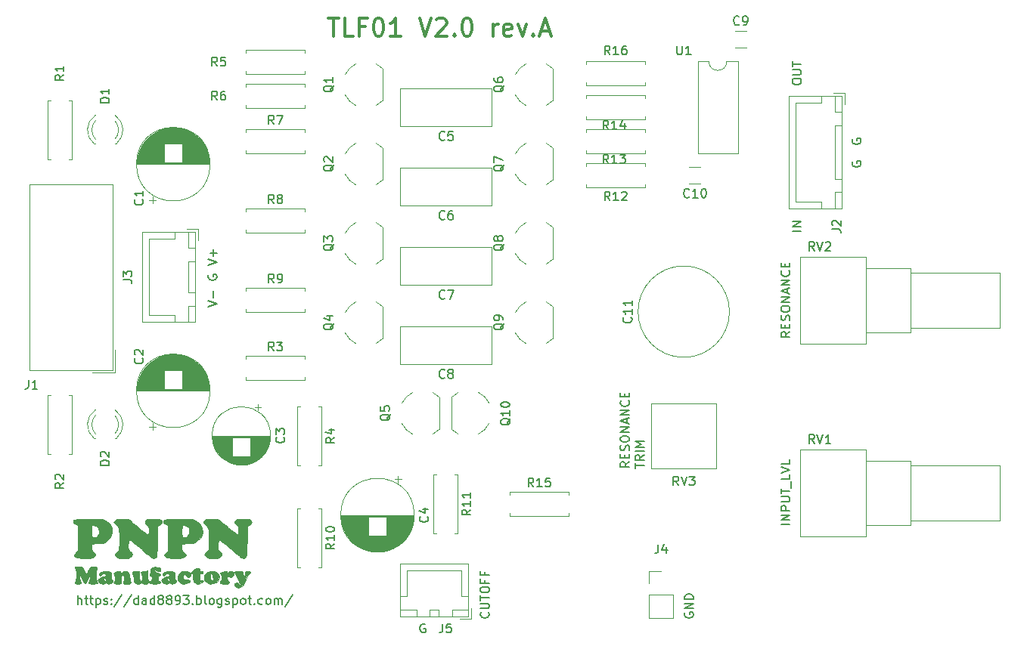
<source format=gto>
G04 #@! TF.GenerationSoftware,KiCad,Pcbnew,(5.1.6)-1*
G04 #@! TF.CreationDate,2020-09-01T14:42:51+09:00*
G04 #@! TF.ProjectId,TLF01_V2,544c4630-315f-4563-922e-6b696361645f,A*
G04 #@! TF.SameCoordinates,Original*
G04 #@! TF.FileFunction,Legend,Top*
G04 #@! TF.FilePolarity,Positive*
%FSLAX46Y46*%
G04 Gerber Fmt 4.6, Leading zero omitted, Abs format (unit mm)*
G04 Created by KiCad (PCBNEW (5.1.6)-1) date 2020-09-01 14:42:51*
%MOMM*%
%LPD*%
G01*
G04 APERTURE LIST*
%ADD10C,0.300000*%
%ADD11C,0.200000*%
%ADD12C,0.150000*%
%ADD13C,0.120000*%
%ADD14C,0.010000*%
G04 APERTURE END LIST*
D10*
X131668809Y-59864761D02*
X132811666Y-59864761D01*
X132240238Y-61864761D02*
X132240238Y-59864761D01*
X134430714Y-61864761D02*
X133478333Y-61864761D01*
X133478333Y-59864761D01*
X135764047Y-60817142D02*
X135097380Y-60817142D01*
X135097380Y-61864761D02*
X135097380Y-59864761D01*
X136049761Y-59864761D01*
X137192619Y-59864761D02*
X137383095Y-59864761D01*
X137573571Y-59960000D01*
X137668809Y-60055238D01*
X137764047Y-60245714D01*
X137859285Y-60626666D01*
X137859285Y-61102857D01*
X137764047Y-61483809D01*
X137668809Y-61674285D01*
X137573571Y-61769523D01*
X137383095Y-61864761D01*
X137192619Y-61864761D01*
X137002142Y-61769523D01*
X136906904Y-61674285D01*
X136811666Y-61483809D01*
X136716428Y-61102857D01*
X136716428Y-60626666D01*
X136811666Y-60245714D01*
X136906904Y-60055238D01*
X137002142Y-59960000D01*
X137192619Y-59864761D01*
X139764047Y-61864761D02*
X138621190Y-61864761D01*
X139192619Y-61864761D02*
X139192619Y-59864761D01*
X139002142Y-60150476D01*
X138811666Y-60340952D01*
X138621190Y-60436190D01*
X141859285Y-59864761D02*
X142525952Y-61864761D01*
X143192619Y-59864761D01*
X143764047Y-60055238D02*
X143859285Y-59960000D01*
X144049761Y-59864761D01*
X144525952Y-59864761D01*
X144716428Y-59960000D01*
X144811666Y-60055238D01*
X144906904Y-60245714D01*
X144906904Y-60436190D01*
X144811666Y-60721904D01*
X143668809Y-61864761D01*
X144906904Y-61864761D01*
X145764047Y-61674285D02*
X145859285Y-61769523D01*
X145764047Y-61864761D01*
X145668809Y-61769523D01*
X145764047Y-61674285D01*
X145764047Y-61864761D01*
X147097380Y-59864761D02*
X147287857Y-59864761D01*
X147478333Y-59960000D01*
X147573571Y-60055238D01*
X147668809Y-60245714D01*
X147764047Y-60626666D01*
X147764047Y-61102857D01*
X147668809Y-61483809D01*
X147573571Y-61674285D01*
X147478333Y-61769523D01*
X147287857Y-61864761D01*
X147097380Y-61864761D01*
X146906904Y-61769523D01*
X146811666Y-61674285D01*
X146716428Y-61483809D01*
X146621190Y-61102857D01*
X146621190Y-60626666D01*
X146716428Y-60245714D01*
X146811666Y-60055238D01*
X146906904Y-59960000D01*
X147097380Y-59864761D01*
X150145000Y-61864761D02*
X150145000Y-60531428D01*
X150145000Y-60912380D02*
X150240238Y-60721904D01*
X150335476Y-60626666D01*
X150525952Y-60531428D01*
X150716428Y-60531428D01*
X152145000Y-61769523D02*
X151954523Y-61864761D01*
X151573571Y-61864761D01*
X151383095Y-61769523D01*
X151287857Y-61579047D01*
X151287857Y-60817142D01*
X151383095Y-60626666D01*
X151573571Y-60531428D01*
X151954523Y-60531428D01*
X152145000Y-60626666D01*
X152240238Y-60817142D01*
X152240238Y-61007619D01*
X151287857Y-61198095D01*
X152906904Y-60531428D02*
X153383095Y-61864761D01*
X153859285Y-60531428D01*
X154621190Y-61674285D02*
X154716428Y-61769523D01*
X154621190Y-61864761D01*
X154525952Y-61769523D01*
X154621190Y-61674285D01*
X154621190Y-61864761D01*
X155478333Y-61293333D02*
X156430714Y-61293333D01*
X155287857Y-61864761D02*
X155954523Y-59864761D01*
X156621190Y-61864761D01*
D11*
X149582142Y-126436190D02*
X149629761Y-126483809D01*
X149677380Y-126626666D01*
X149677380Y-126721904D01*
X149629761Y-126864761D01*
X149534523Y-126960000D01*
X149439285Y-127007619D01*
X149248809Y-127055238D01*
X149105952Y-127055238D01*
X148915476Y-127007619D01*
X148820238Y-126960000D01*
X148725000Y-126864761D01*
X148677380Y-126721904D01*
X148677380Y-126626666D01*
X148725000Y-126483809D01*
X148772619Y-126436190D01*
X148677380Y-126007619D02*
X149486904Y-126007619D01*
X149582142Y-125960000D01*
X149629761Y-125912380D01*
X149677380Y-125817142D01*
X149677380Y-125626666D01*
X149629761Y-125531428D01*
X149582142Y-125483809D01*
X149486904Y-125436190D01*
X148677380Y-125436190D01*
X148677380Y-125102857D02*
X148677380Y-124531428D01*
X149677380Y-124817142D02*
X148677380Y-124817142D01*
X148677380Y-124007619D02*
X148677380Y-123817142D01*
X148725000Y-123721904D01*
X148820238Y-123626666D01*
X149010714Y-123579047D01*
X149344047Y-123579047D01*
X149534523Y-123626666D01*
X149629761Y-123721904D01*
X149677380Y-123817142D01*
X149677380Y-124007619D01*
X149629761Y-124102857D01*
X149534523Y-124198095D01*
X149344047Y-124245714D01*
X149010714Y-124245714D01*
X148820238Y-124198095D01*
X148725000Y-124102857D01*
X148677380Y-124007619D01*
X149153571Y-122817142D02*
X149153571Y-123150476D01*
X149677380Y-123150476D02*
X148677380Y-123150476D01*
X148677380Y-122674285D01*
X149153571Y-121960000D02*
X149153571Y-122293333D01*
X149677380Y-122293333D02*
X148677380Y-122293333D01*
X148677380Y-121817142D01*
X142501904Y-127770000D02*
X142406666Y-127722380D01*
X142263809Y-127722380D01*
X142120952Y-127770000D01*
X142025714Y-127865238D01*
X141978095Y-127960476D01*
X141930476Y-128150952D01*
X141930476Y-128293809D01*
X141978095Y-128484285D01*
X142025714Y-128579523D01*
X142120952Y-128674761D01*
X142263809Y-128722380D01*
X142359047Y-128722380D01*
X142501904Y-128674761D01*
X142549523Y-128627142D01*
X142549523Y-128293809D01*
X142359047Y-128293809D01*
X103617619Y-125547380D02*
X103617619Y-124547380D01*
X104046190Y-125547380D02*
X104046190Y-125023571D01*
X103998571Y-124928333D01*
X103903333Y-124880714D01*
X103760476Y-124880714D01*
X103665238Y-124928333D01*
X103617619Y-124975952D01*
X104379523Y-124880714D02*
X104760476Y-124880714D01*
X104522380Y-124547380D02*
X104522380Y-125404523D01*
X104570000Y-125499761D01*
X104665238Y-125547380D01*
X104760476Y-125547380D01*
X104950952Y-124880714D02*
X105331904Y-124880714D01*
X105093809Y-124547380D02*
X105093809Y-125404523D01*
X105141428Y-125499761D01*
X105236666Y-125547380D01*
X105331904Y-125547380D01*
X105665238Y-124880714D02*
X105665238Y-125880714D01*
X105665238Y-124928333D02*
X105760476Y-124880714D01*
X105950952Y-124880714D01*
X106046190Y-124928333D01*
X106093809Y-124975952D01*
X106141428Y-125071190D01*
X106141428Y-125356904D01*
X106093809Y-125452142D01*
X106046190Y-125499761D01*
X105950952Y-125547380D01*
X105760476Y-125547380D01*
X105665238Y-125499761D01*
X106522380Y-125499761D02*
X106617619Y-125547380D01*
X106808095Y-125547380D01*
X106903333Y-125499761D01*
X106950952Y-125404523D01*
X106950952Y-125356904D01*
X106903333Y-125261666D01*
X106808095Y-125214047D01*
X106665238Y-125214047D01*
X106570000Y-125166428D01*
X106522380Y-125071190D01*
X106522380Y-125023571D01*
X106570000Y-124928333D01*
X106665238Y-124880714D01*
X106808095Y-124880714D01*
X106903333Y-124928333D01*
X107379523Y-125452142D02*
X107427142Y-125499761D01*
X107379523Y-125547380D01*
X107331904Y-125499761D01*
X107379523Y-125452142D01*
X107379523Y-125547380D01*
X107379523Y-124928333D02*
X107427142Y-124975952D01*
X107379523Y-125023571D01*
X107331904Y-124975952D01*
X107379523Y-124928333D01*
X107379523Y-125023571D01*
X108570000Y-124499761D02*
X107712857Y-125785476D01*
X109617619Y-124499761D02*
X108760476Y-125785476D01*
X110379523Y-125547380D02*
X110379523Y-124547380D01*
X110379523Y-125499761D02*
X110284285Y-125547380D01*
X110093809Y-125547380D01*
X109998571Y-125499761D01*
X109950952Y-125452142D01*
X109903333Y-125356904D01*
X109903333Y-125071190D01*
X109950952Y-124975952D01*
X109998571Y-124928333D01*
X110093809Y-124880714D01*
X110284285Y-124880714D01*
X110379523Y-124928333D01*
X111284285Y-125547380D02*
X111284285Y-125023571D01*
X111236666Y-124928333D01*
X111141428Y-124880714D01*
X110950952Y-124880714D01*
X110855714Y-124928333D01*
X111284285Y-125499761D02*
X111189047Y-125547380D01*
X110950952Y-125547380D01*
X110855714Y-125499761D01*
X110808095Y-125404523D01*
X110808095Y-125309285D01*
X110855714Y-125214047D01*
X110950952Y-125166428D01*
X111189047Y-125166428D01*
X111284285Y-125118809D01*
X112189047Y-125547380D02*
X112189047Y-124547380D01*
X112189047Y-125499761D02*
X112093809Y-125547380D01*
X111903333Y-125547380D01*
X111808095Y-125499761D01*
X111760476Y-125452142D01*
X111712857Y-125356904D01*
X111712857Y-125071190D01*
X111760476Y-124975952D01*
X111808095Y-124928333D01*
X111903333Y-124880714D01*
X112093809Y-124880714D01*
X112189047Y-124928333D01*
X112808095Y-124975952D02*
X112712857Y-124928333D01*
X112665238Y-124880714D01*
X112617619Y-124785476D01*
X112617619Y-124737857D01*
X112665238Y-124642619D01*
X112712857Y-124595000D01*
X112808095Y-124547380D01*
X112998571Y-124547380D01*
X113093809Y-124595000D01*
X113141428Y-124642619D01*
X113189047Y-124737857D01*
X113189047Y-124785476D01*
X113141428Y-124880714D01*
X113093809Y-124928333D01*
X112998571Y-124975952D01*
X112808095Y-124975952D01*
X112712857Y-125023571D01*
X112665238Y-125071190D01*
X112617619Y-125166428D01*
X112617619Y-125356904D01*
X112665238Y-125452142D01*
X112712857Y-125499761D01*
X112808095Y-125547380D01*
X112998571Y-125547380D01*
X113093809Y-125499761D01*
X113141428Y-125452142D01*
X113189047Y-125356904D01*
X113189047Y-125166428D01*
X113141428Y-125071190D01*
X113093809Y-125023571D01*
X112998571Y-124975952D01*
X113760476Y-124975952D02*
X113665238Y-124928333D01*
X113617619Y-124880714D01*
X113570000Y-124785476D01*
X113570000Y-124737857D01*
X113617619Y-124642619D01*
X113665238Y-124595000D01*
X113760476Y-124547380D01*
X113950952Y-124547380D01*
X114046190Y-124595000D01*
X114093809Y-124642619D01*
X114141428Y-124737857D01*
X114141428Y-124785476D01*
X114093809Y-124880714D01*
X114046190Y-124928333D01*
X113950952Y-124975952D01*
X113760476Y-124975952D01*
X113665238Y-125023571D01*
X113617619Y-125071190D01*
X113570000Y-125166428D01*
X113570000Y-125356904D01*
X113617619Y-125452142D01*
X113665238Y-125499761D01*
X113760476Y-125547380D01*
X113950952Y-125547380D01*
X114046190Y-125499761D01*
X114093809Y-125452142D01*
X114141428Y-125356904D01*
X114141428Y-125166428D01*
X114093809Y-125071190D01*
X114046190Y-125023571D01*
X113950952Y-124975952D01*
X114617619Y-125547380D02*
X114808095Y-125547380D01*
X114903333Y-125499761D01*
X114950952Y-125452142D01*
X115046190Y-125309285D01*
X115093809Y-125118809D01*
X115093809Y-124737857D01*
X115046190Y-124642619D01*
X114998571Y-124595000D01*
X114903333Y-124547380D01*
X114712857Y-124547380D01*
X114617619Y-124595000D01*
X114570000Y-124642619D01*
X114522380Y-124737857D01*
X114522380Y-124975952D01*
X114570000Y-125071190D01*
X114617619Y-125118809D01*
X114712857Y-125166428D01*
X114903333Y-125166428D01*
X114998571Y-125118809D01*
X115046190Y-125071190D01*
X115093809Y-124975952D01*
X115427142Y-124547380D02*
X116046190Y-124547380D01*
X115712857Y-124928333D01*
X115855714Y-124928333D01*
X115950952Y-124975952D01*
X115998571Y-125023571D01*
X116046190Y-125118809D01*
X116046190Y-125356904D01*
X115998571Y-125452142D01*
X115950952Y-125499761D01*
X115855714Y-125547380D01*
X115570000Y-125547380D01*
X115474761Y-125499761D01*
X115427142Y-125452142D01*
X116474761Y-125452142D02*
X116522380Y-125499761D01*
X116474761Y-125547380D01*
X116427142Y-125499761D01*
X116474761Y-125452142D01*
X116474761Y-125547380D01*
X116950952Y-125547380D02*
X116950952Y-124547380D01*
X116950952Y-124928333D02*
X117046190Y-124880714D01*
X117236666Y-124880714D01*
X117331904Y-124928333D01*
X117379523Y-124975952D01*
X117427142Y-125071190D01*
X117427142Y-125356904D01*
X117379523Y-125452142D01*
X117331904Y-125499761D01*
X117236666Y-125547380D01*
X117046190Y-125547380D01*
X116950952Y-125499761D01*
X117998571Y-125547380D02*
X117903333Y-125499761D01*
X117855714Y-125404523D01*
X117855714Y-124547380D01*
X118522380Y-125547380D02*
X118427142Y-125499761D01*
X118379523Y-125452142D01*
X118331904Y-125356904D01*
X118331904Y-125071190D01*
X118379523Y-124975952D01*
X118427142Y-124928333D01*
X118522380Y-124880714D01*
X118665238Y-124880714D01*
X118760476Y-124928333D01*
X118808095Y-124975952D01*
X118855714Y-125071190D01*
X118855714Y-125356904D01*
X118808095Y-125452142D01*
X118760476Y-125499761D01*
X118665238Y-125547380D01*
X118522380Y-125547380D01*
X119712857Y-124880714D02*
X119712857Y-125690238D01*
X119665238Y-125785476D01*
X119617619Y-125833095D01*
X119522380Y-125880714D01*
X119379523Y-125880714D01*
X119284285Y-125833095D01*
X119712857Y-125499761D02*
X119617619Y-125547380D01*
X119427142Y-125547380D01*
X119331904Y-125499761D01*
X119284285Y-125452142D01*
X119236666Y-125356904D01*
X119236666Y-125071190D01*
X119284285Y-124975952D01*
X119331904Y-124928333D01*
X119427142Y-124880714D01*
X119617619Y-124880714D01*
X119712857Y-124928333D01*
X120141428Y-125499761D02*
X120236666Y-125547380D01*
X120427142Y-125547380D01*
X120522380Y-125499761D01*
X120570000Y-125404523D01*
X120570000Y-125356904D01*
X120522380Y-125261666D01*
X120427142Y-125214047D01*
X120284285Y-125214047D01*
X120189047Y-125166428D01*
X120141428Y-125071190D01*
X120141428Y-125023571D01*
X120189047Y-124928333D01*
X120284285Y-124880714D01*
X120427142Y-124880714D01*
X120522380Y-124928333D01*
X120998571Y-124880714D02*
X120998571Y-125880714D01*
X120998571Y-124928333D02*
X121093809Y-124880714D01*
X121284285Y-124880714D01*
X121379523Y-124928333D01*
X121427142Y-124975952D01*
X121474761Y-125071190D01*
X121474761Y-125356904D01*
X121427142Y-125452142D01*
X121379523Y-125499761D01*
X121284285Y-125547380D01*
X121093809Y-125547380D01*
X120998571Y-125499761D01*
X122046190Y-125547380D02*
X121950952Y-125499761D01*
X121903333Y-125452142D01*
X121855714Y-125356904D01*
X121855714Y-125071190D01*
X121903333Y-124975952D01*
X121950952Y-124928333D01*
X122046190Y-124880714D01*
X122189047Y-124880714D01*
X122284285Y-124928333D01*
X122331904Y-124975952D01*
X122379523Y-125071190D01*
X122379523Y-125356904D01*
X122331904Y-125452142D01*
X122284285Y-125499761D01*
X122189047Y-125547380D01*
X122046190Y-125547380D01*
X122665238Y-124880714D02*
X123046190Y-124880714D01*
X122808095Y-124547380D02*
X122808095Y-125404523D01*
X122855714Y-125499761D01*
X122950952Y-125547380D01*
X123046190Y-125547380D01*
X123379523Y-125452142D02*
X123427142Y-125499761D01*
X123379523Y-125547380D01*
X123331904Y-125499761D01*
X123379523Y-125452142D01*
X123379523Y-125547380D01*
X124284285Y-125499761D02*
X124189047Y-125547380D01*
X123998571Y-125547380D01*
X123903333Y-125499761D01*
X123855714Y-125452142D01*
X123808095Y-125356904D01*
X123808095Y-125071190D01*
X123855714Y-124975952D01*
X123903333Y-124928333D01*
X123998571Y-124880714D01*
X124189047Y-124880714D01*
X124284285Y-124928333D01*
X124855714Y-125547380D02*
X124760476Y-125499761D01*
X124712857Y-125452142D01*
X124665238Y-125356904D01*
X124665238Y-125071190D01*
X124712857Y-124975952D01*
X124760476Y-124928333D01*
X124855714Y-124880714D01*
X124998571Y-124880714D01*
X125093809Y-124928333D01*
X125141428Y-124975952D01*
X125189047Y-125071190D01*
X125189047Y-125356904D01*
X125141428Y-125452142D01*
X125093809Y-125499761D01*
X124998571Y-125547380D01*
X124855714Y-125547380D01*
X125617619Y-125547380D02*
X125617619Y-124880714D01*
X125617619Y-124975952D02*
X125665238Y-124928333D01*
X125760476Y-124880714D01*
X125903333Y-124880714D01*
X125998571Y-124928333D01*
X126046190Y-125023571D01*
X126046190Y-125547380D01*
X126046190Y-125023571D02*
X126093809Y-124928333D01*
X126189047Y-124880714D01*
X126331904Y-124880714D01*
X126427142Y-124928333D01*
X126474761Y-125023571D01*
X126474761Y-125547380D01*
X127665238Y-124499761D02*
X126808095Y-125785476D01*
X171585000Y-126491904D02*
X171537380Y-126587142D01*
X171537380Y-126730000D01*
X171585000Y-126872857D01*
X171680238Y-126968095D01*
X171775476Y-127015714D01*
X171965952Y-127063333D01*
X172108809Y-127063333D01*
X172299285Y-127015714D01*
X172394523Y-126968095D01*
X172489761Y-126872857D01*
X172537380Y-126730000D01*
X172537380Y-126634761D01*
X172489761Y-126491904D01*
X172442142Y-126444285D01*
X172108809Y-126444285D01*
X172108809Y-126634761D01*
X172537380Y-126015714D02*
X171537380Y-126015714D01*
X172537380Y-125444285D01*
X171537380Y-125444285D01*
X172537380Y-124968095D02*
X171537380Y-124968095D01*
X171537380Y-124730000D01*
X171585000Y-124587142D01*
X171680238Y-124491904D01*
X171775476Y-124444285D01*
X171965952Y-124396666D01*
X172108809Y-124396666D01*
X172299285Y-124444285D01*
X172394523Y-124491904D01*
X172489761Y-124587142D01*
X172537380Y-124730000D01*
X172537380Y-124968095D01*
D12*
X183332380Y-116577619D02*
X182332380Y-116577619D01*
X183332380Y-116101428D02*
X182332380Y-116101428D01*
X183332380Y-115530000D01*
X182332380Y-115530000D01*
X183332380Y-115053809D02*
X182332380Y-115053809D01*
X182332380Y-114672857D01*
X182380000Y-114577619D01*
X182427619Y-114530000D01*
X182522857Y-114482380D01*
X182665714Y-114482380D01*
X182760952Y-114530000D01*
X182808571Y-114577619D01*
X182856190Y-114672857D01*
X182856190Y-115053809D01*
X182332380Y-114053809D02*
X183141904Y-114053809D01*
X183237142Y-114006190D01*
X183284761Y-113958571D01*
X183332380Y-113863333D01*
X183332380Y-113672857D01*
X183284761Y-113577619D01*
X183237142Y-113530000D01*
X183141904Y-113482380D01*
X182332380Y-113482380D01*
X182332380Y-113149047D02*
X182332380Y-112577619D01*
X183332380Y-112863333D02*
X182332380Y-112863333D01*
X183427619Y-112482380D02*
X183427619Y-111720476D01*
X183332380Y-111006190D02*
X183332380Y-111482380D01*
X182332380Y-111482380D01*
X182332380Y-110815714D02*
X183332380Y-110482380D01*
X182332380Y-110149047D01*
X183332380Y-109339523D02*
X183332380Y-109815714D01*
X182332380Y-109815714D01*
X183332380Y-95011428D02*
X182856190Y-95344761D01*
X183332380Y-95582857D02*
X182332380Y-95582857D01*
X182332380Y-95201904D01*
X182380000Y-95106666D01*
X182427619Y-95059047D01*
X182522857Y-95011428D01*
X182665714Y-95011428D01*
X182760952Y-95059047D01*
X182808571Y-95106666D01*
X182856190Y-95201904D01*
X182856190Y-95582857D01*
X182808571Y-94582857D02*
X182808571Y-94249523D01*
X183332380Y-94106666D02*
X183332380Y-94582857D01*
X182332380Y-94582857D01*
X182332380Y-94106666D01*
X183284761Y-93725714D02*
X183332380Y-93582857D01*
X183332380Y-93344761D01*
X183284761Y-93249523D01*
X183237142Y-93201904D01*
X183141904Y-93154285D01*
X183046666Y-93154285D01*
X182951428Y-93201904D01*
X182903809Y-93249523D01*
X182856190Y-93344761D01*
X182808571Y-93535238D01*
X182760952Y-93630476D01*
X182713333Y-93678095D01*
X182618095Y-93725714D01*
X182522857Y-93725714D01*
X182427619Y-93678095D01*
X182380000Y-93630476D01*
X182332380Y-93535238D01*
X182332380Y-93297142D01*
X182380000Y-93154285D01*
X182332380Y-92535238D02*
X182332380Y-92344761D01*
X182380000Y-92249523D01*
X182475238Y-92154285D01*
X182665714Y-92106666D01*
X182999047Y-92106666D01*
X183189523Y-92154285D01*
X183284761Y-92249523D01*
X183332380Y-92344761D01*
X183332380Y-92535238D01*
X183284761Y-92630476D01*
X183189523Y-92725714D01*
X182999047Y-92773333D01*
X182665714Y-92773333D01*
X182475238Y-92725714D01*
X182380000Y-92630476D01*
X182332380Y-92535238D01*
X183332380Y-91678095D02*
X182332380Y-91678095D01*
X183332380Y-91106666D01*
X182332380Y-91106666D01*
X183046666Y-90678095D02*
X183046666Y-90201904D01*
X183332380Y-90773333D02*
X182332380Y-90440000D01*
X183332380Y-90106666D01*
X183332380Y-89773333D02*
X182332380Y-89773333D01*
X183332380Y-89201904D01*
X182332380Y-89201904D01*
X183237142Y-88154285D02*
X183284761Y-88201904D01*
X183332380Y-88344761D01*
X183332380Y-88440000D01*
X183284761Y-88582857D01*
X183189523Y-88678095D01*
X183094285Y-88725714D01*
X182903809Y-88773333D01*
X182760952Y-88773333D01*
X182570476Y-88725714D01*
X182475238Y-88678095D01*
X182380000Y-88582857D01*
X182332380Y-88440000D01*
X182332380Y-88344761D01*
X182380000Y-88201904D01*
X182427619Y-88154285D01*
X182808571Y-87725714D02*
X182808571Y-87392380D01*
X183332380Y-87249523D02*
X183332380Y-87725714D01*
X182332380Y-87725714D01*
X182332380Y-87249523D01*
X165362380Y-109582976D02*
X164886190Y-109916309D01*
X165362380Y-110154404D02*
X164362380Y-110154404D01*
X164362380Y-109773452D01*
X164410000Y-109678214D01*
X164457619Y-109630595D01*
X164552857Y-109582976D01*
X164695714Y-109582976D01*
X164790952Y-109630595D01*
X164838571Y-109678214D01*
X164886190Y-109773452D01*
X164886190Y-110154404D01*
X164838571Y-109154404D02*
X164838571Y-108821071D01*
X165362380Y-108678214D02*
X165362380Y-109154404D01*
X164362380Y-109154404D01*
X164362380Y-108678214D01*
X165314761Y-108297261D02*
X165362380Y-108154404D01*
X165362380Y-107916309D01*
X165314761Y-107821071D01*
X165267142Y-107773452D01*
X165171904Y-107725833D01*
X165076666Y-107725833D01*
X164981428Y-107773452D01*
X164933809Y-107821071D01*
X164886190Y-107916309D01*
X164838571Y-108106785D01*
X164790952Y-108202023D01*
X164743333Y-108249642D01*
X164648095Y-108297261D01*
X164552857Y-108297261D01*
X164457619Y-108249642D01*
X164410000Y-108202023D01*
X164362380Y-108106785D01*
X164362380Y-107868690D01*
X164410000Y-107725833D01*
X164362380Y-107106785D02*
X164362380Y-106916309D01*
X164410000Y-106821071D01*
X164505238Y-106725833D01*
X164695714Y-106678214D01*
X165029047Y-106678214D01*
X165219523Y-106725833D01*
X165314761Y-106821071D01*
X165362380Y-106916309D01*
X165362380Y-107106785D01*
X165314761Y-107202023D01*
X165219523Y-107297261D01*
X165029047Y-107344880D01*
X164695714Y-107344880D01*
X164505238Y-107297261D01*
X164410000Y-107202023D01*
X164362380Y-107106785D01*
X165362380Y-106249642D02*
X164362380Y-106249642D01*
X165362380Y-105678214D01*
X164362380Y-105678214D01*
X165076666Y-105249642D02*
X165076666Y-104773452D01*
X165362380Y-105344880D02*
X164362380Y-105011547D01*
X165362380Y-104678214D01*
X165362380Y-104344880D02*
X164362380Y-104344880D01*
X165362380Y-103773452D01*
X164362380Y-103773452D01*
X165267142Y-102725833D02*
X165314761Y-102773452D01*
X165362380Y-102916309D01*
X165362380Y-103011547D01*
X165314761Y-103154404D01*
X165219523Y-103249642D01*
X165124285Y-103297261D01*
X164933809Y-103344880D01*
X164790952Y-103344880D01*
X164600476Y-103297261D01*
X164505238Y-103249642D01*
X164410000Y-103154404D01*
X164362380Y-103011547D01*
X164362380Y-102916309D01*
X164410000Y-102773452D01*
X164457619Y-102725833D01*
X164838571Y-102297261D02*
X164838571Y-101963928D01*
X165362380Y-101821071D02*
X165362380Y-102297261D01*
X164362380Y-102297261D01*
X164362380Y-101821071D01*
X166012380Y-110297261D02*
X166012380Y-109725833D01*
X167012380Y-110011547D02*
X166012380Y-110011547D01*
X167012380Y-108821071D02*
X166536190Y-109154404D01*
X167012380Y-109392500D02*
X166012380Y-109392500D01*
X166012380Y-109011547D01*
X166060000Y-108916309D01*
X166107619Y-108868690D01*
X166202857Y-108821071D01*
X166345714Y-108821071D01*
X166440952Y-108868690D01*
X166488571Y-108916309D01*
X166536190Y-109011547D01*
X166536190Y-109392500D01*
X167012380Y-108392500D02*
X166012380Y-108392500D01*
X167012380Y-107916309D02*
X166012380Y-107916309D01*
X166726666Y-107582976D01*
X166012380Y-107249642D01*
X167012380Y-107249642D01*
X190332900Y-73398095D02*
X190285280Y-73493333D01*
X190285280Y-73636190D01*
X190332900Y-73779047D01*
X190428138Y-73874285D01*
X190523376Y-73921904D01*
X190713852Y-73969523D01*
X190856709Y-73969523D01*
X191047185Y-73921904D01*
X191142423Y-73874285D01*
X191237661Y-73779047D01*
X191285280Y-73636190D01*
X191285280Y-73540952D01*
X191237661Y-73398095D01*
X191190042Y-73350476D01*
X190856709Y-73350476D01*
X190856709Y-73540952D01*
X183602380Y-67040000D02*
X183602380Y-66849523D01*
X183650000Y-66754285D01*
X183745238Y-66659047D01*
X183935714Y-66611428D01*
X184269047Y-66611428D01*
X184459523Y-66659047D01*
X184554761Y-66754285D01*
X184602380Y-66849523D01*
X184602380Y-67040000D01*
X184554761Y-67135238D01*
X184459523Y-67230476D01*
X184269047Y-67278095D01*
X183935714Y-67278095D01*
X183745238Y-67230476D01*
X183650000Y-67135238D01*
X183602380Y-67040000D01*
X183602380Y-66182857D02*
X184411904Y-66182857D01*
X184507142Y-66135238D01*
X184554761Y-66087619D01*
X184602380Y-65992380D01*
X184602380Y-65801904D01*
X184554761Y-65706666D01*
X184507142Y-65659047D01*
X184411904Y-65611428D01*
X183602380Y-65611428D01*
X183602380Y-65278095D02*
X183602380Y-64706666D01*
X184602380Y-64992380D02*
X183602380Y-64992380D01*
X118197380Y-92161904D02*
X119197380Y-91828571D01*
X118197380Y-91495238D01*
X118816428Y-91161904D02*
X118816428Y-90400000D01*
X118245000Y-88638095D02*
X118197380Y-88733333D01*
X118197380Y-88876190D01*
X118245000Y-89019047D01*
X118340238Y-89114285D01*
X118435476Y-89161904D01*
X118625952Y-89209523D01*
X118768809Y-89209523D01*
X118959285Y-89161904D01*
X119054523Y-89114285D01*
X119149761Y-89019047D01*
X119197380Y-88876190D01*
X119197380Y-88780952D01*
X119149761Y-88638095D01*
X119102142Y-88590476D01*
X118768809Y-88590476D01*
X118768809Y-88780952D01*
X118197380Y-87542857D02*
X119197380Y-87209523D01*
X118197380Y-86876190D01*
X118816428Y-86542857D02*
X118816428Y-85780952D01*
X119197380Y-86161904D02*
X118435476Y-86161904D01*
X190332900Y-75938095D02*
X190285280Y-76033333D01*
X190285280Y-76176190D01*
X190332900Y-76319047D01*
X190428138Y-76414285D01*
X190523376Y-76461904D01*
X190713852Y-76509523D01*
X190856709Y-76509523D01*
X191047185Y-76461904D01*
X191142423Y-76414285D01*
X191237661Y-76319047D01*
X191285280Y-76176190D01*
X191285280Y-76080952D01*
X191237661Y-75938095D01*
X191190042Y-75890476D01*
X190856709Y-75890476D01*
X190856709Y-76080952D01*
X184602380Y-83708809D02*
X183602380Y-83708809D01*
X184602380Y-83232619D02*
X183602380Y-83232619D01*
X184602380Y-82661190D01*
X183602380Y-82661190D01*
D13*
X189150000Y-68560000D02*
X183180000Y-68560000D01*
X183180000Y-68560000D02*
X183180000Y-81180000D01*
X183180000Y-81180000D02*
X189150000Y-81180000D01*
X189150000Y-81180000D02*
X189150000Y-68560000D01*
X189140000Y-71870000D02*
X188390000Y-71870000D01*
X188390000Y-71870000D02*
X188390000Y-77870000D01*
X188390000Y-77870000D02*
X189140000Y-77870000D01*
X189140000Y-77870000D02*
X189140000Y-71870000D01*
X189140000Y-68570000D02*
X188390000Y-68570000D01*
X188390000Y-68570000D02*
X188390000Y-70370000D01*
X188390000Y-70370000D02*
X189140000Y-70370000D01*
X189140000Y-70370000D02*
X189140000Y-68570000D01*
X189140000Y-79370000D02*
X188390000Y-79370000D01*
X188390000Y-79370000D02*
X188390000Y-81170000D01*
X188390000Y-81170000D02*
X189140000Y-81170000D01*
X189140000Y-81170000D02*
X189140000Y-79370000D01*
X186890000Y-68570000D02*
X186890000Y-69320000D01*
X186890000Y-69320000D02*
X183940000Y-69320000D01*
X183940000Y-69320000D02*
X183940000Y-74870000D01*
X186890000Y-81170000D02*
X186890000Y-80420000D01*
X186890000Y-80420000D02*
X183940000Y-80420000D01*
X183940000Y-80420000D02*
X183940000Y-74870000D01*
X189440000Y-69520000D02*
X189440000Y-68270000D01*
X189440000Y-68270000D02*
X188190000Y-68270000D01*
D14*
G36*
X122863998Y-121820959D02*
G01*
X122939565Y-121899099D01*
X122897354Y-122018815D01*
X122814446Y-122106535D01*
X122680112Y-122274872D01*
X122541512Y-122534107D01*
X122455853Y-122741614D01*
X122274654Y-123135586D01*
X122064777Y-123426865D01*
X121833840Y-123609192D01*
X121589461Y-123676308D01*
X121368526Y-123634766D01*
X121226220Y-123534042D01*
X121160695Y-123449037D01*
X121128435Y-123332622D01*
X121189436Y-123223536D01*
X121220044Y-123191455D01*
X121355567Y-123083665D01*
X121459552Y-123087516D01*
X121566058Y-123205901D01*
X121576589Y-123221750D01*
X121682416Y-123347648D01*
X121760107Y-123373291D01*
X121792828Y-123293862D01*
X121793000Y-123283664D01*
X121762734Y-123168322D01*
X121683431Y-122978370D01*
X121572328Y-122747532D01*
X121446665Y-122509534D01*
X121323681Y-122298099D01*
X121220615Y-122146952D01*
X121198810Y-122121257D01*
X121109516Y-122015406D01*
X121104634Y-121953351D01*
X121181548Y-121886397D01*
X121186011Y-121883132D01*
X121326544Y-121830226D01*
X121537866Y-121800625D01*
X121766546Y-121796437D01*
X121959150Y-121819767D01*
X122037920Y-121849544D01*
X122093790Y-121950394D01*
X122085247Y-122026528D01*
X122084810Y-122158419D01*
X122143084Y-122278251D01*
X122231388Y-122344234D01*
X122297069Y-122335179D01*
X122347359Y-122231769D01*
X122336957Y-122078845D01*
X122330882Y-121920427D01*
X122400362Y-121831739D01*
X122565053Y-121796137D01*
X122674493Y-121793000D01*
X122863998Y-121820959D01*
G37*
X122863998Y-121820959D02*
X122939565Y-121899099D01*
X122897354Y-122018815D01*
X122814446Y-122106535D01*
X122680112Y-122274872D01*
X122541512Y-122534107D01*
X122455853Y-122741614D01*
X122274654Y-123135586D01*
X122064777Y-123426865D01*
X121833840Y-123609192D01*
X121589461Y-123676308D01*
X121368526Y-123634766D01*
X121226220Y-123534042D01*
X121160695Y-123449037D01*
X121128435Y-123332622D01*
X121189436Y-123223536D01*
X121220044Y-123191455D01*
X121355567Y-123083665D01*
X121459552Y-123087516D01*
X121566058Y-123205901D01*
X121576589Y-123221750D01*
X121682416Y-123347648D01*
X121760107Y-123373291D01*
X121792828Y-123293862D01*
X121793000Y-123283664D01*
X121762734Y-123168322D01*
X121683431Y-122978370D01*
X121572328Y-122747532D01*
X121446665Y-122509534D01*
X121323681Y-122298099D01*
X121220615Y-122146952D01*
X121198810Y-122121257D01*
X121109516Y-122015406D01*
X121104634Y-121953351D01*
X121181548Y-121886397D01*
X121186011Y-121883132D01*
X121326544Y-121830226D01*
X121537866Y-121800625D01*
X121766546Y-121796437D01*
X121959150Y-121819767D01*
X122037920Y-121849544D01*
X122093790Y-121950394D01*
X122085247Y-122026528D01*
X122084810Y-122158419D01*
X122143084Y-122278251D01*
X122231388Y-122344234D01*
X122297069Y-122335179D01*
X122347359Y-122231769D01*
X122336957Y-122078845D01*
X122330882Y-121920427D01*
X122400362Y-121831739D01*
X122565053Y-121796137D01*
X122674493Y-121793000D01*
X122863998Y-121820959D01*
G36*
X105532810Y-121294707D02*
G01*
X105675552Y-121318568D01*
X105690556Y-121323543D01*
X105776571Y-121412459D01*
X105777772Y-121546966D01*
X105711625Y-121656522D01*
X105665656Y-121769623D01*
X105640205Y-121970995D01*
X105634004Y-122223791D01*
X105645783Y-122491164D01*
X105674275Y-122736268D01*
X105718212Y-122922255D01*
X105757793Y-122997890D01*
X105828013Y-123090630D01*
X105802005Y-123146658D01*
X105736942Y-123184946D01*
X105588585Y-123228993D01*
X105381729Y-123249976D01*
X105161104Y-123248450D01*
X104971439Y-123224972D01*
X104857465Y-123180096D01*
X104851525Y-123173944D01*
X104825192Y-123067888D01*
X104875500Y-122971308D01*
X104934174Y-122843038D01*
X104962824Y-122686454D01*
X104960623Y-122542717D01*
X104926741Y-122452989D01*
X104886124Y-122443508D01*
X104818656Y-122510914D01*
X104722541Y-122660219D01*
X104633219Y-122829800D01*
X104533412Y-123017103D01*
X104445716Y-123147357D01*
X104394501Y-123190000D01*
X104336573Y-123137085D01*
X104244580Y-122997613D01*
X104137341Y-122800490D01*
X104125778Y-122777250D01*
X104020144Y-122575963D01*
X103930881Y-122429026D01*
X103875652Y-122365210D01*
X103872370Y-122364500D01*
X103831525Y-122418664D01*
X103817436Y-122551052D01*
X103826756Y-122716508D01*
X103856137Y-122869877D01*
X103902230Y-122966001D01*
X103917750Y-122976536D01*
X104003699Y-123057496D01*
X103988285Y-123158892D01*
X103912556Y-123214956D01*
X103743333Y-123251139D01*
X103550678Y-123253424D01*
X103381242Y-123225839D01*
X103281677Y-123172410D01*
X103274589Y-123159881D01*
X103286168Y-123045234D01*
X103340082Y-122964846D01*
X103396765Y-122841511D01*
X103432999Y-122630419D01*
X103448856Y-122369142D01*
X103444407Y-122095253D01*
X103419722Y-121846325D01*
X103374874Y-121659932D01*
X103337486Y-121592816D01*
X103269260Y-121463640D01*
X103315668Y-121366171D01*
X103466617Y-121308181D01*
X103712017Y-121297441D01*
X103720409Y-121297911D01*
X103892022Y-121312257D01*
X104005987Y-121347244D01*
X104097217Y-121428018D01*
X104200623Y-121579730D01*
X104270131Y-121693902D01*
X104392906Y-121885636D01*
X104497539Y-122028566D01*
X104561754Y-122092315D01*
X104562498Y-122092582D01*
X104624320Y-122053330D01*
X104706893Y-121929247D01*
X104746342Y-121849642D01*
X104886352Y-121573059D01*
X105018358Y-121400082D01*
X105163584Y-121310726D01*
X105343251Y-121285003D01*
X105345915Y-121285000D01*
X105532810Y-121294707D01*
G37*
X105532810Y-121294707D02*
X105675552Y-121318568D01*
X105690556Y-121323543D01*
X105776571Y-121412459D01*
X105777772Y-121546966D01*
X105711625Y-121656522D01*
X105665656Y-121769623D01*
X105640205Y-121970995D01*
X105634004Y-122223791D01*
X105645783Y-122491164D01*
X105674275Y-122736268D01*
X105718212Y-122922255D01*
X105757793Y-122997890D01*
X105828013Y-123090630D01*
X105802005Y-123146658D01*
X105736942Y-123184946D01*
X105588585Y-123228993D01*
X105381729Y-123249976D01*
X105161104Y-123248450D01*
X104971439Y-123224972D01*
X104857465Y-123180096D01*
X104851525Y-123173944D01*
X104825192Y-123067888D01*
X104875500Y-122971308D01*
X104934174Y-122843038D01*
X104962824Y-122686454D01*
X104960623Y-122542717D01*
X104926741Y-122452989D01*
X104886124Y-122443508D01*
X104818656Y-122510914D01*
X104722541Y-122660219D01*
X104633219Y-122829800D01*
X104533412Y-123017103D01*
X104445716Y-123147357D01*
X104394501Y-123190000D01*
X104336573Y-123137085D01*
X104244580Y-122997613D01*
X104137341Y-122800490D01*
X104125778Y-122777250D01*
X104020144Y-122575963D01*
X103930881Y-122429026D01*
X103875652Y-122365210D01*
X103872370Y-122364500D01*
X103831525Y-122418664D01*
X103817436Y-122551052D01*
X103826756Y-122716508D01*
X103856137Y-122869877D01*
X103902230Y-122966001D01*
X103917750Y-122976536D01*
X104003699Y-123057496D01*
X103988285Y-123158892D01*
X103912556Y-123214956D01*
X103743333Y-123251139D01*
X103550678Y-123253424D01*
X103381242Y-123225839D01*
X103281677Y-123172410D01*
X103274589Y-123159881D01*
X103286168Y-123045234D01*
X103340082Y-122964846D01*
X103396765Y-122841511D01*
X103432999Y-122630419D01*
X103448856Y-122369142D01*
X103444407Y-122095253D01*
X103419722Y-121846325D01*
X103374874Y-121659932D01*
X103337486Y-121592816D01*
X103269260Y-121463640D01*
X103315668Y-121366171D01*
X103466617Y-121308181D01*
X103712017Y-121297441D01*
X103720409Y-121297911D01*
X103892022Y-121312257D01*
X104005987Y-121347244D01*
X104097217Y-121428018D01*
X104200623Y-121579730D01*
X104270131Y-121693902D01*
X104392906Y-121885636D01*
X104497539Y-122028566D01*
X104561754Y-122092315D01*
X104562498Y-122092582D01*
X104624320Y-122053330D01*
X104706893Y-121929247D01*
X104746342Y-121849642D01*
X104886352Y-121573059D01*
X105018358Y-121400082D01*
X105163584Y-121310726D01*
X105343251Y-121285003D01*
X105345915Y-121285000D01*
X105532810Y-121294707D01*
G36*
X107048297Y-121850889D02*
G01*
X107233840Y-121940174D01*
X107337958Y-122110015D01*
X107376994Y-122377421D01*
X107378500Y-122463629D01*
X107390994Y-122687053D01*
X107434140Y-122816433D01*
X107489625Y-122869164D01*
X107552861Y-122920937D01*
X107538171Y-122980853D01*
X107435380Y-123083120D01*
X107422584Y-123094569D01*
X107224269Y-123219394D01*
X107033839Y-123248529D01*
X106884922Y-123179022D01*
X106794511Y-123136327D01*
X106657216Y-123174419D01*
X106646984Y-123179022D01*
X106377444Y-123249057D01*
X106143708Y-123197283D01*
X106010363Y-123097636D01*
X105890611Y-122958755D01*
X105867764Y-122848034D01*
X105891554Y-122805809D01*
X106502794Y-122805809D01*
X106567562Y-122908212D01*
X106646257Y-122936000D01*
X106724927Y-122881012D01*
X106743500Y-122777250D01*
X106704643Y-122654894D01*
X106617157Y-122615458D01*
X106524665Y-122676888D01*
X106519370Y-122685040D01*
X106502794Y-122805809D01*
X105891554Y-122805809D01*
X105940688Y-122718604D01*
X105999470Y-122647544D01*
X106158265Y-122519493D01*
X106380243Y-122453712D01*
X106443970Y-122445244D01*
X106626872Y-122416928D01*
X106715506Y-122372754D01*
X106742526Y-122292417D01*
X106743500Y-122258998D01*
X106705921Y-122114096D01*
X106604920Y-122069451D01*
X106458096Y-122127523D01*
X106362500Y-122205750D01*
X106202270Y-122319641D01*
X106073606Y-122340445D01*
X105999174Y-122271026D01*
X105992921Y-122159003D01*
X106075040Y-122011292D01*
X106262815Y-121901853D01*
X106538657Y-121838289D01*
X106764985Y-121825152D01*
X107048297Y-121850889D01*
G37*
X107048297Y-121850889D02*
X107233840Y-121940174D01*
X107337958Y-122110015D01*
X107376994Y-122377421D01*
X107378500Y-122463629D01*
X107390994Y-122687053D01*
X107434140Y-122816433D01*
X107489625Y-122869164D01*
X107552861Y-122920937D01*
X107538171Y-122980853D01*
X107435380Y-123083120D01*
X107422584Y-123094569D01*
X107224269Y-123219394D01*
X107033839Y-123248529D01*
X106884922Y-123179022D01*
X106794511Y-123136327D01*
X106657216Y-123174419D01*
X106646984Y-123179022D01*
X106377444Y-123249057D01*
X106143708Y-123197283D01*
X106010363Y-123097636D01*
X105890611Y-122958755D01*
X105867764Y-122848034D01*
X105891554Y-122805809D01*
X106502794Y-122805809D01*
X106567562Y-122908212D01*
X106646257Y-122936000D01*
X106724927Y-122881012D01*
X106743500Y-122777250D01*
X106704643Y-122654894D01*
X106617157Y-122615458D01*
X106524665Y-122676888D01*
X106519370Y-122685040D01*
X106502794Y-122805809D01*
X105891554Y-122805809D01*
X105940688Y-122718604D01*
X105999470Y-122647544D01*
X106158265Y-122519493D01*
X106380243Y-122453712D01*
X106443970Y-122445244D01*
X106626872Y-122416928D01*
X106715506Y-122372754D01*
X106742526Y-122292417D01*
X106743500Y-122258998D01*
X106705921Y-122114096D01*
X106604920Y-122069451D01*
X106458096Y-122127523D01*
X106362500Y-122205750D01*
X106202270Y-122319641D01*
X106073606Y-122340445D01*
X105999174Y-122271026D01*
X105992921Y-122159003D01*
X106075040Y-122011292D01*
X106262815Y-121901853D01*
X106538657Y-121838289D01*
X106764985Y-121825152D01*
X107048297Y-121850889D01*
G36*
X109157044Y-121849074D02*
G01*
X109314061Y-122007138D01*
X109398842Y-122251952D01*
X109410500Y-122406853D01*
X109432766Y-122641917D01*
X109487774Y-122867491D01*
X109502339Y-122905880D01*
X109556700Y-123053702D01*
X109551755Y-123131827D01*
X109483150Y-123185057D01*
X109474763Y-123189591D01*
X109323668Y-123232385D01*
X109113887Y-123250238D01*
X108901940Y-123242585D01*
X108744346Y-123208865D01*
X108721318Y-123197103D01*
X108668336Y-123124661D01*
X108705443Y-123011750D01*
X108757268Y-122843512D01*
X108774459Y-122631718D01*
X108758443Y-122425506D01*
X108710648Y-122274011D01*
X108683031Y-122239808D01*
X108572006Y-122186156D01*
X108500352Y-122245249D01*
X108466430Y-122420362D01*
X108466500Y-122673193D01*
X108469328Y-122901044D01*
X108457840Y-123082781D01*
X108436375Y-123174125D01*
X108345485Y-123221656D01*
X108176962Y-123247129D01*
X107978429Y-123249460D01*
X107797511Y-123227566D01*
X107696000Y-123190965D01*
X107634953Y-123123813D01*
X107666155Y-123025564D01*
X107680125Y-123002299D01*
X107735959Y-122842694D01*
X107758562Y-122630673D01*
X107748897Y-122414168D01*
X107707928Y-122241109D01*
X107663466Y-122173350D01*
X107606904Y-122075483D01*
X107674057Y-121982392D01*
X107861651Y-121897281D01*
X107980039Y-121863554D01*
X108200039Y-121812333D01*
X108324714Y-121800340D01*
X108380646Y-121831197D01*
X108394417Y-121908522D01*
X108394500Y-121920000D01*
X108417006Y-122023245D01*
X108448158Y-122047000D01*
X108526540Y-122004540D01*
X108616750Y-121920000D01*
X108785965Y-121816969D01*
X108939482Y-121793000D01*
X109157044Y-121849074D01*
G37*
X109157044Y-121849074D02*
X109314061Y-122007138D01*
X109398842Y-122251952D01*
X109410500Y-122406853D01*
X109432766Y-122641917D01*
X109487774Y-122867491D01*
X109502339Y-122905880D01*
X109556700Y-123053702D01*
X109551755Y-123131827D01*
X109483150Y-123185057D01*
X109474763Y-123189591D01*
X109323668Y-123232385D01*
X109113887Y-123250238D01*
X108901940Y-123242585D01*
X108744346Y-123208865D01*
X108721318Y-123197103D01*
X108668336Y-123124661D01*
X108705443Y-123011750D01*
X108757268Y-122843512D01*
X108774459Y-122631718D01*
X108758443Y-122425506D01*
X108710648Y-122274011D01*
X108683031Y-122239808D01*
X108572006Y-122186156D01*
X108500352Y-122245249D01*
X108466430Y-122420362D01*
X108466500Y-122673193D01*
X108469328Y-122901044D01*
X108457840Y-123082781D01*
X108436375Y-123174125D01*
X108345485Y-123221656D01*
X108176962Y-123247129D01*
X107978429Y-123249460D01*
X107797511Y-123227566D01*
X107696000Y-123190965D01*
X107634953Y-123123813D01*
X107666155Y-123025564D01*
X107680125Y-123002299D01*
X107735959Y-122842694D01*
X107758562Y-122630673D01*
X107748897Y-122414168D01*
X107707928Y-122241109D01*
X107663466Y-122173350D01*
X107606904Y-122075483D01*
X107674057Y-121982392D01*
X107861651Y-121897281D01*
X107980039Y-121863554D01*
X108200039Y-121812333D01*
X108324714Y-121800340D01*
X108380646Y-121831197D01*
X108394417Y-121908522D01*
X108394500Y-121920000D01*
X108417006Y-122023245D01*
X108448158Y-122047000D01*
X108526540Y-122004540D01*
X108616750Y-121920000D01*
X108785965Y-121816969D01*
X108939482Y-121793000D01*
X109157044Y-121849074D01*
G36*
X112540173Y-121368413D02*
G01*
X112748007Y-121435426D01*
X112869845Y-121553725D01*
X112891015Y-121685888D01*
X112822701Y-121805694D01*
X112683139Y-121844671D01*
X112502635Y-121798256D01*
X112427244Y-121755734D01*
X112277048Y-121688036D01*
X112196347Y-121712252D01*
X112195286Y-121786174D01*
X112280629Y-121881966D01*
X112420445Y-121975392D01*
X112582804Y-122042214D01*
X112649831Y-122056487D01*
X112779068Y-122115128D01*
X112835117Y-122216384D01*
X112811192Y-122317432D01*
X112700504Y-122375449D01*
X112700397Y-122375464D01*
X112598217Y-122412974D01*
X112563025Y-122511819D01*
X112563163Y-122603089D01*
X112629953Y-122827250D01*
X112721913Y-122936421D01*
X112820894Y-123028567D01*
X112827288Y-123087155D01*
X112747988Y-123158207D01*
X112600769Y-123216796D01*
X112377888Y-123248119D01*
X112127817Y-123251741D01*
X111899027Y-123227222D01*
X111739990Y-123174125D01*
X111730018Y-123167395D01*
X111621956Y-123114338D01*
X111504789Y-123139260D01*
X111448006Y-123167003D01*
X111257712Y-123233186D01*
X111062225Y-123251203D01*
X110904237Y-123221817D01*
X110829588Y-123155971D01*
X110790236Y-123093827D01*
X110720321Y-123108659D01*
X110643315Y-123155971D01*
X110422011Y-123240996D01*
X110190667Y-123235572D01*
X109998438Y-123141890D01*
X109982000Y-123126500D01*
X109903848Y-123013714D01*
X109864843Y-122851191D01*
X109855000Y-122623035D01*
X109837387Y-122349238D01*
X109782262Y-122181617D01*
X109753582Y-122145153D01*
X109684024Y-122022032D01*
X109730289Y-121919019D01*
X109881914Y-121842764D01*
X110128439Y-121799920D01*
X110307437Y-121793000D01*
X110490000Y-121793000D01*
X110490000Y-122293224D01*
X110504799Y-122613992D01*
X110548334Y-122819647D01*
X110619314Y-122907181D01*
X110716443Y-122873583D01*
X110732810Y-122858289D01*
X110787182Y-122733769D01*
X110806119Y-122540777D01*
X110791190Y-122332328D01*
X110743963Y-122161442D01*
X110710648Y-122108729D01*
X110647114Y-122017370D01*
X110679701Y-121948631D01*
X110712754Y-121919581D01*
X110832253Y-121865261D01*
X111022862Y-121820865D01*
X111127106Y-121807147D01*
X111442500Y-121776841D01*
X111442500Y-122316895D01*
X111453615Y-122643063D01*
X111490531Y-122854505D01*
X111558606Y-122961839D01*
X111663195Y-122975684D01*
X111755940Y-122938172D01*
X111847847Y-122837436D01*
X111893444Y-122686867D01*
X111892428Y-122529348D01*
X111844495Y-122407764D01*
X111760000Y-122364500D01*
X111653871Y-122319598D01*
X111633000Y-122237500D01*
X111659902Y-122134319D01*
X111697250Y-122110500D01*
X111732260Y-122054187D01*
X111727944Y-121903363D01*
X111723285Y-121871513D01*
X111729689Y-121651185D01*
X111835080Y-121496029D01*
X112046363Y-121399579D01*
X112266323Y-121363010D01*
X112540173Y-121368413D01*
G37*
X112540173Y-121368413D02*
X112748007Y-121435426D01*
X112869845Y-121553725D01*
X112891015Y-121685888D01*
X112822701Y-121805694D01*
X112683139Y-121844671D01*
X112502635Y-121798256D01*
X112427244Y-121755734D01*
X112277048Y-121688036D01*
X112196347Y-121712252D01*
X112195286Y-121786174D01*
X112280629Y-121881966D01*
X112420445Y-121975392D01*
X112582804Y-122042214D01*
X112649831Y-122056487D01*
X112779068Y-122115128D01*
X112835117Y-122216384D01*
X112811192Y-122317432D01*
X112700504Y-122375449D01*
X112700397Y-122375464D01*
X112598217Y-122412974D01*
X112563025Y-122511819D01*
X112563163Y-122603089D01*
X112629953Y-122827250D01*
X112721913Y-122936421D01*
X112820894Y-123028567D01*
X112827288Y-123087155D01*
X112747988Y-123158207D01*
X112600769Y-123216796D01*
X112377888Y-123248119D01*
X112127817Y-123251741D01*
X111899027Y-123227222D01*
X111739990Y-123174125D01*
X111730018Y-123167395D01*
X111621956Y-123114338D01*
X111504789Y-123139260D01*
X111448006Y-123167003D01*
X111257712Y-123233186D01*
X111062225Y-123251203D01*
X110904237Y-123221817D01*
X110829588Y-123155971D01*
X110790236Y-123093827D01*
X110720321Y-123108659D01*
X110643315Y-123155971D01*
X110422011Y-123240996D01*
X110190667Y-123235572D01*
X109998438Y-123141890D01*
X109982000Y-123126500D01*
X109903848Y-123013714D01*
X109864843Y-122851191D01*
X109855000Y-122623035D01*
X109837387Y-122349238D01*
X109782262Y-122181617D01*
X109753582Y-122145153D01*
X109684024Y-122022032D01*
X109730289Y-121919019D01*
X109881914Y-121842764D01*
X110128439Y-121799920D01*
X110307437Y-121793000D01*
X110490000Y-121793000D01*
X110490000Y-122293224D01*
X110504799Y-122613992D01*
X110548334Y-122819647D01*
X110619314Y-122907181D01*
X110716443Y-122873583D01*
X110732810Y-122858289D01*
X110787182Y-122733769D01*
X110806119Y-122540777D01*
X110791190Y-122332328D01*
X110743963Y-122161442D01*
X110710648Y-122108729D01*
X110647114Y-122017370D01*
X110679701Y-121948631D01*
X110712754Y-121919581D01*
X110832253Y-121865261D01*
X111022862Y-121820865D01*
X111127106Y-121807147D01*
X111442500Y-121776841D01*
X111442500Y-122316895D01*
X111453615Y-122643063D01*
X111490531Y-122854505D01*
X111558606Y-122961839D01*
X111663195Y-122975684D01*
X111755940Y-122938172D01*
X111847847Y-122837436D01*
X111893444Y-122686867D01*
X111892428Y-122529348D01*
X111844495Y-122407764D01*
X111760000Y-122364500D01*
X111653871Y-122319598D01*
X111633000Y-122237500D01*
X111659902Y-122134319D01*
X111697250Y-122110500D01*
X111732260Y-122054187D01*
X111727944Y-121903363D01*
X111723285Y-121871513D01*
X111729689Y-121651185D01*
X111835080Y-121496029D01*
X112046363Y-121399579D01*
X112266323Y-121363010D01*
X112540173Y-121368413D01*
G36*
X114160297Y-121850889D02*
G01*
X114345840Y-121940174D01*
X114449958Y-122110015D01*
X114488994Y-122377421D01*
X114490500Y-122463629D01*
X114502994Y-122687053D01*
X114546140Y-122816433D01*
X114601625Y-122869164D01*
X114664861Y-122920937D01*
X114650171Y-122980853D01*
X114547380Y-123083120D01*
X114534584Y-123094569D01*
X114336269Y-123219394D01*
X114145839Y-123248529D01*
X113996922Y-123179022D01*
X113906511Y-123136327D01*
X113769216Y-123174419D01*
X113758984Y-123179022D01*
X113489444Y-123249057D01*
X113255708Y-123197283D01*
X113122363Y-123097636D01*
X113002611Y-122958755D01*
X112979764Y-122848034D01*
X113003554Y-122805809D01*
X113614794Y-122805809D01*
X113679562Y-122908212D01*
X113758257Y-122936000D01*
X113836927Y-122881012D01*
X113855500Y-122777250D01*
X113816643Y-122654894D01*
X113729157Y-122615458D01*
X113636665Y-122676888D01*
X113631370Y-122685040D01*
X113614794Y-122805809D01*
X113003554Y-122805809D01*
X113052688Y-122718604D01*
X113111470Y-122647544D01*
X113270265Y-122519493D01*
X113492243Y-122453712D01*
X113555970Y-122445244D01*
X113738872Y-122416928D01*
X113827506Y-122372754D01*
X113854526Y-122292417D01*
X113855500Y-122258998D01*
X113817921Y-122114096D01*
X113716920Y-122069451D01*
X113570096Y-122127523D01*
X113474500Y-122205750D01*
X113314270Y-122319641D01*
X113185606Y-122340445D01*
X113111174Y-122271026D01*
X113104921Y-122159003D01*
X113187040Y-122011292D01*
X113374815Y-121901853D01*
X113650657Y-121838289D01*
X113876985Y-121825152D01*
X114160297Y-121850889D01*
G37*
X114160297Y-121850889D02*
X114345840Y-121940174D01*
X114449958Y-122110015D01*
X114488994Y-122377421D01*
X114490500Y-122463629D01*
X114502994Y-122687053D01*
X114546140Y-122816433D01*
X114601625Y-122869164D01*
X114664861Y-122920937D01*
X114650171Y-122980853D01*
X114547380Y-123083120D01*
X114534584Y-123094569D01*
X114336269Y-123219394D01*
X114145839Y-123248529D01*
X113996922Y-123179022D01*
X113906511Y-123136327D01*
X113769216Y-123174419D01*
X113758984Y-123179022D01*
X113489444Y-123249057D01*
X113255708Y-123197283D01*
X113122363Y-123097636D01*
X113002611Y-122958755D01*
X112979764Y-122848034D01*
X113003554Y-122805809D01*
X113614794Y-122805809D01*
X113679562Y-122908212D01*
X113758257Y-122936000D01*
X113836927Y-122881012D01*
X113855500Y-122777250D01*
X113816643Y-122654894D01*
X113729157Y-122615458D01*
X113636665Y-122676888D01*
X113631370Y-122685040D01*
X113614794Y-122805809D01*
X113003554Y-122805809D01*
X113052688Y-122718604D01*
X113111470Y-122647544D01*
X113270265Y-122519493D01*
X113492243Y-122453712D01*
X113555970Y-122445244D01*
X113738872Y-122416928D01*
X113827506Y-122372754D01*
X113854526Y-122292417D01*
X113855500Y-122258998D01*
X113817921Y-122114096D01*
X113716920Y-122069451D01*
X113570096Y-122127523D01*
X113474500Y-122205750D01*
X113314270Y-122319641D01*
X113185606Y-122340445D01*
X113111174Y-122271026D01*
X113104921Y-122159003D01*
X113187040Y-122011292D01*
X113374815Y-121901853D01*
X113650657Y-121838289D01*
X113876985Y-121825152D01*
X114160297Y-121850889D01*
G36*
X115774617Y-121816712D02*
G01*
X116018103Y-121889149D01*
X116185427Y-122015293D01*
X116235767Y-122107405D01*
X116243184Y-122280265D01*
X116167679Y-122409933D01*
X116042907Y-122481073D01*
X115902522Y-122478350D01*
X115780179Y-122386428D01*
X115747621Y-122329842D01*
X115646689Y-122203974D01*
X115542607Y-122186967D01*
X115429519Y-122255810D01*
X115389870Y-122396580D01*
X115428731Y-122574180D01*
X115474449Y-122658702D01*
X115557487Y-122757589D01*
X115663948Y-122799204D01*
X115841354Y-122800084D01*
X115874454Y-122797906D01*
X116090492Y-122808205D01*
X116195514Y-122868758D01*
X116184731Y-122967392D01*
X116053353Y-123091931D01*
X116002953Y-123124563D01*
X115730489Y-123226746D01*
X115425333Y-123242954D01*
X115144612Y-123171298D01*
X115110423Y-123154097D01*
X114893268Y-122972725D01*
X114775128Y-122735570D01*
X114760107Y-122471237D01*
X114852310Y-122208330D01*
X114954813Y-122069643D01*
X115115943Y-121919259D01*
X115280174Y-121842312D01*
X115484047Y-121809506D01*
X115774617Y-121816712D01*
G37*
X115774617Y-121816712D02*
X116018103Y-121889149D01*
X116185427Y-122015293D01*
X116235767Y-122107405D01*
X116243184Y-122280265D01*
X116167679Y-122409933D01*
X116042907Y-122481073D01*
X115902522Y-122478350D01*
X115780179Y-122386428D01*
X115747621Y-122329842D01*
X115646689Y-122203974D01*
X115542607Y-122186967D01*
X115429519Y-122255810D01*
X115389870Y-122396580D01*
X115428731Y-122574180D01*
X115474449Y-122658702D01*
X115557487Y-122757589D01*
X115663948Y-122799204D01*
X115841354Y-122800084D01*
X115874454Y-122797906D01*
X116090492Y-122808205D01*
X116195514Y-122868758D01*
X116184731Y-122967392D01*
X116053353Y-123091931D01*
X116002953Y-123124563D01*
X115730489Y-123226746D01*
X115425333Y-123242954D01*
X115144612Y-123171298D01*
X115110423Y-123154097D01*
X114893268Y-122972725D01*
X114775128Y-122735570D01*
X114760107Y-122471237D01*
X114852310Y-122208330D01*
X114954813Y-122069643D01*
X115115943Y-121919259D01*
X115280174Y-121842312D01*
X115484047Y-121809506D01*
X115774617Y-121816712D01*
G36*
X117186692Y-121512474D02*
G01*
X117221000Y-121630226D01*
X117243665Y-121741221D01*
X117336189Y-121791787D01*
X117427375Y-121804851D01*
X117576848Y-121839705D01*
X117631396Y-121918611D01*
X117633750Y-121951750D01*
X117601125Y-122046300D01*
X117483039Y-122091534D01*
X117424332Y-122098875D01*
X117214915Y-122119000D01*
X117233832Y-122479875D01*
X117247998Y-122683722D01*
X117274551Y-122791357D01*
X117330807Y-122833468D01*
X117434080Y-122840748D01*
X117437431Y-122840750D01*
X117596036Y-122868232D01*
X117641217Y-122941293D01*
X117571667Y-123045853D01*
X117463783Y-123124363D01*
X117188956Y-123236436D01*
X116930398Y-123237014D01*
X116709983Y-123126842D01*
X116678363Y-123097636D01*
X116591079Y-122991736D01*
X116543701Y-122868283D01*
X116524851Y-122685554D01*
X116522500Y-122526136D01*
X116518595Y-122301819D01*
X116501182Y-122176427D01*
X116461712Y-122121985D01*
X116395500Y-122110500D01*
X116281832Y-122079907D01*
X116268709Y-121998405D01*
X116348370Y-121881411D01*
X116513054Y-121744340D01*
X116611798Y-121680835D01*
X116886732Y-121535095D01*
X117076821Y-121479103D01*
X117186692Y-121512474D01*
G37*
X117186692Y-121512474D02*
X117221000Y-121630226D01*
X117243665Y-121741221D01*
X117336189Y-121791787D01*
X117427375Y-121804851D01*
X117576848Y-121839705D01*
X117631396Y-121918611D01*
X117633750Y-121951750D01*
X117601125Y-122046300D01*
X117483039Y-122091534D01*
X117424332Y-122098875D01*
X117214915Y-122119000D01*
X117233832Y-122479875D01*
X117247998Y-122683722D01*
X117274551Y-122791357D01*
X117330807Y-122833468D01*
X117434080Y-122840748D01*
X117437431Y-122840750D01*
X117596036Y-122868232D01*
X117641217Y-122941293D01*
X117571667Y-123045853D01*
X117463783Y-123124363D01*
X117188956Y-123236436D01*
X116930398Y-123237014D01*
X116709983Y-123126842D01*
X116678363Y-123097636D01*
X116591079Y-122991736D01*
X116543701Y-122868283D01*
X116524851Y-122685554D01*
X116522500Y-122526136D01*
X116518595Y-122301819D01*
X116501182Y-122176427D01*
X116461712Y-122121985D01*
X116395500Y-122110500D01*
X116281832Y-122079907D01*
X116268709Y-121998405D01*
X116348370Y-121881411D01*
X116513054Y-121744340D01*
X116611798Y-121680835D01*
X116886732Y-121535095D01*
X117076821Y-121479103D01*
X117186692Y-121512474D01*
G36*
X118842663Y-121815455D02*
G01*
X119104716Y-121923355D01*
X119305012Y-122109027D01*
X119422099Y-122360841D01*
X119443500Y-122543283D01*
X119385770Y-122780381D01*
X119230555Y-122980658D01*
X119004815Y-123132633D01*
X118735511Y-123224827D01*
X118449603Y-123245759D01*
X118174052Y-123183948D01*
X118066427Y-123129660D01*
X117850875Y-122949335D01*
X117749990Y-122730207D01*
X117748235Y-122477417D01*
X117803690Y-122301979D01*
X118429074Y-122301979D01*
X118431071Y-122481024D01*
X118465932Y-122661999D01*
X118527094Y-122795933D01*
X118628879Y-122895850D01*
X118702704Y-122875376D01*
X118741168Y-122739446D01*
X118745000Y-122650636D01*
X118721228Y-122413746D01*
X118658404Y-122227367D01*
X118569258Y-122122665D01*
X118524321Y-122110500D01*
X118460103Y-122165070D01*
X118429074Y-122301979D01*
X117803690Y-122301979D01*
X117837632Y-122194602D01*
X118025405Y-121986617D01*
X118219085Y-121879485D01*
X118540302Y-121796956D01*
X118842663Y-121815455D01*
G37*
X118842663Y-121815455D02*
X119104716Y-121923355D01*
X119305012Y-122109027D01*
X119422099Y-122360841D01*
X119443500Y-122543283D01*
X119385770Y-122780381D01*
X119230555Y-122980658D01*
X119004815Y-123132633D01*
X118735511Y-123224827D01*
X118449603Y-123245759D01*
X118174052Y-123183948D01*
X118066427Y-123129660D01*
X117850875Y-122949335D01*
X117749990Y-122730207D01*
X117748235Y-122477417D01*
X117803690Y-122301979D01*
X118429074Y-122301979D01*
X118431071Y-122481024D01*
X118465932Y-122661999D01*
X118527094Y-122795933D01*
X118628879Y-122895850D01*
X118702704Y-122875376D01*
X118741168Y-122739446D01*
X118745000Y-122650636D01*
X118721228Y-122413746D01*
X118658404Y-122227367D01*
X118569258Y-122122665D01*
X118524321Y-122110500D01*
X118460103Y-122165070D01*
X118429074Y-122301979D01*
X117803690Y-122301979D01*
X117837632Y-122194602D01*
X118025405Y-121986617D01*
X118219085Y-121879485D01*
X118540302Y-121796956D01*
X118842663Y-121815455D01*
G36*
X120321355Y-121871700D02*
G01*
X120332500Y-121931068D01*
X120332500Y-122069137D01*
X120479467Y-121931068D01*
X120668559Y-121813033D01*
X120845598Y-121815226D01*
X120994863Y-121936953D01*
X121006793Y-121954351D01*
X121075419Y-122102779D01*
X121054482Y-122241423D01*
X121042167Y-122270099D01*
X120920824Y-122413081D01*
X120751947Y-122473756D01*
X120582111Y-122439951D01*
X120531163Y-122403637D01*
X120425250Y-122337117D01*
X120362001Y-122376828D01*
X120334783Y-122530221D01*
X120332500Y-122626849D01*
X120356858Y-122817540D01*
X120439556Y-122924204D01*
X120459500Y-122936000D01*
X120566949Y-123036352D01*
X120571939Y-123143678D01*
X120486056Y-123214956D01*
X120325144Y-123247975D01*
X120110260Y-123257165D01*
X119885153Y-123245109D01*
X119693570Y-123214395D01*
X119579259Y-123167607D01*
X119572763Y-123160977D01*
X119531484Y-123066028D01*
X119579956Y-122949306D01*
X119596738Y-122924598D01*
X119670948Y-122749633D01*
X119696176Y-122539786D01*
X119672709Y-122344473D01*
X119600836Y-122213109D01*
X119592548Y-122206508D01*
X119525553Y-122107755D01*
X119583734Y-122003418D01*
X119765524Y-121895967D01*
X119798462Y-121881770D01*
X120049010Y-121802419D01*
X120227576Y-121799456D01*
X120321355Y-121871700D01*
G37*
X120321355Y-121871700D02*
X120332500Y-121931068D01*
X120332500Y-122069137D01*
X120479467Y-121931068D01*
X120668559Y-121813033D01*
X120845598Y-121815226D01*
X120994863Y-121936953D01*
X121006793Y-121954351D01*
X121075419Y-122102779D01*
X121054482Y-122241423D01*
X121042167Y-122270099D01*
X120920824Y-122413081D01*
X120751947Y-122473756D01*
X120582111Y-122439951D01*
X120531163Y-122403637D01*
X120425250Y-122337117D01*
X120362001Y-122376828D01*
X120334783Y-122530221D01*
X120332500Y-122626849D01*
X120356858Y-122817540D01*
X120439556Y-122924204D01*
X120459500Y-122936000D01*
X120566949Y-123036352D01*
X120571939Y-123143678D01*
X120486056Y-123214956D01*
X120325144Y-123247975D01*
X120110260Y-123257165D01*
X119885153Y-123245109D01*
X119693570Y-123214395D01*
X119579259Y-123167607D01*
X119572763Y-123160977D01*
X119531484Y-123066028D01*
X119579956Y-122949306D01*
X119596738Y-122924598D01*
X119670948Y-122749633D01*
X119696176Y-122539786D01*
X119672709Y-122344473D01*
X119600836Y-122213109D01*
X119592548Y-122206508D01*
X119525553Y-122107755D01*
X119583734Y-122003418D01*
X119765524Y-121895967D01*
X119798462Y-121881770D01*
X120049010Y-121802419D01*
X120227576Y-121799456D01*
X120321355Y-121871700D01*
G36*
X105896070Y-115968871D02*
G01*
X106109583Y-115979770D01*
X106276411Y-115999754D01*
X106416598Y-116029578D01*
X106479501Y-116047366D01*
X106854838Y-116217704D01*
X107143336Y-116462769D01*
X107342934Y-116762744D01*
X107451573Y-117097811D01*
X107467191Y-117448151D01*
X107387731Y-117793947D01*
X107211130Y-118115382D01*
X106935331Y-118392636D01*
X106736655Y-118521285D01*
X106554137Y-118612633D01*
X106383862Y-118671457D01*
X106185083Y-118706778D01*
X105917054Y-118727618D01*
X105775125Y-118734178D01*
X105156000Y-118759771D01*
X105156000Y-119096442D01*
X105165264Y-119360068D01*
X105202467Y-119531395D01*
X105281718Y-119644367D01*
X105417132Y-119732929D01*
X105421562Y-119735229D01*
X105564064Y-119861495D01*
X105595221Y-120014984D01*
X105517424Y-120166401D01*
X105378250Y-120266404D01*
X105200267Y-120318626D01*
X104932326Y-120355960D01*
X104610683Y-120377636D01*
X104271592Y-120382879D01*
X103951310Y-120370918D01*
X103686091Y-120340979D01*
X103543097Y-120305519D01*
X103309728Y-120192518D01*
X103202090Y-120069599D01*
X103219011Y-119931725D01*
X103359314Y-119773859D01*
X103409750Y-119733555D01*
X103632000Y-119564036D01*
X103632000Y-117630891D01*
X105165550Y-117630891D01*
X105176999Y-117841209D01*
X105205345Y-117958632D01*
X105232947Y-117992654D01*
X105424518Y-118044350D01*
X105634805Y-117983523D01*
X105795884Y-117860884D01*
X105913554Y-117719873D01*
X105968216Y-117570421D01*
X105981500Y-117356425D01*
X105939042Y-117047945D01*
X105812904Y-116833086D01*
X105604940Y-116714125D01*
X105438571Y-116689618D01*
X105187750Y-116681250D01*
X105169447Y-117311002D01*
X105165550Y-117630891D01*
X103632000Y-117630891D01*
X103632000Y-116706519D01*
X103420570Y-116618178D01*
X103191467Y-116488477D01*
X103086528Y-116341607D01*
X103091236Y-116208194D01*
X103113170Y-116153349D01*
X103149950Y-116110400D01*
X103216565Y-116077342D01*
X103328003Y-116052173D01*
X103499252Y-116032889D01*
X103745301Y-116017487D01*
X104081137Y-116003963D01*
X104521750Y-115990313D01*
X104775000Y-115983125D01*
X105248821Y-115971303D01*
X105615830Y-115966300D01*
X105896070Y-115968871D01*
G37*
X105896070Y-115968871D02*
X106109583Y-115979770D01*
X106276411Y-115999754D01*
X106416598Y-116029578D01*
X106479501Y-116047366D01*
X106854838Y-116217704D01*
X107143336Y-116462769D01*
X107342934Y-116762744D01*
X107451573Y-117097811D01*
X107467191Y-117448151D01*
X107387731Y-117793947D01*
X107211130Y-118115382D01*
X106935331Y-118392636D01*
X106736655Y-118521285D01*
X106554137Y-118612633D01*
X106383862Y-118671457D01*
X106185083Y-118706778D01*
X105917054Y-118727618D01*
X105775125Y-118734178D01*
X105156000Y-118759771D01*
X105156000Y-119096442D01*
X105165264Y-119360068D01*
X105202467Y-119531395D01*
X105281718Y-119644367D01*
X105417132Y-119732929D01*
X105421562Y-119735229D01*
X105564064Y-119861495D01*
X105595221Y-120014984D01*
X105517424Y-120166401D01*
X105378250Y-120266404D01*
X105200267Y-120318626D01*
X104932326Y-120355960D01*
X104610683Y-120377636D01*
X104271592Y-120382879D01*
X103951310Y-120370918D01*
X103686091Y-120340979D01*
X103543097Y-120305519D01*
X103309728Y-120192518D01*
X103202090Y-120069599D01*
X103219011Y-119931725D01*
X103359314Y-119773859D01*
X103409750Y-119733555D01*
X103632000Y-119564036D01*
X103632000Y-117630891D01*
X105165550Y-117630891D01*
X105176999Y-117841209D01*
X105205345Y-117958632D01*
X105232947Y-117992654D01*
X105424518Y-118044350D01*
X105634805Y-117983523D01*
X105795884Y-117860884D01*
X105913554Y-117719873D01*
X105968216Y-117570421D01*
X105981500Y-117356425D01*
X105939042Y-117047945D01*
X105812904Y-116833086D01*
X105604940Y-116714125D01*
X105438571Y-116689618D01*
X105187750Y-116681250D01*
X105169447Y-117311002D01*
X105165550Y-117630891D01*
X103632000Y-117630891D01*
X103632000Y-116706519D01*
X103420570Y-116618178D01*
X103191467Y-116488477D01*
X103086528Y-116341607D01*
X103091236Y-116208194D01*
X103113170Y-116153349D01*
X103149950Y-116110400D01*
X103216565Y-116077342D01*
X103328003Y-116052173D01*
X103499252Y-116032889D01*
X103745301Y-116017487D01*
X104081137Y-116003963D01*
X104521750Y-115990313D01*
X104775000Y-115983125D01*
X105248821Y-115971303D01*
X105615830Y-115966300D01*
X105896070Y-115968871D01*
G36*
X108915961Y-115957568D02*
G01*
X109137984Y-115976361D01*
X109274367Y-116009648D01*
X109276687Y-116010853D01*
X109357819Y-116069074D01*
X109518719Y-116196456D01*
X109742800Y-116379431D01*
X110013472Y-116604430D01*
X110314148Y-116857884D01*
X110365892Y-116901837D01*
X110667652Y-117153638D01*
X110941311Y-117372938D01*
X111170771Y-117547562D01*
X111339933Y-117665336D01*
X111432698Y-117714085D01*
X111440504Y-117714513D01*
X111504903Y-117658516D01*
X111543385Y-117507944D01*
X111557376Y-117350799D01*
X111561884Y-117052009D01*
X111528610Y-116848708D01*
X111448059Y-116712574D01*
X111310823Y-116615331D01*
X111176984Y-116524395D01*
X111133631Y-116410704D01*
X111137118Y-116313999D01*
X111174094Y-116165258D01*
X111262773Y-116061909D01*
X111420523Y-115997773D01*
X111664716Y-115966672D01*
X112012723Y-115962427D01*
X112118628Y-115964856D01*
X112429762Y-115977640D01*
X112641236Y-115998689D01*
X112780342Y-116032874D01*
X112874376Y-116085068D01*
X112896503Y-116103716D01*
X112995775Y-116231872D01*
X113030000Y-116339338D01*
X113021069Y-116415199D01*
X112978565Y-116485371D01*
X112878922Y-116577163D01*
X112712500Y-116707258D01*
X112553750Y-116828472D01*
X112520682Y-118405861D01*
X112507421Y-118956314D01*
X112491438Y-119393066D01*
X112469959Y-119729418D01*
X112440212Y-119978669D01*
X112399423Y-120154118D01*
X112344820Y-120269066D01*
X112273628Y-120336811D01*
X112183074Y-120370653D01*
X112108808Y-120381106D01*
X112036490Y-120376977D01*
X111949322Y-120345963D01*
X111834316Y-120278540D01*
X111678481Y-120165184D01*
X111468830Y-119996370D01*
X111192373Y-119762573D01*
X110836122Y-119454271D01*
X110790019Y-119414106D01*
X110465274Y-119132608D01*
X110167375Y-118877338D01*
X109911255Y-118660853D01*
X109711843Y-118495712D01*
X109584071Y-118394472D01*
X109548348Y-118369805D01*
X109412209Y-118337463D01*
X109316150Y-118413103D01*
X109255803Y-118602641D01*
X109233146Y-118796724D01*
X109234068Y-119120560D01*
X109281926Y-119390203D01*
X109369946Y-119581575D01*
X109477990Y-119667016D01*
X109606679Y-119752835D01*
X109671045Y-119836730D01*
X109704442Y-119956129D01*
X109653329Y-120081937D01*
X109617628Y-120132543D01*
X109481986Y-120264464D01*
X109341275Y-120340533D01*
X109192485Y-120362390D01*
X108961511Y-120375743D01*
X108692910Y-120380187D01*
X108431241Y-120375313D01*
X108221061Y-120360714D01*
X108157640Y-120351351D01*
X108029275Y-120286490D01*
X107892198Y-120163699D01*
X107789025Y-120027040D01*
X107759500Y-119939699D01*
X107802745Y-119866385D01*
X107912929Y-119744443D01*
X107991899Y-119668619D01*
X108224298Y-119455713D01*
X108254067Y-118631304D01*
X108262033Y-118271474D01*
X108261365Y-117911561D01*
X108252629Y-117594752D01*
X108237599Y-117375142D01*
X108205886Y-117135409D01*
X108158809Y-116973506D01*
X108073700Y-116840476D01*
X107927888Y-116687360D01*
X107911931Y-116671814D01*
X107764989Y-116523241D01*
X107663774Y-116409889D01*
X107632500Y-116361944D01*
X107687899Y-116218647D01*
X107828525Y-116086240D01*
X107958135Y-116021179D01*
X108129386Y-115985075D01*
X108372329Y-115962233D01*
X108647632Y-115952962D01*
X108915961Y-115957568D01*
G37*
X108915961Y-115957568D02*
X109137984Y-115976361D01*
X109274367Y-116009648D01*
X109276687Y-116010853D01*
X109357819Y-116069074D01*
X109518719Y-116196456D01*
X109742800Y-116379431D01*
X110013472Y-116604430D01*
X110314148Y-116857884D01*
X110365892Y-116901837D01*
X110667652Y-117153638D01*
X110941311Y-117372938D01*
X111170771Y-117547562D01*
X111339933Y-117665336D01*
X111432698Y-117714085D01*
X111440504Y-117714513D01*
X111504903Y-117658516D01*
X111543385Y-117507944D01*
X111557376Y-117350799D01*
X111561884Y-117052009D01*
X111528610Y-116848708D01*
X111448059Y-116712574D01*
X111310823Y-116615331D01*
X111176984Y-116524395D01*
X111133631Y-116410704D01*
X111137118Y-116313999D01*
X111174094Y-116165258D01*
X111262773Y-116061909D01*
X111420523Y-115997773D01*
X111664716Y-115966672D01*
X112012723Y-115962427D01*
X112118628Y-115964856D01*
X112429762Y-115977640D01*
X112641236Y-115998689D01*
X112780342Y-116032874D01*
X112874376Y-116085068D01*
X112896503Y-116103716D01*
X112995775Y-116231872D01*
X113030000Y-116339338D01*
X113021069Y-116415199D01*
X112978565Y-116485371D01*
X112878922Y-116577163D01*
X112712500Y-116707258D01*
X112553750Y-116828472D01*
X112520682Y-118405861D01*
X112507421Y-118956314D01*
X112491438Y-119393066D01*
X112469959Y-119729418D01*
X112440212Y-119978669D01*
X112399423Y-120154118D01*
X112344820Y-120269066D01*
X112273628Y-120336811D01*
X112183074Y-120370653D01*
X112108808Y-120381106D01*
X112036490Y-120376977D01*
X111949322Y-120345963D01*
X111834316Y-120278540D01*
X111678481Y-120165184D01*
X111468830Y-119996370D01*
X111192373Y-119762573D01*
X110836122Y-119454271D01*
X110790019Y-119414106D01*
X110465274Y-119132608D01*
X110167375Y-118877338D01*
X109911255Y-118660853D01*
X109711843Y-118495712D01*
X109584071Y-118394472D01*
X109548348Y-118369805D01*
X109412209Y-118337463D01*
X109316150Y-118413103D01*
X109255803Y-118602641D01*
X109233146Y-118796724D01*
X109234068Y-119120560D01*
X109281926Y-119390203D01*
X109369946Y-119581575D01*
X109477990Y-119667016D01*
X109606679Y-119752835D01*
X109671045Y-119836730D01*
X109704442Y-119956129D01*
X109653329Y-120081937D01*
X109617628Y-120132543D01*
X109481986Y-120264464D01*
X109341275Y-120340533D01*
X109192485Y-120362390D01*
X108961511Y-120375743D01*
X108692910Y-120380187D01*
X108431241Y-120375313D01*
X108221061Y-120360714D01*
X108157640Y-120351351D01*
X108029275Y-120286490D01*
X107892198Y-120163699D01*
X107789025Y-120027040D01*
X107759500Y-119939699D01*
X107802745Y-119866385D01*
X107912929Y-119744443D01*
X107991899Y-119668619D01*
X108224298Y-119455713D01*
X108254067Y-118631304D01*
X108262033Y-118271474D01*
X108261365Y-117911561D01*
X108252629Y-117594752D01*
X108237599Y-117375142D01*
X108205886Y-117135409D01*
X108158809Y-116973506D01*
X108073700Y-116840476D01*
X107927888Y-116687360D01*
X107911931Y-116671814D01*
X107764989Y-116523241D01*
X107663774Y-116409889D01*
X107632500Y-116361944D01*
X107687899Y-116218647D01*
X107828525Y-116086240D01*
X107958135Y-116021179D01*
X108129386Y-115985075D01*
X108372329Y-115962233D01*
X108647632Y-115952962D01*
X108915961Y-115957568D01*
G36*
X115992570Y-115968871D02*
G01*
X116206083Y-115979770D01*
X116372911Y-115999754D01*
X116513098Y-116029578D01*
X116576001Y-116047366D01*
X116951338Y-116217704D01*
X117239836Y-116462769D01*
X117439434Y-116762744D01*
X117548073Y-117097811D01*
X117563691Y-117448151D01*
X117484231Y-117793947D01*
X117307630Y-118115382D01*
X117031831Y-118392636D01*
X116833155Y-118521285D01*
X116650637Y-118612633D01*
X116480362Y-118671457D01*
X116281583Y-118706778D01*
X116013554Y-118727618D01*
X115871625Y-118734178D01*
X115252500Y-118759771D01*
X115252500Y-119096442D01*
X115261764Y-119360068D01*
X115298967Y-119531395D01*
X115378218Y-119644367D01*
X115513632Y-119732929D01*
X115518062Y-119735229D01*
X115660564Y-119861495D01*
X115691721Y-120014984D01*
X115613924Y-120166401D01*
X115474750Y-120266404D01*
X115296767Y-120318626D01*
X115028826Y-120355960D01*
X114707183Y-120377636D01*
X114368092Y-120382879D01*
X114047810Y-120370918D01*
X113782591Y-120340979D01*
X113639597Y-120305519D01*
X113406228Y-120192518D01*
X113298590Y-120069599D01*
X113315511Y-119931725D01*
X113455814Y-119773859D01*
X113506250Y-119733555D01*
X113728500Y-119564036D01*
X113728500Y-117630891D01*
X115262050Y-117630891D01*
X115273499Y-117841209D01*
X115301845Y-117958632D01*
X115329447Y-117992654D01*
X115521018Y-118044350D01*
X115731305Y-117983523D01*
X115892384Y-117860884D01*
X116010054Y-117719873D01*
X116064716Y-117570421D01*
X116078000Y-117356425D01*
X116035542Y-117047945D01*
X115909404Y-116833086D01*
X115701440Y-116714125D01*
X115535071Y-116689618D01*
X115284250Y-116681250D01*
X115265947Y-117311002D01*
X115262050Y-117630891D01*
X113728500Y-117630891D01*
X113728500Y-116706519D01*
X113517070Y-116618178D01*
X113287967Y-116488477D01*
X113183028Y-116341607D01*
X113187736Y-116208194D01*
X113209670Y-116153349D01*
X113246450Y-116110400D01*
X113313065Y-116077342D01*
X113424503Y-116052173D01*
X113595752Y-116032889D01*
X113841801Y-116017487D01*
X114177637Y-116003963D01*
X114618250Y-115990313D01*
X114871500Y-115983125D01*
X115345321Y-115971303D01*
X115712330Y-115966300D01*
X115992570Y-115968871D01*
G37*
X115992570Y-115968871D02*
X116206083Y-115979770D01*
X116372911Y-115999754D01*
X116513098Y-116029578D01*
X116576001Y-116047366D01*
X116951338Y-116217704D01*
X117239836Y-116462769D01*
X117439434Y-116762744D01*
X117548073Y-117097811D01*
X117563691Y-117448151D01*
X117484231Y-117793947D01*
X117307630Y-118115382D01*
X117031831Y-118392636D01*
X116833155Y-118521285D01*
X116650637Y-118612633D01*
X116480362Y-118671457D01*
X116281583Y-118706778D01*
X116013554Y-118727618D01*
X115871625Y-118734178D01*
X115252500Y-118759771D01*
X115252500Y-119096442D01*
X115261764Y-119360068D01*
X115298967Y-119531395D01*
X115378218Y-119644367D01*
X115513632Y-119732929D01*
X115518062Y-119735229D01*
X115660564Y-119861495D01*
X115691721Y-120014984D01*
X115613924Y-120166401D01*
X115474750Y-120266404D01*
X115296767Y-120318626D01*
X115028826Y-120355960D01*
X114707183Y-120377636D01*
X114368092Y-120382879D01*
X114047810Y-120370918D01*
X113782591Y-120340979D01*
X113639597Y-120305519D01*
X113406228Y-120192518D01*
X113298590Y-120069599D01*
X113315511Y-119931725D01*
X113455814Y-119773859D01*
X113506250Y-119733555D01*
X113728500Y-119564036D01*
X113728500Y-117630891D01*
X115262050Y-117630891D01*
X115273499Y-117841209D01*
X115301845Y-117958632D01*
X115329447Y-117992654D01*
X115521018Y-118044350D01*
X115731305Y-117983523D01*
X115892384Y-117860884D01*
X116010054Y-117719873D01*
X116064716Y-117570421D01*
X116078000Y-117356425D01*
X116035542Y-117047945D01*
X115909404Y-116833086D01*
X115701440Y-116714125D01*
X115535071Y-116689618D01*
X115284250Y-116681250D01*
X115265947Y-117311002D01*
X115262050Y-117630891D01*
X113728500Y-117630891D01*
X113728500Y-116706519D01*
X113517070Y-116618178D01*
X113287967Y-116488477D01*
X113183028Y-116341607D01*
X113187736Y-116208194D01*
X113209670Y-116153349D01*
X113246450Y-116110400D01*
X113313065Y-116077342D01*
X113424503Y-116052173D01*
X113595752Y-116032889D01*
X113841801Y-116017487D01*
X114177637Y-116003963D01*
X114618250Y-115990313D01*
X114871500Y-115983125D01*
X115345321Y-115971303D01*
X115712330Y-115966300D01*
X115992570Y-115968871D01*
G36*
X118948961Y-115957568D02*
G01*
X119170984Y-115976361D01*
X119307367Y-116009648D01*
X119309687Y-116010853D01*
X119390819Y-116069074D01*
X119551719Y-116196456D01*
X119775800Y-116379431D01*
X120046472Y-116604430D01*
X120347148Y-116857884D01*
X120398892Y-116901837D01*
X120700652Y-117153638D01*
X120974311Y-117372938D01*
X121203771Y-117547562D01*
X121372933Y-117665336D01*
X121465698Y-117714085D01*
X121473504Y-117714513D01*
X121537903Y-117658516D01*
X121576385Y-117507944D01*
X121590376Y-117350799D01*
X121594884Y-117052009D01*
X121561610Y-116848708D01*
X121481059Y-116712574D01*
X121343823Y-116615331D01*
X121209984Y-116524395D01*
X121166631Y-116410704D01*
X121170118Y-116313999D01*
X121207094Y-116165258D01*
X121295773Y-116061909D01*
X121453523Y-115997773D01*
X121697716Y-115966672D01*
X122045723Y-115962427D01*
X122151628Y-115964856D01*
X122462762Y-115977640D01*
X122674236Y-115998689D01*
X122813342Y-116032874D01*
X122907376Y-116085068D01*
X122929503Y-116103716D01*
X123028775Y-116231872D01*
X123063000Y-116339338D01*
X123054069Y-116415199D01*
X123011565Y-116485371D01*
X122911922Y-116577163D01*
X122745500Y-116707258D01*
X122586750Y-116828472D01*
X122553682Y-118405861D01*
X122540421Y-118956314D01*
X122524438Y-119393066D01*
X122502959Y-119729418D01*
X122473212Y-119978669D01*
X122432423Y-120154118D01*
X122377820Y-120269066D01*
X122306628Y-120336811D01*
X122216074Y-120370653D01*
X122141808Y-120381106D01*
X122069490Y-120376977D01*
X121982322Y-120345963D01*
X121867316Y-120278540D01*
X121711481Y-120165184D01*
X121501830Y-119996370D01*
X121225373Y-119762573D01*
X120869122Y-119454271D01*
X120823019Y-119414106D01*
X120498274Y-119132608D01*
X120200375Y-118877338D01*
X119944255Y-118660853D01*
X119744843Y-118495712D01*
X119617071Y-118394472D01*
X119581348Y-118369805D01*
X119445209Y-118337463D01*
X119349150Y-118413103D01*
X119288803Y-118602641D01*
X119266146Y-118796724D01*
X119267068Y-119120560D01*
X119314926Y-119390203D01*
X119402946Y-119581575D01*
X119510990Y-119667016D01*
X119639679Y-119752835D01*
X119704045Y-119836730D01*
X119737442Y-119956129D01*
X119686329Y-120081937D01*
X119650628Y-120132543D01*
X119514986Y-120264464D01*
X119374275Y-120340533D01*
X119225485Y-120362390D01*
X118994511Y-120375743D01*
X118725910Y-120380187D01*
X118464241Y-120375313D01*
X118254061Y-120360714D01*
X118190640Y-120351351D01*
X118062275Y-120286490D01*
X117925198Y-120163699D01*
X117822025Y-120027040D01*
X117792500Y-119939699D01*
X117835745Y-119866385D01*
X117945929Y-119744443D01*
X118024899Y-119668619D01*
X118257298Y-119455713D01*
X118287067Y-118631304D01*
X118295033Y-118271474D01*
X118294365Y-117911561D01*
X118285629Y-117594752D01*
X118270599Y-117375142D01*
X118238886Y-117135409D01*
X118191809Y-116973506D01*
X118106700Y-116840476D01*
X117960888Y-116687360D01*
X117944931Y-116671814D01*
X117797989Y-116523241D01*
X117696774Y-116409889D01*
X117665500Y-116361944D01*
X117720899Y-116218647D01*
X117861525Y-116086240D01*
X117991135Y-116021179D01*
X118162386Y-115985075D01*
X118405329Y-115962233D01*
X118680632Y-115952962D01*
X118948961Y-115957568D01*
G37*
X118948961Y-115957568D02*
X119170984Y-115976361D01*
X119307367Y-116009648D01*
X119309687Y-116010853D01*
X119390819Y-116069074D01*
X119551719Y-116196456D01*
X119775800Y-116379431D01*
X120046472Y-116604430D01*
X120347148Y-116857884D01*
X120398892Y-116901837D01*
X120700652Y-117153638D01*
X120974311Y-117372938D01*
X121203771Y-117547562D01*
X121372933Y-117665336D01*
X121465698Y-117714085D01*
X121473504Y-117714513D01*
X121537903Y-117658516D01*
X121576385Y-117507944D01*
X121590376Y-117350799D01*
X121594884Y-117052009D01*
X121561610Y-116848708D01*
X121481059Y-116712574D01*
X121343823Y-116615331D01*
X121209984Y-116524395D01*
X121166631Y-116410704D01*
X121170118Y-116313999D01*
X121207094Y-116165258D01*
X121295773Y-116061909D01*
X121453523Y-115997773D01*
X121697716Y-115966672D01*
X122045723Y-115962427D01*
X122151628Y-115964856D01*
X122462762Y-115977640D01*
X122674236Y-115998689D01*
X122813342Y-116032874D01*
X122907376Y-116085068D01*
X122929503Y-116103716D01*
X123028775Y-116231872D01*
X123063000Y-116339338D01*
X123054069Y-116415199D01*
X123011565Y-116485371D01*
X122911922Y-116577163D01*
X122745500Y-116707258D01*
X122586750Y-116828472D01*
X122553682Y-118405861D01*
X122540421Y-118956314D01*
X122524438Y-119393066D01*
X122502959Y-119729418D01*
X122473212Y-119978669D01*
X122432423Y-120154118D01*
X122377820Y-120269066D01*
X122306628Y-120336811D01*
X122216074Y-120370653D01*
X122141808Y-120381106D01*
X122069490Y-120376977D01*
X121982322Y-120345963D01*
X121867316Y-120278540D01*
X121711481Y-120165184D01*
X121501830Y-119996370D01*
X121225373Y-119762573D01*
X120869122Y-119454271D01*
X120823019Y-119414106D01*
X120498274Y-119132608D01*
X120200375Y-118877338D01*
X119944255Y-118660853D01*
X119744843Y-118495712D01*
X119617071Y-118394472D01*
X119581348Y-118369805D01*
X119445209Y-118337463D01*
X119349150Y-118413103D01*
X119288803Y-118602641D01*
X119266146Y-118796724D01*
X119267068Y-119120560D01*
X119314926Y-119390203D01*
X119402946Y-119581575D01*
X119510990Y-119667016D01*
X119639679Y-119752835D01*
X119704045Y-119836730D01*
X119737442Y-119956129D01*
X119686329Y-120081937D01*
X119650628Y-120132543D01*
X119514986Y-120264464D01*
X119374275Y-120340533D01*
X119225485Y-120362390D01*
X118994511Y-120375743D01*
X118725910Y-120380187D01*
X118464241Y-120375313D01*
X118254061Y-120360714D01*
X118190640Y-120351351D01*
X118062275Y-120286490D01*
X117925198Y-120163699D01*
X117822025Y-120027040D01*
X117792500Y-119939699D01*
X117835745Y-119866385D01*
X117945929Y-119744443D01*
X118024899Y-119668619D01*
X118257298Y-119455713D01*
X118287067Y-118631304D01*
X118295033Y-118271474D01*
X118294365Y-117911561D01*
X118285629Y-117594752D01*
X118270599Y-117375142D01*
X118238886Y-117135409D01*
X118191809Y-116973506D01*
X118106700Y-116840476D01*
X117960888Y-116687360D01*
X117944931Y-116671814D01*
X117797989Y-116523241D01*
X117696774Y-116409889D01*
X117665500Y-116361944D01*
X117720899Y-116218647D01*
X117861525Y-116086240D01*
X117991135Y-116021179D01*
X118162386Y-115985075D01*
X118405329Y-115962233D01*
X118680632Y-115952962D01*
X118948961Y-115957568D01*
D13*
X147340000Y-126920000D02*
X147340000Y-120950000D01*
X147340000Y-120950000D02*
X139720000Y-120950000D01*
X139720000Y-120950000D02*
X139720000Y-126920000D01*
X139720000Y-126920000D02*
X147340000Y-126920000D01*
X144030000Y-126910000D02*
X144030000Y-126160000D01*
X144030000Y-126160000D02*
X143030000Y-126160000D01*
X143030000Y-126160000D02*
X143030000Y-126910000D01*
X143030000Y-126910000D02*
X144030000Y-126910000D01*
X147330000Y-126910000D02*
X147330000Y-126160000D01*
X147330000Y-126160000D02*
X145530000Y-126160000D01*
X145530000Y-126160000D02*
X145530000Y-126910000D01*
X145530000Y-126910000D02*
X147330000Y-126910000D01*
X141530000Y-126910000D02*
X141530000Y-126160000D01*
X141530000Y-126160000D02*
X139730000Y-126160000D01*
X139730000Y-126160000D02*
X139730000Y-126910000D01*
X139730000Y-126910000D02*
X141530000Y-126910000D01*
X147330000Y-124660000D02*
X146580000Y-124660000D01*
X146580000Y-124660000D02*
X146580000Y-121710000D01*
X146580000Y-121710000D02*
X143530000Y-121710000D01*
X139730000Y-124660000D02*
X140480000Y-124660000D01*
X140480000Y-124660000D02*
X140480000Y-121710000D01*
X140480000Y-121710000D02*
X143530000Y-121710000D01*
X146380000Y-127210000D02*
X147630000Y-127210000D01*
X147630000Y-127210000D02*
X147630000Y-125960000D01*
X144090000Y-105940000D02*
X144090000Y-102340000D01*
X143362795Y-101815816D02*
G75*
G02*
X144090000Y-102340000I-1122795J-2324184D01*
G01*
X141141629Y-101784543D02*
G75*
G03*
X139890000Y-103030000I1098371J-2355457D01*
G01*
X141136158Y-106507199D02*
G75*
G02*
X139890000Y-105280000I1103842J2367199D01*
G01*
X143362795Y-106464184D02*
G75*
G03*
X144090000Y-105940000I-1122795J2324184D01*
G01*
X167843200Y-110337600D02*
X167843200Y-103073200D01*
X175082200Y-110337600D02*
X175080000Y-103073200D01*
X175080000Y-103073200D02*
X167843200Y-103073200D01*
X175056800Y-110337600D02*
X167843200Y-110337600D01*
X145470000Y-102340000D02*
X145470000Y-105940000D01*
X146197205Y-106464184D02*
G75*
G02*
X145470000Y-105940000I1122795J2324184D01*
G01*
X148418371Y-106495457D02*
G75*
G03*
X149670000Y-105250000I-1098371J2355457D01*
G01*
X148423842Y-101772801D02*
G75*
G02*
X149670000Y-103000000I-1103842J-2367199D01*
G01*
X146197205Y-101815816D02*
G75*
G03*
X145470000Y-102340000I1122795J-2324184D01*
G01*
X156790000Y-95780000D02*
X156790000Y-92180000D01*
X156062795Y-91655816D02*
G75*
G02*
X156790000Y-92180000I-1122795J-2324184D01*
G01*
X153841629Y-91624543D02*
G75*
G03*
X152590000Y-92870000I1098371J-2355457D01*
G01*
X153836158Y-96347199D02*
G75*
G02*
X152590000Y-95120000I1103842J2367199D01*
G01*
X156062795Y-96304184D02*
G75*
G03*
X156790000Y-95780000I-1122795J2324184D01*
G01*
X156790000Y-86890000D02*
X156790000Y-83290000D01*
X156062795Y-82765816D02*
G75*
G02*
X156790000Y-83290000I-1122795J-2324184D01*
G01*
X153841629Y-82734543D02*
G75*
G03*
X152590000Y-83980000I1098371J-2355457D01*
G01*
X153836158Y-87457199D02*
G75*
G02*
X152590000Y-86230000I1103842J2367199D01*
G01*
X156062795Y-87414184D02*
G75*
G03*
X156790000Y-86890000I-1122795J2324184D01*
G01*
X156790000Y-78000000D02*
X156790000Y-74400000D01*
X156062795Y-73875816D02*
G75*
G02*
X156790000Y-74400000I-1122795J-2324184D01*
G01*
X153841629Y-73844543D02*
G75*
G03*
X152590000Y-75090000I1098371J-2355457D01*
G01*
X153836158Y-78567199D02*
G75*
G02*
X152590000Y-77340000I1103842J2367199D01*
G01*
X156062795Y-78524184D02*
G75*
G03*
X156790000Y-78000000I-1122795J2324184D01*
G01*
X156790000Y-69110000D02*
X156790000Y-65510000D01*
X156062795Y-64985816D02*
G75*
G02*
X156790000Y-65510000I-1122795J-2324184D01*
G01*
X153841629Y-64954543D02*
G75*
G03*
X152590000Y-66200000I1098371J-2355457D01*
G01*
X153836158Y-69677199D02*
G75*
G02*
X152590000Y-68450000I1103842J2367199D01*
G01*
X156062795Y-69634184D02*
G75*
G03*
X156790000Y-69110000I-1122795J2324184D01*
G01*
X137740000Y-95780000D02*
X137740000Y-92180000D01*
X137012795Y-91655816D02*
G75*
G02*
X137740000Y-92180000I-1122795J-2324184D01*
G01*
X134791629Y-91624543D02*
G75*
G03*
X133540000Y-92870000I1098371J-2355457D01*
G01*
X134786158Y-96347199D02*
G75*
G02*
X133540000Y-95120000I1103842J2367199D01*
G01*
X137012795Y-96304184D02*
G75*
G03*
X137740000Y-95780000I-1122795J2324184D01*
G01*
X137740000Y-86890000D02*
X137740000Y-83290000D01*
X137012795Y-82765816D02*
G75*
G02*
X137740000Y-83290000I-1122795J-2324184D01*
G01*
X134791629Y-82734543D02*
G75*
G03*
X133540000Y-83980000I1098371J-2355457D01*
G01*
X134786158Y-87457199D02*
G75*
G02*
X133540000Y-86230000I1103842J2367199D01*
G01*
X137012795Y-87414184D02*
G75*
G03*
X137740000Y-86890000I-1122795J2324184D01*
G01*
X137740000Y-78000000D02*
X137740000Y-74400000D01*
X137012795Y-73875816D02*
G75*
G02*
X137740000Y-74400000I-1122795J-2324184D01*
G01*
X134791629Y-73844543D02*
G75*
G03*
X133540000Y-75090000I1098371J-2355457D01*
G01*
X134786158Y-78567199D02*
G75*
G02*
X133540000Y-77340000I1103842J2367199D01*
G01*
X137012795Y-78524184D02*
G75*
G03*
X137740000Y-78000000I-1122795J2324184D01*
G01*
X137740000Y-69110000D02*
X137740000Y-65510000D01*
X137012795Y-64985816D02*
G75*
G02*
X137740000Y-65510000I-1122795J-2324184D01*
G01*
X134791629Y-64954543D02*
G75*
G03*
X133540000Y-66200000I1098371J-2355457D01*
G01*
X134786158Y-69677199D02*
G75*
G02*
X133540000Y-68450000I1103842J2367199D01*
G01*
X137012795Y-69634184D02*
G75*
G03*
X137740000Y-69110000I-1122795J2324184D01*
G01*
X117050000Y-83510000D02*
X115800000Y-83510000D01*
X117050000Y-84760000D02*
X117050000Y-83510000D01*
X111550000Y-93160000D02*
X111550000Y-88860000D01*
X114500000Y-93160000D02*
X111550000Y-93160000D01*
X114500000Y-93910000D02*
X114500000Y-93160000D01*
X111550000Y-84560000D02*
X111550000Y-88860000D01*
X114500000Y-84560000D02*
X111550000Y-84560000D01*
X114500000Y-83810000D02*
X114500000Y-84560000D01*
X116750000Y-93910000D02*
X116750000Y-92110000D01*
X116000000Y-93910000D02*
X116750000Y-93910000D01*
X116000000Y-92110000D02*
X116000000Y-93910000D01*
X116750000Y-92110000D02*
X116000000Y-92110000D01*
X116750000Y-85610000D02*
X116750000Y-83810000D01*
X116000000Y-85610000D02*
X116750000Y-85610000D01*
X116000000Y-83810000D02*
X116000000Y-85610000D01*
X116750000Y-83810000D02*
X116000000Y-83810000D01*
X116750000Y-90610000D02*
X116750000Y-87110000D01*
X116000000Y-90610000D02*
X116750000Y-90610000D01*
X116000000Y-87110000D02*
X116000000Y-90610000D01*
X116750000Y-87110000D02*
X116000000Y-87110000D01*
X116760000Y-93920000D02*
X116760000Y-83800000D01*
X110790000Y-93920000D02*
X116760000Y-93920000D01*
X110790000Y-83800000D02*
X110790000Y-93920000D01*
X116760000Y-83800000D02*
X110790000Y-83800000D01*
X206810000Y-109950000D02*
X206810000Y-116190000D01*
X196810000Y-109950000D02*
X196810000Y-116190000D01*
X196810000Y-116190000D02*
X206810000Y-116190000D01*
X196810000Y-109950000D02*
X206810000Y-109950000D01*
X196810000Y-109450000D02*
X196810000Y-116690000D01*
X191810000Y-109450000D02*
X191810000Y-116690000D01*
X191810000Y-116690000D02*
X196810000Y-116690000D01*
X191810000Y-109450000D02*
X196810000Y-109450000D01*
X191810000Y-108200000D02*
X191810000Y-117940000D01*
X184520000Y-108200000D02*
X184520000Y-117940000D01*
X184520000Y-117940000D02*
X191810000Y-117940000D01*
X184520000Y-108200000D02*
X191810000Y-108200000D01*
X129000000Y-65810000D02*
X129000000Y-66140000D01*
X129000000Y-66140000D02*
X122460000Y-66140000D01*
X122460000Y-66140000D02*
X122460000Y-65810000D01*
X129000000Y-63730000D02*
X129000000Y-63400000D01*
X129000000Y-63400000D02*
X122460000Y-63400000D01*
X122460000Y-63400000D02*
X122460000Y-63730000D01*
X176570000Y-92750000D02*
G75*
G03*
X176570000Y-92750000I-5120000J0D01*
G01*
X174260000Y-64710000D02*
X173010000Y-64710000D01*
X173010000Y-64710000D02*
X173010000Y-74990000D01*
X173010000Y-74990000D02*
X177510000Y-74990000D01*
X177510000Y-74990000D02*
X177510000Y-64710000D01*
X177510000Y-64710000D02*
X176260000Y-64710000D01*
X176260000Y-64710000D02*
G75*
G02*
X174260000Y-64710000I-1000000J0D01*
G01*
X206810000Y-88360000D02*
X206810000Y-94600000D01*
X196810000Y-88360000D02*
X196810000Y-94600000D01*
X196810000Y-94600000D02*
X206810000Y-94600000D01*
X196810000Y-88360000D02*
X206810000Y-88360000D01*
X196810000Y-87860000D02*
X196810000Y-95100000D01*
X191810000Y-87860000D02*
X191810000Y-95100000D01*
X191810000Y-95100000D02*
X196810000Y-95100000D01*
X191810000Y-87860000D02*
X196810000Y-87860000D01*
X191810000Y-86610000D02*
X191810000Y-96350000D01*
X184520000Y-86610000D02*
X184520000Y-96350000D01*
X184520000Y-96350000D02*
X191810000Y-96350000D01*
X184520000Y-86610000D02*
X191810000Y-86610000D01*
X167100000Y-67080000D02*
X167100000Y-67410000D01*
X167100000Y-67410000D02*
X160560000Y-67410000D01*
X160560000Y-67410000D02*
X160560000Y-67080000D01*
X167100000Y-65000000D02*
X167100000Y-64670000D01*
X167100000Y-64670000D02*
X160560000Y-64670000D01*
X160560000Y-64670000D02*
X160560000Y-65000000D01*
X152002900Y-113260000D02*
X152002900Y-112930000D01*
X152002900Y-112930000D02*
X158542900Y-112930000D01*
X158542900Y-112930000D02*
X158542900Y-113260000D01*
X152002900Y-115340000D02*
X152002900Y-115670000D01*
X152002900Y-115670000D02*
X158542900Y-115670000D01*
X158542900Y-115670000D02*
X158542900Y-115340000D01*
X160560000Y-68810000D02*
X160560000Y-68480000D01*
X160560000Y-68480000D02*
X167100000Y-68480000D01*
X167100000Y-68480000D02*
X167100000Y-68810000D01*
X160560000Y-70890000D02*
X160560000Y-71220000D01*
X160560000Y-71220000D02*
X167100000Y-71220000D01*
X167100000Y-71220000D02*
X167100000Y-70890000D01*
X160560000Y-72620000D02*
X160560000Y-72290000D01*
X160560000Y-72290000D02*
X167100000Y-72290000D01*
X167100000Y-72290000D02*
X167100000Y-72620000D01*
X160560000Y-74700000D02*
X160560000Y-75030000D01*
X160560000Y-75030000D02*
X167100000Y-75030000D01*
X167100000Y-75030000D02*
X167100000Y-74700000D01*
X167100000Y-78510000D02*
X167100000Y-78840000D01*
X167100000Y-78840000D02*
X160560000Y-78840000D01*
X160560000Y-78840000D02*
X160560000Y-78510000D01*
X167100000Y-76430000D02*
X167100000Y-76100000D01*
X167100000Y-76100000D02*
X160560000Y-76100000D01*
X160560000Y-76100000D02*
X160560000Y-76430000D01*
X145820000Y-111030000D02*
X146150000Y-111030000D01*
X146150000Y-111030000D02*
X146150000Y-117570000D01*
X146150000Y-117570000D02*
X145820000Y-117570000D01*
X143740000Y-111030000D02*
X143410000Y-111030000D01*
X143410000Y-111030000D02*
X143410000Y-117570000D01*
X143410000Y-117570000D02*
X143740000Y-117570000D01*
X130580000Y-114840000D02*
X130910000Y-114840000D01*
X130910000Y-114840000D02*
X130910000Y-121380000D01*
X130910000Y-121380000D02*
X130580000Y-121380000D01*
X128500000Y-114840000D02*
X128170000Y-114840000D01*
X128170000Y-114840000D02*
X128170000Y-121380000D01*
X128170000Y-121380000D02*
X128500000Y-121380000D01*
X122460000Y-90400000D02*
X122460000Y-90070000D01*
X122460000Y-90070000D02*
X129000000Y-90070000D01*
X129000000Y-90070000D02*
X129000000Y-90400000D01*
X122460000Y-92480000D02*
X122460000Y-92810000D01*
X122460000Y-92810000D02*
X129000000Y-92810000D01*
X129000000Y-92810000D02*
X129000000Y-92480000D01*
X122460000Y-81510000D02*
X122460000Y-81180000D01*
X122460000Y-81180000D02*
X129000000Y-81180000D01*
X129000000Y-81180000D02*
X129000000Y-81510000D01*
X122460000Y-83590000D02*
X122460000Y-83920000D01*
X122460000Y-83920000D02*
X129000000Y-83920000D01*
X129000000Y-83920000D02*
X129000000Y-83590000D01*
X122460000Y-72620000D02*
X122460000Y-72290000D01*
X122460000Y-72290000D02*
X129000000Y-72290000D01*
X129000000Y-72290000D02*
X129000000Y-72620000D01*
X122460000Y-74700000D02*
X122460000Y-75030000D01*
X122460000Y-75030000D02*
X129000000Y-75030000D01*
X129000000Y-75030000D02*
X129000000Y-74700000D01*
X122460000Y-67540000D02*
X122460000Y-67210000D01*
X122460000Y-67210000D02*
X129000000Y-67210000D01*
X129000000Y-67210000D02*
X129000000Y-67540000D01*
X122460000Y-69620000D02*
X122460000Y-69950000D01*
X122460000Y-69950000D02*
X129000000Y-69950000D01*
X129000000Y-69950000D02*
X129000000Y-69620000D01*
X130580000Y-103410000D02*
X130910000Y-103410000D01*
X130910000Y-103410000D02*
X130910000Y-109950000D01*
X130910000Y-109950000D02*
X130580000Y-109950000D01*
X128500000Y-103410000D02*
X128170000Y-103410000D01*
X128170000Y-103410000D02*
X128170000Y-109950000D01*
X128170000Y-109950000D02*
X128500000Y-109950000D01*
X122460000Y-98020000D02*
X122460000Y-97690000D01*
X122460000Y-97690000D02*
X129000000Y-97690000D01*
X129000000Y-97690000D02*
X129000000Y-98020000D01*
X122460000Y-100100000D02*
X122460000Y-100430000D01*
X122460000Y-100430000D02*
X129000000Y-100430000D01*
X129000000Y-100430000D02*
X129000000Y-100100000D01*
X102640000Y-102140000D02*
X102970000Y-102140000D01*
X102970000Y-102140000D02*
X102970000Y-108680000D01*
X102970000Y-108680000D02*
X102640000Y-108680000D01*
X100560000Y-102140000D02*
X100230000Y-102140000D01*
X100230000Y-102140000D02*
X100230000Y-108680000D01*
X100230000Y-108680000D02*
X100560000Y-108680000D01*
X102640000Y-69120000D02*
X102970000Y-69120000D01*
X102970000Y-69120000D02*
X102970000Y-75660000D01*
X102970000Y-75660000D02*
X102640000Y-75660000D01*
X100560000Y-69120000D02*
X100230000Y-69120000D01*
X100230000Y-69120000D02*
X100230000Y-75660000D01*
X100230000Y-75660000D02*
X100560000Y-75660000D01*
X167580000Y-127060000D02*
X170240000Y-127060000D01*
X167580000Y-124460000D02*
X167580000Y-127060000D01*
X170240000Y-124460000D02*
X170240000Y-127060000D01*
X167580000Y-124460000D02*
X170240000Y-124460000D01*
X167580000Y-123190000D02*
X167580000Y-121860000D01*
X167580000Y-121860000D02*
X168910000Y-121860000D01*
X98195000Y-99330000D02*
X98195000Y-78470000D01*
X98195000Y-78470000D02*
X107545000Y-78470000D01*
X107545000Y-78470000D02*
X107545000Y-99330000D01*
X107545000Y-99330000D02*
X98195000Y-99330000D01*
X107795000Y-99580000D02*
X107795000Y-97040000D01*
X107795000Y-99580000D02*
X105255000Y-99580000D01*
X105444000Y-106970000D02*
X105600000Y-106970000D01*
X107760000Y-106970000D02*
X107916000Y-106970000D01*
X105601392Y-103737665D02*
G75*
G03*
X105444484Y-106970000I1078608J-1672335D01*
G01*
X107758608Y-103737665D02*
G75*
G02*
X107915516Y-106970000I-1078608J-1672335D01*
G01*
X105600163Y-104368870D02*
G75*
G03*
X105600000Y-106450961I1079837J-1041130D01*
G01*
X107759837Y-104368870D02*
G75*
G02*
X107760000Y-106450961I-1079837J-1041130D01*
G01*
X105444000Y-73950000D02*
X105600000Y-73950000D01*
X107760000Y-73950000D02*
X107916000Y-73950000D01*
X105601392Y-70717665D02*
G75*
G03*
X105444484Y-73950000I1078608J-1672335D01*
G01*
X107758608Y-70717665D02*
G75*
G02*
X107915516Y-73950000I-1078608J-1672335D01*
G01*
X105600163Y-71348870D02*
G75*
G03*
X105600000Y-73430961I1079837J-1041130D01*
G01*
X107759837Y-71348870D02*
G75*
G02*
X107760000Y-73430961I-1079837J-1041130D01*
G01*
X173329000Y-78390000D02*
X172071000Y-78390000D01*
X173329000Y-76550000D02*
X172071000Y-76550000D01*
X177191000Y-61310000D02*
X178449000Y-61310000D01*
X177191000Y-63150000D02*
X178449000Y-63150000D01*
X149960000Y-98640000D02*
X139720000Y-98640000D01*
X149960000Y-94400000D02*
X139720000Y-94400000D01*
X149960000Y-98640000D02*
X149960000Y-94400000D01*
X139720000Y-98640000D02*
X139720000Y-94400000D01*
X149960000Y-89750000D02*
X139720000Y-89750000D01*
X149960000Y-85510000D02*
X139720000Y-85510000D01*
X149960000Y-89750000D02*
X149960000Y-85510000D01*
X139720000Y-89750000D02*
X139720000Y-85510000D01*
X149960000Y-80860000D02*
X139720000Y-80860000D01*
X149960000Y-76620000D02*
X139720000Y-76620000D01*
X149960000Y-80860000D02*
X149960000Y-76620000D01*
X139720000Y-80860000D02*
X139720000Y-76620000D01*
X149960000Y-71970000D02*
X139720000Y-71970000D01*
X149960000Y-67730000D02*
X139720000Y-67730000D01*
X149960000Y-71970000D02*
X149960000Y-67730000D01*
X139720000Y-71970000D02*
X139720000Y-67730000D01*
X141280000Y-115550000D02*
G75*
G03*
X141280000Y-115550000I-4120000J0D01*
G01*
X141240000Y-115550000D02*
X133080000Y-115550000D01*
X141240000Y-115590000D02*
X133080000Y-115590000D01*
X141240000Y-115630000D02*
X133080000Y-115630000D01*
X141239000Y-115670000D02*
X133081000Y-115670000D01*
X141237000Y-115710000D02*
X133083000Y-115710000D01*
X141236000Y-115750000D02*
X133084000Y-115750000D01*
X141234000Y-115790000D02*
X138200000Y-115790000D01*
X136120000Y-115790000D02*
X133086000Y-115790000D01*
X141231000Y-115830000D02*
X138200000Y-115830000D01*
X136120000Y-115830000D02*
X133089000Y-115830000D01*
X141228000Y-115870000D02*
X138200000Y-115870000D01*
X136120000Y-115870000D02*
X133092000Y-115870000D01*
X141225000Y-115910000D02*
X138200000Y-115910000D01*
X136120000Y-115910000D02*
X133095000Y-115910000D01*
X141221000Y-115950000D02*
X138200000Y-115950000D01*
X136120000Y-115950000D02*
X133099000Y-115950000D01*
X141217000Y-115990000D02*
X138200000Y-115990000D01*
X136120000Y-115990000D02*
X133103000Y-115990000D01*
X141212000Y-116030000D02*
X138200000Y-116030000D01*
X136120000Y-116030000D02*
X133108000Y-116030000D01*
X141208000Y-116070000D02*
X138200000Y-116070000D01*
X136120000Y-116070000D02*
X133112000Y-116070000D01*
X141202000Y-116110000D02*
X138200000Y-116110000D01*
X136120000Y-116110000D02*
X133118000Y-116110000D01*
X141197000Y-116150000D02*
X138200000Y-116150000D01*
X136120000Y-116150000D02*
X133123000Y-116150000D01*
X141190000Y-116190000D02*
X138200000Y-116190000D01*
X136120000Y-116190000D02*
X133130000Y-116190000D01*
X141184000Y-116230000D02*
X138200000Y-116230000D01*
X136120000Y-116230000D02*
X133136000Y-116230000D01*
X141177000Y-116271000D02*
X138200000Y-116271000D01*
X136120000Y-116271000D02*
X133143000Y-116271000D01*
X141170000Y-116311000D02*
X138200000Y-116311000D01*
X136120000Y-116311000D02*
X133150000Y-116311000D01*
X141162000Y-116351000D02*
X138200000Y-116351000D01*
X136120000Y-116351000D02*
X133158000Y-116351000D01*
X141154000Y-116391000D02*
X138200000Y-116391000D01*
X136120000Y-116391000D02*
X133166000Y-116391000D01*
X141145000Y-116431000D02*
X138200000Y-116431000D01*
X136120000Y-116431000D02*
X133175000Y-116431000D01*
X141136000Y-116471000D02*
X138200000Y-116471000D01*
X136120000Y-116471000D02*
X133184000Y-116471000D01*
X141127000Y-116511000D02*
X138200000Y-116511000D01*
X136120000Y-116511000D02*
X133193000Y-116511000D01*
X141117000Y-116551000D02*
X138200000Y-116551000D01*
X136120000Y-116551000D02*
X133203000Y-116551000D01*
X141107000Y-116591000D02*
X138200000Y-116591000D01*
X136120000Y-116591000D02*
X133213000Y-116591000D01*
X141096000Y-116631000D02*
X138200000Y-116631000D01*
X136120000Y-116631000D02*
X133224000Y-116631000D01*
X141085000Y-116671000D02*
X138200000Y-116671000D01*
X136120000Y-116671000D02*
X133235000Y-116671000D01*
X141074000Y-116711000D02*
X138200000Y-116711000D01*
X136120000Y-116711000D02*
X133246000Y-116711000D01*
X141062000Y-116751000D02*
X138200000Y-116751000D01*
X136120000Y-116751000D02*
X133258000Y-116751000D01*
X141049000Y-116791000D02*
X138200000Y-116791000D01*
X136120000Y-116791000D02*
X133271000Y-116791000D01*
X141037000Y-116831000D02*
X138200000Y-116831000D01*
X136120000Y-116831000D02*
X133283000Y-116831000D01*
X141023000Y-116871000D02*
X138200000Y-116871000D01*
X136120000Y-116871000D02*
X133297000Y-116871000D01*
X141010000Y-116911000D02*
X138200000Y-116911000D01*
X136120000Y-116911000D02*
X133310000Y-116911000D01*
X140995000Y-116951000D02*
X138200000Y-116951000D01*
X136120000Y-116951000D02*
X133325000Y-116951000D01*
X140981000Y-116991000D02*
X138200000Y-116991000D01*
X136120000Y-116991000D02*
X133339000Y-116991000D01*
X140965000Y-117031000D02*
X138200000Y-117031000D01*
X136120000Y-117031000D02*
X133355000Y-117031000D01*
X140950000Y-117071000D02*
X138200000Y-117071000D01*
X136120000Y-117071000D02*
X133370000Y-117071000D01*
X140934000Y-117111000D02*
X138200000Y-117111000D01*
X136120000Y-117111000D02*
X133386000Y-117111000D01*
X140917000Y-117151000D02*
X138200000Y-117151000D01*
X136120000Y-117151000D02*
X133403000Y-117151000D01*
X140900000Y-117191000D02*
X138200000Y-117191000D01*
X136120000Y-117191000D02*
X133420000Y-117191000D01*
X140882000Y-117231000D02*
X138200000Y-117231000D01*
X136120000Y-117231000D02*
X133438000Y-117231000D01*
X140864000Y-117271000D02*
X138200000Y-117271000D01*
X136120000Y-117271000D02*
X133456000Y-117271000D01*
X140846000Y-117311000D02*
X138200000Y-117311000D01*
X136120000Y-117311000D02*
X133474000Y-117311000D01*
X140826000Y-117351000D02*
X138200000Y-117351000D01*
X136120000Y-117351000D02*
X133494000Y-117351000D01*
X140807000Y-117391000D02*
X138200000Y-117391000D01*
X136120000Y-117391000D02*
X133513000Y-117391000D01*
X140787000Y-117431000D02*
X138200000Y-117431000D01*
X136120000Y-117431000D02*
X133533000Y-117431000D01*
X140766000Y-117471000D02*
X138200000Y-117471000D01*
X136120000Y-117471000D02*
X133554000Y-117471000D01*
X140744000Y-117511000D02*
X138200000Y-117511000D01*
X136120000Y-117511000D02*
X133576000Y-117511000D01*
X140722000Y-117551000D02*
X138200000Y-117551000D01*
X136120000Y-117551000D02*
X133598000Y-117551000D01*
X140700000Y-117591000D02*
X138200000Y-117591000D01*
X136120000Y-117591000D02*
X133620000Y-117591000D01*
X140677000Y-117631000D02*
X138200000Y-117631000D01*
X136120000Y-117631000D02*
X133643000Y-117631000D01*
X140653000Y-117671000D02*
X138200000Y-117671000D01*
X136120000Y-117671000D02*
X133667000Y-117671000D01*
X140629000Y-117711000D02*
X138200000Y-117711000D01*
X136120000Y-117711000D02*
X133691000Y-117711000D01*
X140604000Y-117751000D02*
X138200000Y-117751000D01*
X136120000Y-117751000D02*
X133716000Y-117751000D01*
X140578000Y-117791000D02*
X138200000Y-117791000D01*
X136120000Y-117791000D02*
X133742000Y-117791000D01*
X140552000Y-117831000D02*
X138200000Y-117831000D01*
X136120000Y-117831000D02*
X133768000Y-117831000D01*
X140525000Y-117871000D02*
X133795000Y-117871000D01*
X140498000Y-117911000D02*
X133822000Y-117911000D01*
X140469000Y-117951000D02*
X133851000Y-117951000D01*
X140440000Y-117991000D02*
X133880000Y-117991000D01*
X140410000Y-118031000D02*
X133910000Y-118031000D01*
X140380000Y-118071000D02*
X133940000Y-118071000D01*
X140349000Y-118111000D02*
X133971000Y-118111000D01*
X140316000Y-118151000D02*
X134004000Y-118151000D01*
X140284000Y-118191000D02*
X134036000Y-118191000D01*
X140250000Y-118231000D02*
X134070000Y-118231000D01*
X140215000Y-118271000D02*
X134105000Y-118271000D01*
X140179000Y-118311000D02*
X134141000Y-118311000D01*
X140143000Y-118351000D02*
X134177000Y-118351000D01*
X140105000Y-118391000D02*
X134215000Y-118391000D01*
X140067000Y-118431000D02*
X134253000Y-118431000D01*
X140027000Y-118471000D02*
X134293000Y-118471000D01*
X139986000Y-118511000D02*
X134334000Y-118511000D01*
X139944000Y-118551000D02*
X134376000Y-118551000D01*
X139901000Y-118591000D02*
X134419000Y-118591000D01*
X139857000Y-118631000D02*
X134463000Y-118631000D01*
X139811000Y-118671000D02*
X134509000Y-118671000D01*
X139764000Y-118711000D02*
X134556000Y-118711000D01*
X139716000Y-118751000D02*
X134604000Y-118751000D01*
X139665000Y-118791000D02*
X134655000Y-118791000D01*
X139614000Y-118831000D02*
X134706000Y-118831000D01*
X139560000Y-118871000D02*
X134760000Y-118871000D01*
X139505000Y-118911000D02*
X134815000Y-118911000D01*
X139447000Y-118951000D02*
X134873000Y-118951000D01*
X139388000Y-118991000D02*
X134932000Y-118991000D01*
X139326000Y-119031000D02*
X134994000Y-119031000D01*
X139262000Y-119071000D02*
X135058000Y-119071000D01*
X139194000Y-119111000D02*
X135126000Y-119111000D01*
X139124000Y-119151000D02*
X135196000Y-119151000D01*
X139050000Y-119191000D02*
X135270000Y-119191000D01*
X138973000Y-119231000D02*
X135347000Y-119231000D01*
X138891000Y-119271000D02*
X135429000Y-119271000D01*
X138805000Y-119311000D02*
X135515000Y-119311000D01*
X138712000Y-119351000D02*
X135608000Y-119351000D01*
X138613000Y-119391000D02*
X135707000Y-119391000D01*
X138506000Y-119431000D02*
X135814000Y-119431000D01*
X138389000Y-119471000D02*
X135931000Y-119471000D01*
X138258000Y-119511000D02*
X136062000Y-119511000D01*
X138108000Y-119551000D02*
X136212000Y-119551000D01*
X137928000Y-119591000D02*
X136392000Y-119591000D01*
X137693000Y-119631000D02*
X136627000Y-119631000D01*
X139475000Y-111140302D02*
X139475000Y-111940302D01*
X139875000Y-111540302D02*
X139075000Y-111540302D01*
X125190000Y-106660000D02*
G75*
G03*
X125190000Y-106660000I-3270000J0D01*
G01*
X125150000Y-106660000D02*
X118690000Y-106660000D01*
X125150000Y-106700000D02*
X118690000Y-106700000D01*
X125150000Y-106740000D02*
X118690000Y-106740000D01*
X125148000Y-106780000D02*
X118692000Y-106780000D01*
X125147000Y-106820000D02*
X118693000Y-106820000D01*
X125144000Y-106860000D02*
X118696000Y-106860000D01*
X125142000Y-106900000D02*
X122960000Y-106900000D01*
X120880000Y-106900000D02*
X118698000Y-106900000D01*
X125138000Y-106940000D02*
X122960000Y-106940000D01*
X120880000Y-106940000D02*
X118702000Y-106940000D01*
X125135000Y-106980000D02*
X122960000Y-106980000D01*
X120880000Y-106980000D02*
X118705000Y-106980000D01*
X125131000Y-107020000D02*
X122960000Y-107020000D01*
X120880000Y-107020000D02*
X118709000Y-107020000D01*
X125126000Y-107060000D02*
X122960000Y-107060000D01*
X120880000Y-107060000D02*
X118714000Y-107060000D01*
X125121000Y-107100000D02*
X122960000Y-107100000D01*
X120880000Y-107100000D02*
X118719000Y-107100000D01*
X125115000Y-107140000D02*
X122960000Y-107140000D01*
X120880000Y-107140000D02*
X118725000Y-107140000D01*
X125109000Y-107180000D02*
X122960000Y-107180000D01*
X120880000Y-107180000D02*
X118731000Y-107180000D01*
X125102000Y-107220000D02*
X122960000Y-107220000D01*
X120880000Y-107220000D02*
X118738000Y-107220000D01*
X125095000Y-107260000D02*
X122960000Y-107260000D01*
X120880000Y-107260000D02*
X118745000Y-107260000D01*
X125087000Y-107300000D02*
X122960000Y-107300000D01*
X120880000Y-107300000D02*
X118753000Y-107300000D01*
X125079000Y-107340000D02*
X122960000Y-107340000D01*
X120880000Y-107340000D02*
X118761000Y-107340000D01*
X125070000Y-107381000D02*
X122960000Y-107381000D01*
X120880000Y-107381000D02*
X118770000Y-107381000D01*
X125061000Y-107421000D02*
X122960000Y-107421000D01*
X120880000Y-107421000D02*
X118779000Y-107421000D01*
X125051000Y-107461000D02*
X122960000Y-107461000D01*
X120880000Y-107461000D02*
X118789000Y-107461000D01*
X125041000Y-107501000D02*
X122960000Y-107501000D01*
X120880000Y-107501000D02*
X118799000Y-107501000D01*
X125030000Y-107541000D02*
X122960000Y-107541000D01*
X120880000Y-107541000D02*
X118810000Y-107541000D01*
X125018000Y-107581000D02*
X122960000Y-107581000D01*
X120880000Y-107581000D02*
X118822000Y-107581000D01*
X125006000Y-107621000D02*
X122960000Y-107621000D01*
X120880000Y-107621000D02*
X118834000Y-107621000D01*
X124994000Y-107661000D02*
X122960000Y-107661000D01*
X120880000Y-107661000D02*
X118846000Y-107661000D01*
X124981000Y-107701000D02*
X122960000Y-107701000D01*
X120880000Y-107701000D02*
X118859000Y-107701000D01*
X124967000Y-107741000D02*
X122960000Y-107741000D01*
X120880000Y-107741000D02*
X118873000Y-107741000D01*
X124953000Y-107781000D02*
X122960000Y-107781000D01*
X120880000Y-107781000D02*
X118887000Y-107781000D01*
X124938000Y-107821000D02*
X122960000Y-107821000D01*
X120880000Y-107821000D02*
X118902000Y-107821000D01*
X124922000Y-107861000D02*
X122960000Y-107861000D01*
X120880000Y-107861000D02*
X118918000Y-107861000D01*
X124906000Y-107901000D02*
X122960000Y-107901000D01*
X120880000Y-107901000D02*
X118934000Y-107901000D01*
X124890000Y-107941000D02*
X122960000Y-107941000D01*
X120880000Y-107941000D02*
X118950000Y-107941000D01*
X124872000Y-107981000D02*
X122960000Y-107981000D01*
X120880000Y-107981000D02*
X118968000Y-107981000D01*
X124854000Y-108021000D02*
X122960000Y-108021000D01*
X120880000Y-108021000D02*
X118986000Y-108021000D01*
X124836000Y-108061000D02*
X122960000Y-108061000D01*
X120880000Y-108061000D02*
X119004000Y-108061000D01*
X124816000Y-108101000D02*
X122960000Y-108101000D01*
X120880000Y-108101000D02*
X119024000Y-108101000D01*
X124796000Y-108141000D02*
X122960000Y-108141000D01*
X120880000Y-108141000D02*
X119044000Y-108141000D01*
X124776000Y-108181000D02*
X122960000Y-108181000D01*
X120880000Y-108181000D02*
X119064000Y-108181000D01*
X124754000Y-108221000D02*
X122960000Y-108221000D01*
X120880000Y-108221000D02*
X119086000Y-108221000D01*
X124732000Y-108261000D02*
X122960000Y-108261000D01*
X120880000Y-108261000D02*
X119108000Y-108261000D01*
X124710000Y-108301000D02*
X122960000Y-108301000D01*
X120880000Y-108301000D02*
X119130000Y-108301000D01*
X124686000Y-108341000D02*
X122960000Y-108341000D01*
X120880000Y-108341000D02*
X119154000Y-108341000D01*
X124662000Y-108381000D02*
X122960000Y-108381000D01*
X120880000Y-108381000D02*
X119178000Y-108381000D01*
X124636000Y-108421000D02*
X122960000Y-108421000D01*
X120880000Y-108421000D02*
X119204000Y-108421000D01*
X124610000Y-108461000D02*
X122960000Y-108461000D01*
X120880000Y-108461000D02*
X119230000Y-108461000D01*
X124584000Y-108501000D02*
X122960000Y-108501000D01*
X120880000Y-108501000D02*
X119256000Y-108501000D01*
X124556000Y-108541000D02*
X122960000Y-108541000D01*
X120880000Y-108541000D02*
X119284000Y-108541000D01*
X124527000Y-108581000D02*
X122960000Y-108581000D01*
X120880000Y-108581000D02*
X119313000Y-108581000D01*
X124498000Y-108621000D02*
X122960000Y-108621000D01*
X120880000Y-108621000D02*
X119342000Y-108621000D01*
X124468000Y-108661000D02*
X122960000Y-108661000D01*
X120880000Y-108661000D02*
X119372000Y-108661000D01*
X124436000Y-108701000D02*
X122960000Y-108701000D01*
X120880000Y-108701000D02*
X119404000Y-108701000D01*
X124404000Y-108741000D02*
X122960000Y-108741000D01*
X120880000Y-108741000D02*
X119436000Y-108741000D01*
X124370000Y-108781000D02*
X122960000Y-108781000D01*
X120880000Y-108781000D02*
X119470000Y-108781000D01*
X124336000Y-108821000D02*
X122960000Y-108821000D01*
X120880000Y-108821000D02*
X119504000Y-108821000D01*
X124300000Y-108861000D02*
X122960000Y-108861000D01*
X120880000Y-108861000D02*
X119540000Y-108861000D01*
X124263000Y-108901000D02*
X122960000Y-108901000D01*
X120880000Y-108901000D02*
X119577000Y-108901000D01*
X124225000Y-108941000D02*
X122960000Y-108941000D01*
X120880000Y-108941000D02*
X119615000Y-108941000D01*
X124185000Y-108981000D02*
X119655000Y-108981000D01*
X124144000Y-109021000D02*
X119696000Y-109021000D01*
X124102000Y-109061000D02*
X119738000Y-109061000D01*
X124057000Y-109101000D02*
X119783000Y-109101000D01*
X124012000Y-109141000D02*
X119828000Y-109141000D01*
X123964000Y-109181000D02*
X119876000Y-109181000D01*
X123915000Y-109221000D02*
X119925000Y-109221000D01*
X123864000Y-109261000D02*
X119976000Y-109261000D01*
X123810000Y-109301000D02*
X120030000Y-109301000D01*
X123754000Y-109341000D02*
X120086000Y-109341000D01*
X123696000Y-109381000D02*
X120144000Y-109381000D01*
X123634000Y-109421000D02*
X120206000Y-109421000D01*
X123570000Y-109461000D02*
X120270000Y-109461000D01*
X123501000Y-109501000D02*
X120339000Y-109501000D01*
X123429000Y-109541000D02*
X120411000Y-109541000D01*
X123352000Y-109581000D02*
X120488000Y-109581000D01*
X123270000Y-109621000D02*
X120570000Y-109621000D01*
X123182000Y-109661000D02*
X120658000Y-109661000D01*
X123085000Y-109701000D02*
X120755000Y-109701000D01*
X122979000Y-109741000D02*
X120861000Y-109741000D01*
X122860000Y-109781000D02*
X120980000Y-109781000D01*
X122722000Y-109821000D02*
X121118000Y-109821000D01*
X122553000Y-109861000D02*
X121287000Y-109861000D01*
X122322000Y-109901000D02*
X121518000Y-109901000D01*
X123759000Y-103159759D02*
X123759000Y-103789759D01*
X124074000Y-103474759D02*
X123444000Y-103474759D01*
X118420000Y-101620000D02*
G75*
G03*
X118420000Y-101620000I-4120000J0D01*
G01*
X110220000Y-101620000D02*
X118380000Y-101620000D01*
X110220000Y-101580000D02*
X118380000Y-101580000D01*
X110220000Y-101540000D02*
X118380000Y-101540000D01*
X110221000Y-101500000D02*
X118379000Y-101500000D01*
X110223000Y-101460000D02*
X118377000Y-101460000D01*
X110224000Y-101420000D02*
X118376000Y-101420000D01*
X110226000Y-101380000D02*
X113260000Y-101380000D01*
X115340000Y-101380000D02*
X118374000Y-101380000D01*
X110229000Y-101340000D02*
X113260000Y-101340000D01*
X115340000Y-101340000D02*
X118371000Y-101340000D01*
X110232000Y-101300000D02*
X113260000Y-101300000D01*
X115340000Y-101300000D02*
X118368000Y-101300000D01*
X110235000Y-101260000D02*
X113260000Y-101260000D01*
X115340000Y-101260000D02*
X118365000Y-101260000D01*
X110239000Y-101220000D02*
X113260000Y-101220000D01*
X115340000Y-101220000D02*
X118361000Y-101220000D01*
X110243000Y-101180000D02*
X113260000Y-101180000D01*
X115340000Y-101180000D02*
X118357000Y-101180000D01*
X110248000Y-101140000D02*
X113260000Y-101140000D01*
X115340000Y-101140000D02*
X118352000Y-101140000D01*
X110252000Y-101100000D02*
X113260000Y-101100000D01*
X115340000Y-101100000D02*
X118348000Y-101100000D01*
X110258000Y-101060000D02*
X113260000Y-101060000D01*
X115340000Y-101060000D02*
X118342000Y-101060000D01*
X110263000Y-101020000D02*
X113260000Y-101020000D01*
X115340000Y-101020000D02*
X118337000Y-101020000D01*
X110270000Y-100980000D02*
X113260000Y-100980000D01*
X115340000Y-100980000D02*
X118330000Y-100980000D01*
X110276000Y-100940000D02*
X113260000Y-100940000D01*
X115340000Y-100940000D02*
X118324000Y-100940000D01*
X110283000Y-100899000D02*
X113260000Y-100899000D01*
X115340000Y-100899000D02*
X118317000Y-100899000D01*
X110290000Y-100859000D02*
X113260000Y-100859000D01*
X115340000Y-100859000D02*
X118310000Y-100859000D01*
X110298000Y-100819000D02*
X113260000Y-100819000D01*
X115340000Y-100819000D02*
X118302000Y-100819000D01*
X110306000Y-100779000D02*
X113260000Y-100779000D01*
X115340000Y-100779000D02*
X118294000Y-100779000D01*
X110315000Y-100739000D02*
X113260000Y-100739000D01*
X115340000Y-100739000D02*
X118285000Y-100739000D01*
X110324000Y-100699000D02*
X113260000Y-100699000D01*
X115340000Y-100699000D02*
X118276000Y-100699000D01*
X110333000Y-100659000D02*
X113260000Y-100659000D01*
X115340000Y-100659000D02*
X118267000Y-100659000D01*
X110343000Y-100619000D02*
X113260000Y-100619000D01*
X115340000Y-100619000D02*
X118257000Y-100619000D01*
X110353000Y-100579000D02*
X113260000Y-100579000D01*
X115340000Y-100579000D02*
X118247000Y-100579000D01*
X110364000Y-100539000D02*
X113260000Y-100539000D01*
X115340000Y-100539000D02*
X118236000Y-100539000D01*
X110375000Y-100499000D02*
X113260000Y-100499000D01*
X115340000Y-100499000D02*
X118225000Y-100499000D01*
X110386000Y-100459000D02*
X113260000Y-100459000D01*
X115340000Y-100459000D02*
X118214000Y-100459000D01*
X110398000Y-100419000D02*
X113260000Y-100419000D01*
X115340000Y-100419000D02*
X118202000Y-100419000D01*
X110411000Y-100379000D02*
X113260000Y-100379000D01*
X115340000Y-100379000D02*
X118189000Y-100379000D01*
X110423000Y-100339000D02*
X113260000Y-100339000D01*
X115340000Y-100339000D02*
X118177000Y-100339000D01*
X110437000Y-100299000D02*
X113260000Y-100299000D01*
X115340000Y-100299000D02*
X118163000Y-100299000D01*
X110450000Y-100259000D02*
X113260000Y-100259000D01*
X115340000Y-100259000D02*
X118150000Y-100259000D01*
X110465000Y-100219000D02*
X113260000Y-100219000D01*
X115340000Y-100219000D02*
X118135000Y-100219000D01*
X110479000Y-100179000D02*
X113260000Y-100179000D01*
X115340000Y-100179000D02*
X118121000Y-100179000D01*
X110495000Y-100139000D02*
X113260000Y-100139000D01*
X115340000Y-100139000D02*
X118105000Y-100139000D01*
X110510000Y-100099000D02*
X113260000Y-100099000D01*
X115340000Y-100099000D02*
X118090000Y-100099000D01*
X110526000Y-100059000D02*
X113260000Y-100059000D01*
X115340000Y-100059000D02*
X118074000Y-100059000D01*
X110543000Y-100019000D02*
X113260000Y-100019000D01*
X115340000Y-100019000D02*
X118057000Y-100019000D01*
X110560000Y-99979000D02*
X113260000Y-99979000D01*
X115340000Y-99979000D02*
X118040000Y-99979000D01*
X110578000Y-99939000D02*
X113260000Y-99939000D01*
X115340000Y-99939000D02*
X118022000Y-99939000D01*
X110596000Y-99899000D02*
X113260000Y-99899000D01*
X115340000Y-99899000D02*
X118004000Y-99899000D01*
X110614000Y-99859000D02*
X113260000Y-99859000D01*
X115340000Y-99859000D02*
X117986000Y-99859000D01*
X110634000Y-99819000D02*
X113260000Y-99819000D01*
X115340000Y-99819000D02*
X117966000Y-99819000D01*
X110653000Y-99779000D02*
X113260000Y-99779000D01*
X115340000Y-99779000D02*
X117947000Y-99779000D01*
X110673000Y-99739000D02*
X113260000Y-99739000D01*
X115340000Y-99739000D02*
X117927000Y-99739000D01*
X110694000Y-99699000D02*
X113260000Y-99699000D01*
X115340000Y-99699000D02*
X117906000Y-99699000D01*
X110716000Y-99659000D02*
X113260000Y-99659000D01*
X115340000Y-99659000D02*
X117884000Y-99659000D01*
X110738000Y-99619000D02*
X113260000Y-99619000D01*
X115340000Y-99619000D02*
X117862000Y-99619000D01*
X110760000Y-99579000D02*
X113260000Y-99579000D01*
X115340000Y-99579000D02*
X117840000Y-99579000D01*
X110783000Y-99539000D02*
X113260000Y-99539000D01*
X115340000Y-99539000D02*
X117817000Y-99539000D01*
X110807000Y-99499000D02*
X113260000Y-99499000D01*
X115340000Y-99499000D02*
X117793000Y-99499000D01*
X110831000Y-99459000D02*
X113260000Y-99459000D01*
X115340000Y-99459000D02*
X117769000Y-99459000D01*
X110856000Y-99419000D02*
X113260000Y-99419000D01*
X115340000Y-99419000D02*
X117744000Y-99419000D01*
X110882000Y-99379000D02*
X113260000Y-99379000D01*
X115340000Y-99379000D02*
X117718000Y-99379000D01*
X110908000Y-99339000D02*
X113260000Y-99339000D01*
X115340000Y-99339000D02*
X117692000Y-99339000D01*
X110935000Y-99299000D02*
X117665000Y-99299000D01*
X110962000Y-99259000D02*
X117638000Y-99259000D01*
X110991000Y-99219000D02*
X117609000Y-99219000D01*
X111020000Y-99179000D02*
X117580000Y-99179000D01*
X111050000Y-99139000D02*
X117550000Y-99139000D01*
X111080000Y-99099000D02*
X117520000Y-99099000D01*
X111111000Y-99059000D02*
X117489000Y-99059000D01*
X111144000Y-99019000D02*
X117456000Y-99019000D01*
X111176000Y-98979000D02*
X117424000Y-98979000D01*
X111210000Y-98939000D02*
X117390000Y-98939000D01*
X111245000Y-98899000D02*
X117355000Y-98899000D01*
X111281000Y-98859000D02*
X117319000Y-98859000D01*
X111317000Y-98819000D02*
X117283000Y-98819000D01*
X111355000Y-98779000D02*
X117245000Y-98779000D01*
X111393000Y-98739000D02*
X117207000Y-98739000D01*
X111433000Y-98699000D02*
X117167000Y-98699000D01*
X111474000Y-98659000D02*
X117126000Y-98659000D01*
X111516000Y-98619000D02*
X117084000Y-98619000D01*
X111559000Y-98579000D02*
X117041000Y-98579000D01*
X111603000Y-98539000D02*
X116997000Y-98539000D01*
X111649000Y-98499000D02*
X116951000Y-98499000D01*
X111696000Y-98459000D02*
X116904000Y-98459000D01*
X111744000Y-98419000D02*
X116856000Y-98419000D01*
X111795000Y-98379000D02*
X116805000Y-98379000D01*
X111846000Y-98339000D02*
X116754000Y-98339000D01*
X111900000Y-98299000D02*
X116700000Y-98299000D01*
X111955000Y-98259000D02*
X116645000Y-98259000D01*
X112013000Y-98219000D02*
X116587000Y-98219000D01*
X112072000Y-98179000D02*
X116528000Y-98179000D01*
X112134000Y-98139000D02*
X116466000Y-98139000D01*
X112198000Y-98099000D02*
X116402000Y-98099000D01*
X112266000Y-98059000D02*
X116334000Y-98059000D01*
X112336000Y-98019000D02*
X116264000Y-98019000D01*
X112410000Y-97979000D02*
X116190000Y-97979000D01*
X112487000Y-97939000D02*
X116113000Y-97939000D01*
X112569000Y-97899000D02*
X116031000Y-97899000D01*
X112655000Y-97859000D02*
X115945000Y-97859000D01*
X112748000Y-97819000D02*
X115852000Y-97819000D01*
X112847000Y-97779000D02*
X115753000Y-97779000D01*
X112954000Y-97739000D02*
X115646000Y-97739000D01*
X113071000Y-97699000D02*
X115529000Y-97699000D01*
X113202000Y-97659000D02*
X115398000Y-97659000D01*
X113352000Y-97619000D02*
X115248000Y-97619000D01*
X113532000Y-97579000D02*
X115068000Y-97579000D01*
X113767000Y-97539000D02*
X114833000Y-97539000D01*
X111985000Y-106029698D02*
X111985000Y-105229698D01*
X111585000Y-105629698D02*
X112385000Y-105629698D01*
X118420000Y-76220000D02*
G75*
G03*
X118420000Y-76220000I-4120000J0D01*
G01*
X110220000Y-76220000D02*
X118380000Y-76220000D01*
X110220000Y-76180000D02*
X118380000Y-76180000D01*
X110220000Y-76140000D02*
X118380000Y-76140000D01*
X110221000Y-76100000D02*
X118379000Y-76100000D01*
X110223000Y-76060000D02*
X118377000Y-76060000D01*
X110224000Y-76020000D02*
X118376000Y-76020000D01*
X110226000Y-75980000D02*
X113260000Y-75980000D01*
X115340000Y-75980000D02*
X118374000Y-75980000D01*
X110229000Y-75940000D02*
X113260000Y-75940000D01*
X115340000Y-75940000D02*
X118371000Y-75940000D01*
X110232000Y-75900000D02*
X113260000Y-75900000D01*
X115340000Y-75900000D02*
X118368000Y-75900000D01*
X110235000Y-75860000D02*
X113260000Y-75860000D01*
X115340000Y-75860000D02*
X118365000Y-75860000D01*
X110239000Y-75820000D02*
X113260000Y-75820000D01*
X115340000Y-75820000D02*
X118361000Y-75820000D01*
X110243000Y-75780000D02*
X113260000Y-75780000D01*
X115340000Y-75780000D02*
X118357000Y-75780000D01*
X110248000Y-75740000D02*
X113260000Y-75740000D01*
X115340000Y-75740000D02*
X118352000Y-75740000D01*
X110252000Y-75700000D02*
X113260000Y-75700000D01*
X115340000Y-75700000D02*
X118348000Y-75700000D01*
X110258000Y-75660000D02*
X113260000Y-75660000D01*
X115340000Y-75660000D02*
X118342000Y-75660000D01*
X110263000Y-75620000D02*
X113260000Y-75620000D01*
X115340000Y-75620000D02*
X118337000Y-75620000D01*
X110270000Y-75580000D02*
X113260000Y-75580000D01*
X115340000Y-75580000D02*
X118330000Y-75580000D01*
X110276000Y-75540000D02*
X113260000Y-75540000D01*
X115340000Y-75540000D02*
X118324000Y-75540000D01*
X110283000Y-75499000D02*
X113260000Y-75499000D01*
X115340000Y-75499000D02*
X118317000Y-75499000D01*
X110290000Y-75459000D02*
X113260000Y-75459000D01*
X115340000Y-75459000D02*
X118310000Y-75459000D01*
X110298000Y-75419000D02*
X113260000Y-75419000D01*
X115340000Y-75419000D02*
X118302000Y-75419000D01*
X110306000Y-75379000D02*
X113260000Y-75379000D01*
X115340000Y-75379000D02*
X118294000Y-75379000D01*
X110315000Y-75339000D02*
X113260000Y-75339000D01*
X115340000Y-75339000D02*
X118285000Y-75339000D01*
X110324000Y-75299000D02*
X113260000Y-75299000D01*
X115340000Y-75299000D02*
X118276000Y-75299000D01*
X110333000Y-75259000D02*
X113260000Y-75259000D01*
X115340000Y-75259000D02*
X118267000Y-75259000D01*
X110343000Y-75219000D02*
X113260000Y-75219000D01*
X115340000Y-75219000D02*
X118257000Y-75219000D01*
X110353000Y-75179000D02*
X113260000Y-75179000D01*
X115340000Y-75179000D02*
X118247000Y-75179000D01*
X110364000Y-75139000D02*
X113260000Y-75139000D01*
X115340000Y-75139000D02*
X118236000Y-75139000D01*
X110375000Y-75099000D02*
X113260000Y-75099000D01*
X115340000Y-75099000D02*
X118225000Y-75099000D01*
X110386000Y-75059000D02*
X113260000Y-75059000D01*
X115340000Y-75059000D02*
X118214000Y-75059000D01*
X110398000Y-75019000D02*
X113260000Y-75019000D01*
X115340000Y-75019000D02*
X118202000Y-75019000D01*
X110411000Y-74979000D02*
X113260000Y-74979000D01*
X115340000Y-74979000D02*
X118189000Y-74979000D01*
X110423000Y-74939000D02*
X113260000Y-74939000D01*
X115340000Y-74939000D02*
X118177000Y-74939000D01*
X110437000Y-74899000D02*
X113260000Y-74899000D01*
X115340000Y-74899000D02*
X118163000Y-74899000D01*
X110450000Y-74859000D02*
X113260000Y-74859000D01*
X115340000Y-74859000D02*
X118150000Y-74859000D01*
X110465000Y-74819000D02*
X113260000Y-74819000D01*
X115340000Y-74819000D02*
X118135000Y-74819000D01*
X110479000Y-74779000D02*
X113260000Y-74779000D01*
X115340000Y-74779000D02*
X118121000Y-74779000D01*
X110495000Y-74739000D02*
X113260000Y-74739000D01*
X115340000Y-74739000D02*
X118105000Y-74739000D01*
X110510000Y-74699000D02*
X113260000Y-74699000D01*
X115340000Y-74699000D02*
X118090000Y-74699000D01*
X110526000Y-74659000D02*
X113260000Y-74659000D01*
X115340000Y-74659000D02*
X118074000Y-74659000D01*
X110543000Y-74619000D02*
X113260000Y-74619000D01*
X115340000Y-74619000D02*
X118057000Y-74619000D01*
X110560000Y-74579000D02*
X113260000Y-74579000D01*
X115340000Y-74579000D02*
X118040000Y-74579000D01*
X110578000Y-74539000D02*
X113260000Y-74539000D01*
X115340000Y-74539000D02*
X118022000Y-74539000D01*
X110596000Y-74499000D02*
X113260000Y-74499000D01*
X115340000Y-74499000D02*
X118004000Y-74499000D01*
X110614000Y-74459000D02*
X113260000Y-74459000D01*
X115340000Y-74459000D02*
X117986000Y-74459000D01*
X110634000Y-74419000D02*
X113260000Y-74419000D01*
X115340000Y-74419000D02*
X117966000Y-74419000D01*
X110653000Y-74379000D02*
X113260000Y-74379000D01*
X115340000Y-74379000D02*
X117947000Y-74379000D01*
X110673000Y-74339000D02*
X113260000Y-74339000D01*
X115340000Y-74339000D02*
X117927000Y-74339000D01*
X110694000Y-74299000D02*
X113260000Y-74299000D01*
X115340000Y-74299000D02*
X117906000Y-74299000D01*
X110716000Y-74259000D02*
X113260000Y-74259000D01*
X115340000Y-74259000D02*
X117884000Y-74259000D01*
X110738000Y-74219000D02*
X113260000Y-74219000D01*
X115340000Y-74219000D02*
X117862000Y-74219000D01*
X110760000Y-74179000D02*
X113260000Y-74179000D01*
X115340000Y-74179000D02*
X117840000Y-74179000D01*
X110783000Y-74139000D02*
X113260000Y-74139000D01*
X115340000Y-74139000D02*
X117817000Y-74139000D01*
X110807000Y-74099000D02*
X113260000Y-74099000D01*
X115340000Y-74099000D02*
X117793000Y-74099000D01*
X110831000Y-74059000D02*
X113260000Y-74059000D01*
X115340000Y-74059000D02*
X117769000Y-74059000D01*
X110856000Y-74019000D02*
X113260000Y-74019000D01*
X115340000Y-74019000D02*
X117744000Y-74019000D01*
X110882000Y-73979000D02*
X113260000Y-73979000D01*
X115340000Y-73979000D02*
X117718000Y-73979000D01*
X110908000Y-73939000D02*
X113260000Y-73939000D01*
X115340000Y-73939000D02*
X117692000Y-73939000D01*
X110935000Y-73899000D02*
X117665000Y-73899000D01*
X110962000Y-73859000D02*
X117638000Y-73859000D01*
X110991000Y-73819000D02*
X117609000Y-73819000D01*
X111020000Y-73779000D02*
X117580000Y-73779000D01*
X111050000Y-73739000D02*
X117550000Y-73739000D01*
X111080000Y-73699000D02*
X117520000Y-73699000D01*
X111111000Y-73659000D02*
X117489000Y-73659000D01*
X111144000Y-73619000D02*
X117456000Y-73619000D01*
X111176000Y-73579000D02*
X117424000Y-73579000D01*
X111210000Y-73539000D02*
X117390000Y-73539000D01*
X111245000Y-73499000D02*
X117355000Y-73499000D01*
X111281000Y-73459000D02*
X117319000Y-73459000D01*
X111317000Y-73419000D02*
X117283000Y-73419000D01*
X111355000Y-73379000D02*
X117245000Y-73379000D01*
X111393000Y-73339000D02*
X117207000Y-73339000D01*
X111433000Y-73299000D02*
X117167000Y-73299000D01*
X111474000Y-73259000D02*
X117126000Y-73259000D01*
X111516000Y-73219000D02*
X117084000Y-73219000D01*
X111559000Y-73179000D02*
X117041000Y-73179000D01*
X111603000Y-73139000D02*
X116997000Y-73139000D01*
X111649000Y-73099000D02*
X116951000Y-73099000D01*
X111696000Y-73059000D02*
X116904000Y-73059000D01*
X111744000Y-73019000D02*
X116856000Y-73019000D01*
X111795000Y-72979000D02*
X116805000Y-72979000D01*
X111846000Y-72939000D02*
X116754000Y-72939000D01*
X111900000Y-72899000D02*
X116700000Y-72899000D01*
X111955000Y-72859000D02*
X116645000Y-72859000D01*
X112013000Y-72819000D02*
X116587000Y-72819000D01*
X112072000Y-72779000D02*
X116528000Y-72779000D01*
X112134000Y-72739000D02*
X116466000Y-72739000D01*
X112198000Y-72699000D02*
X116402000Y-72699000D01*
X112266000Y-72659000D02*
X116334000Y-72659000D01*
X112336000Y-72619000D02*
X116264000Y-72619000D01*
X112410000Y-72579000D02*
X116190000Y-72579000D01*
X112487000Y-72539000D02*
X116113000Y-72539000D01*
X112569000Y-72499000D02*
X116031000Y-72499000D01*
X112655000Y-72459000D02*
X115945000Y-72459000D01*
X112748000Y-72419000D02*
X115852000Y-72419000D01*
X112847000Y-72379000D02*
X115753000Y-72379000D01*
X112954000Y-72339000D02*
X115646000Y-72339000D01*
X113071000Y-72299000D02*
X115529000Y-72299000D01*
X113202000Y-72259000D02*
X115398000Y-72259000D01*
X113352000Y-72219000D02*
X115248000Y-72219000D01*
X113532000Y-72179000D02*
X115068000Y-72179000D01*
X113767000Y-72139000D02*
X114833000Y-72139000D01*
X111985000Y-80629698D02*
X111985000Y-79829698D01*
X111585000Y-80229698D02*
X112385000Y-80229698D01*
D12*
X188047380Y-83518333D02*
X188761666Y-83518333D01*
X188904523Y-83565952D01*
X188999761Y-83661190D01*
X189047380Y-83804047D01*
X189047380Y-83899285D01*
X188142619Y-83089761D02*
X188095000Y-83042142D01*
X188047380Y-82946904D01*
X188047380Y-82708809D01*
X188095000Y-82613571D01*
X188142619Y-82565952D01*
X188237857Y-82518333D01*
X188333095Y-82518333D01*
X188475952Y-82565952D01*
X189047380Y-83137380D01*
X189047380Y-82518333D01*
X144446666Y-127722380D02*
X144446666Y-128436666D01*
X144399047Y-128579523D01*
X144303809Y-128674761D01*
X144160952Y-128722380D01*
X144065714Y-128722380D01*
X145399047Y-127722380D02*
X144922857Y-127722380D01*
X144875238Y-128198571D01*
X144922857Y-128150952D01*
X145018095Y-128103333D01*
X145256190Y-128103333D01*
X145351428Y-128150952D01*
X145399047Y-128198571D01*
X145446666Y-128293809D01*
X145446666Y-128531904D01*
X145399047Y-128627142D01*
X145351428Y-128674761D01*
X145256190Y-128722380D01*
X145018095Y-128722380D01*
X144922857Y-128674761D01*
X144875238Y-128627142D01*
X138597619Y-104225238D02*
X138550000Y-104320476D01*
X138454761Y-104415714D01*
X138311904Y-104558571D01*
X138264285Y-104653809D01*
X138264285Y-104749047D01*
X138502380Y-104701428D02*
X138454761Y-104796666D01*
X138359523Y-104891904D01*
X138169047Y-104939523D01*
X137835714Y-104939523D01*
X137645238Y-104891904D01*
X137550000Y-104796666D01*
X137502380Y-104701428D01*
X137502380Y-104510952D01*
X137550000Y-104415714D01*
X137645238Y-104320476D01*
X137835714Y-104272857D01*
X138169047Y-104272857D01*
X138359523Y-104320476D01*
X138454761Y-104415714D01*
X138502380Y-104510952D01*
X138502380Y-104701428D01*
X137502380Y-103368095D02*
X137502380Y-103844285D01*
X137978571Y-103891904D01*
X137930952Y-103844285D01*
X137883333Y-103749047D01*
X137883333Y-103510952D01*
X137930952Y-103415714D01*
X137978571Y-103368095D01*
X138073809Y-103320476D01*
X138311904Y-103320476D01*
X138407142Y-103368095D01*
X138454761Y-103415714D01*
X138502380Y-103510952D01*
X138502380Y-103749047D01*
X138454761Y-103844285D01*
X138407142Y-103891904D01*
X170869761Y-112212380D02*
X170536428Y-111736190D01*
X170298333Y-112212380D02*
X170298333Y-111212380D01*
X170679285Y-111212380D01*
X170774523Y-111260000D01*
X170822142Y-111307619D01*
X170869761Y-111402857D01*
X170869761Y-111545714D01*
X170822142Y-111640952D01*
X170774523Y-111688571D01*
X170679285Y-111736190D01*
X170298333Y-111736190D01*
X171155476Y-111212380D02*
X171488809Y-112212380D01*
X171822142Y-111212380D01*
X172060238Y-111212380D02*
X172679285Y-111212380D01*
X172345952Y-111593333D01*
X172488809Y-111593333D01*
X172584047Y-111640952D01*
X172631666Y-111688571D01*
X172679285Y-111783809D01*
X172679285Y-112021904D01*
X172631666Y-112117142D01*
X172584047Y-112164761D01*
X172488809Y-112212380D01*
X172203095Y-112212380D01*
X172107857Y-112164761D01*
X172060238Y-112117142D01*
X152057619Y-104721428D02*
X152010000Y-104816666D01*
X151914761Y-104911904D01*
X151771904Y-105054761D01*
X151724285Y-105150000D01*
X151724285Y-105245238D01*
X151962380Y-105197619D02*
X151914761Y-105292857D01*
X151819523Y-105388095D01*
X151629047Y-105435714D01*
X151295714Y-105435714D01*
X151105238Y-105388095D01*
X151010000Y-105292857D01*
X150962380Y-105197619D01*
X150962380Y-105007142D01*
X151010000Y-104911904D01*
X151105238Y-104816666D01*
X151295714Y-104769047D01*
X151629047Y-104769047D01*
X151819523Y-104816666D01*
X151914761Y-104911904D01*
X151962380Y-105007142D01*
X151962380Y-105197619D01*
X151962380Y-103816666D02*
X151962380Y-104388095D01*
X151962380Y-104102380D02*
X150962380Y-104102380D01*
X151105238Y-104197619D01*
X151200476Y-104292857D01*
X151248095Y-104388095D01*
X150962380Y-103197619D02*
X150962380Y-103102380D01*
X151010000Y-103007142D01*
X151057619Y-102959523D01*
X151152857Y-102911904D01*
X151343333Y-102864285D01*
X151581428Y-102864285D01*
X151771904Y-102911904D01*
X151867142Y-102959523D01*
X151914761Y-103007142D01*
X151962380Y-103102380D01*
X151962380Y-103197619D01*
X151914761Y-103292857D01*
X151867142Y-103340476D01*
X151771904Y-103388095D01*
X151581428Y-103435714D01*
X151343333Y-103435714D01*
X151152857Y-103388095D01*
X151057619Y-103340476D01*
X151010000Y-103292857D01*
X150962380Y-103197619D01*
X151297619Y-94065238D02*
X151250000Y-94160476D01*
X151154761Y-94255714D01*
X151011904Y-94398571D01*
X150964285Y-94493809D01*
X150964285Y-94589047D01*
X151202380Y-94541428D02*
X151154761Y-94636666D01*
X151059523Y-94731904D01*
X150869047Y-94779523D01*
X150535714Y-94779523D01*
X150345238Y-94731904D01*
X150250000Y-94636666D01*
X150202380Y-94541428D01*
X150202380Y-94350952D01*
X150250000Y-94255714D01*
X150345238Y-94160476D01*
X150535714Y-94112857D01*
X150869047Y-94112857D01*
X151059523Y-94160476D01*
X151154761Y-94255714D01*
X151202380Y-94350952D01*
X151202380Y-94541428D01*
X151202380Y-93636666D02*
X151202380Y-93446190D01*
X151154761Y-93350952D01*
X151107142Y-93303333D01*
X150964285Y-93208095D01*
X150773809Y-93160476D01*
X150392857Y-93160476D01*
X150297619Y-93208095D01*
X150250000Y-93255714D01*
X150202380Y-93350952D01*
X150202380Y-93541428D01*
X150250000Y-93636666D01*
X150297619Y-93684285D01*
X150392857Y-93731904D01*
X150630952Y-93731904D01*
X150726190Y-93684285D01*
X150773809Y-93636666D01*
X150821428Y-93541428D01*
X150821428Y-93350952D01*
X150773809Y-93255714D01*
X150726190Y-93208095D01*
X150630952Y-93160476D01*
X151297619Y-85175238D02*
X151250000Y-85270476D01*
X151154761Y-85365714D01*
X151011904Y-85508571D01*
X150964285Y-85603809D01*
X150964285Y-85699047D01*
X151202380Y-85651428D02*
X151154761Y-85746666D01*
X151059523Y-85841904D01*
X150869047Y-85889523D01*
X150535714Y-85889523D01*
X150345238Y-85841904D01*
X150250000Y-85746666D01*
X150202380Y-85651428D01*
X150202380Y-85460952D01*
X150250000Y-85365714D01*
X150345238Y-85270476D01*
X150535714Y-85222857D01*
X150869047Y-85222857D01*
X151059523Y-85270476D01*
X151154761Y-85365714D01*
X151202380Y-85460952D01*
X151202380Y-85651428D01*
X150630952Y-84651428D02*
X150583333Y-84746666D01*
X150535714Y-84794285D01*
X150440476Y-84841904D01*
X150392857Y-84841904D01*
X150297619Y-84794285D01*
X150250000Y-84746666D01*
X150202380Y-84651428D01*
X150202380Y-84460952D01*
X150250000Y-84365714D01*
X150297619Y-84318095D01*
X150392857Y-84270476D01*
X150440476Y-84270476D01*
X150535714Y-84318095D01*
X150583333Y-84365714D01*
X150630952Y-84460952D01*
X150630952Y-84651428D01*
X150678571Y-84746666D01*
X150726190Y-84794285D01*
X150821428Y-84841904D01*
X151011904Y-84841904D01*
X151107142Y-84794285D01*
X151154761Y-84746666D01*
X151202380Y-84651428D01*
X151202380Y-84460952D01*
X151154761Y-84365714D01*
X151107142Y-84318095D01*
X151011904Y-84270476D01*
X150821428Y-84270476D01*
X150726190Y-84318095D01*
X150678571Y-84365714D01*
X150630952Y-84460952D01*
X151297619Y-76285238D02*
X151250000Y-76380476D01*
X151154761Y-76475714D01*
X151011904Y-76618571D01*
X150964285Y-76713809D01*
X150964285Y-76809047D01*
X151202380Y-76761428D02*
X151154761Y-76856666D01*
X151059523Y-76951904D01*
X150869047Y-76999523D01*
X150535714Y-76999523D01*
X150345238Y-76951904D01*
X150250000Y-76856666D01*
X150202380Y-76761428D01*
X150202380Y-76570952D01*
X150250000Y-76475714D01*
X150345238Y-76380476D01*
X150535714Y-76332857D01*
X150869047Y-76332857D01*
X151059523Y-76380476D01*
X151154761Y-76475714D01*
X151202380Y-76570952D01*
X151202380Y-76761428D01*
X150202380Y-75999523D02*
X150202380Y-75332857D01*
X151202380Y-75761428D01*
X151297619Y-67395238D02*
X151250000Y-67490476D01*
X151154761Y-67585714D01*
X151011904Y-67728571D01*
X150964285Y-67823809D01*
X150964285Y-67919047D01*
X151202380Y-67871428D02*
X151154761Y-67966666D01*
X151059523Y-68061904D01*
X150869047Y-68109523D01*
X150535714Y-68109523D01*
X150345238Y-68061904D01*
X150250000Y-67966666D01*
X150202380Y-67871428D01*
X150202380Y-67680952D01*
X150250000Y-67585714D01*
X150345238Y-67490476D01*
X150535714Y-67442857D01*
X150869047Y-67442857D01*
X151059523Y-67490476D01*
X151154761Y-67585714D01*
X151202380Y-67680952D01*
X151202380Y-67871428D01*
X150202380Y-66585714D02*
X150202380Y-66776190D01*
X150250000Y-66871428D01*
X150297619Y-66919047D01*
X150440476Y-67014285D01*
X150630952Y-67061904D01*
X151011904Y-67061904D01*
X151107142Y-67014285D01*
X151154761Y-66966666D01*
X151202380Y-66871428D01*
X151202380Y-66680952D01*
X151154761Y-66585714D01*
X151107142Y-66538095D01*
X151011904Y-66490476D01*
X150773809Y-66490476D01*
X150678571Y-66538095D01*
X150630952Y-66585714D01*
X150583333Y-66680952D01*
X150583333Y-66871428D01*
X150630952Y-66966666D01*
X150678571Y-67014285D01*
X150773809Y-67061904D01*
X132247619Y-94065238D02*
X132200000Y-94160476D01*
X132104761Y-94255714D01*
X131961904Y-94398571D01*
X131914285Y-94493809D01*
X131914285Y-94589047D01*
X132152380Y-94541428D02*
X132104761Y-94636666D01*
X132009523Y-94731904D01*
X131819047Y-94779523D01*
X131485714Y-94779523D01*
X131295238Y-94731904D01*
X131200000Y-94636666D01*
X131152380Y-94541428D01*
X131152380Y-94350952D01*
X131200000Y-94255714D01*
X131295238Y-94160476D01*
X131485714Y-94112857D01*
X131819047Y-94112857D01*
X132009523Y-94160476D01*
X132104761Y-94255714D01*
X132152380Y-94350952D01*
X132152380Y-94541428D01*
X131485714Y-93255714D02*
X132152380Y-93255714D01*
X131104761Y-93493809D02*
X131819047Y-93731904D01*
X131819047Y-93112857D01*
X132247619Y-85175238D02*
X132200000Y-85270476D01*
X132104761Y-85365714D01*
X131961904Y-85508571D01*
X131914285Y-85603809D01*
X131914285Y-85699047D01*
X132152380Y-85651428D02*
X132104761Y-85746666D01*
X132009523Y-85841904D01*
X131819047Y-85889523D01*
X131485714Y-85889523D01*
X131295238Y-85841904D01*
X131200000Y-85746666D01*
X131152380Y-85651428D01*
X131152380Y-85460952D01*
X131200000Y-85365714D01*
X131295238Y-85270476D01*
X131485714Y-85222857D01*
X131819047Y-85222857D01*
X132009523Y-85270476D01*
X132104761Y-85365714D01*
X132152380Y-85460952D01*
X132152380Y-85651428D01*
X131152380Y-84889523D02*
X131152380Y-84270476D01*
X131533333Y-84603809D01*
X131533333Y-84460952D01*
X131580952Y-84365714D01*
X131628571Y-84318095D01*
X131723809Y-84270476D01*
X131961904Y-84270476D01*
X132057142Y-84318095D01*
X132104761Y-84365714D01*
X132152380Y-84460952D01*
X132152380Y-84746666D01*
X132104761Y-84841904D01*
X132057142Y-84889523D01*
X132247619Y-76285238D02*
X132200000Y-76380476D01*
X132104761Y-76475714D01*
X131961904Y-76618571D01*
X131914285Y-76713809D01*
X131914285Y-76809047D01*
X132152380Y-76761428D02*
X132104761Y-76856666D01*
X132009523Y-76951904D01*
X131819047Y-76999523D01*
X131485714Y-76999523D01*
X131295238Y-76951904D01*
X131200000Y-76856666D01*
X131152380Y-76761428D01*
X131152380Y-76570952D01*
X131200000Y-76475714D01*
X131295238Y-76380476D01*
X131485714Y-76332857D01*
X131819047Y-76332857D01*
X132009523Y-76380476D01*
X132104761Y-76475714D01*
X132152380Y-76570952D01*
X132152380Y-76761428D01*
X131247619Y-75951904D02*
X131200000Y-75904285D01*
X131152380Y-75809047D01*
X131152380Y-75570952D01*
X131200000Y-75475714D01*
X131247619Y-75428095D01*
X131342857Y-75380476D01*
X131438095Y-75380476D01*
X131580952Y-75428095D01*
X132152380Y-75999523D01*
X132152380Y-75380476D01*
X132247619Y-67395238D02*
X132200000Y-67490476D01*
X132104761Y-67585714D01*
X131961904Y-67728571D01*
X131914285Y-67823809D01*
X131914285Y-67919047D01*
X132152380Y-67871428D02*
X132104761Y-67966666D01*
X132009523Y-68061904D01*
X131819047Y-68109523D01*
X131485714Y-68109523D01*
X131295238Y-68061904D01*
X131200000Y-67966666D01*
X131152380Y-67871428D01*
X131152380Y-67680952D01*
X131200000Y-67585714D01*
X131295238Y-67490476D01*
X131485714Y-67442857D01*
X131819047Y-67442857D01*
X132009523Y-67490476D01*
X132104761Y-67585714D01*
X132152380Y-67680952D01*
X132152380Y-67871428D01*
X132152380Y-66490476D02*
X132152380Y-67061904D01*
X132152380Y-66776190D02*
X131152380Y-66776190D01*
X131295238Y-66871428D01*
X131390476Y-66966666D01*
X131438095Y-67061904D01*
X108672380Y-89193333D02*
X109386666Y-89193333D01*
X109529523Y-89240952D01*
X109624761Y-89336190D01*
X109672380Y-89479047D01*
X109672380Y-89574285D01*
X108672380Y-88812380D02*
X108672380Y-88193333D01*
X109053333Y-88526666D01*
X109053333Y-88383809D01*
X109100952Y-88288571D01*
X109148571Y-88240952D01*
X109243809Y-88193333D01*
X109481904Y-88193333D01*
X109577142Y-88240952D01*
X109624761Y-88288571D01*
X109672380Y-88383809D01*
X109672380Y-88669523D01*
X109624761Y-88764761D01*
X109577142Y-88812380D01*
X186094761Y-107522380D02*
X185761428Y-107046190D01*
X185523333Y-107522380D02*
X185523333Y-106522380D01*
X185904285Y-106522380D01*
X185999523Y-106570000D01*
X186047142Y-106617619D01*
X186094761Y-106712857D01*
X186094761Y-106855714D01*
X186047142Y-106950952D01*
X185999523Y-106998571D01*
X185904285Y-107046190D01*
X185523333Y-107046190D01*
X186380476Y-106522380D02*
X186713809Y-107522380D01*
X187047142Y-106522380D01*
X187904285Y-107522380D02*
X187332857Y-107522380D01*
X187618571Y-107522380D02*
X187618571Y-106522380D01*
X187523333Y-106665238D01*
X187428095Y-106760476D01*
X187332857Y-106808095D01*
X119213333Y-65222380D02*
X118880000Y-64746190D01*
X118641904Y-65222380D02*
X118641904Y-64222380D01*
X119022857Y-64222380D01*
X119118095Y-64270000D01*
X119165714Y-64317619D01*
X119213333Y-64412857D01*
X119213333Y-64555714D01*
X119165714Y-64650952D01*
X119118095Y-64698571D01*
X119022857Y-64746190D01*
X118641904Y-64746190D01*
X120118095Y-64222380D02*
X119641904Y-64222380D01*
X119594285Y-64698571D01*
X119641904Y-64650952D01*
X119737142Y-64603333D01*
X119975238Y-64603333D01*
X120070476Y-64650952D01*
X120118095Y-64698571D01*
X120165714Y-64793809D01*
X120165714Y-65031904D01*
X120118095Y-65127142D01*
X120070476Y-65174761D01*
X119975238Y-65222380D01*
X119737142Y-65222380D01*
X119641904Y-65174761D01*
X119594285Y-65127142D01*
X165557142Y-93392857D02*
X165604761Y-93440476D01*
X165652380Y-93583333D01*
X165652380Y-93678571D01*
X165604761Y-93821428D01*
X165509523Y-93916666D01*
X165414285Y-93964285D01*
X165223809Y-94011904D01*
X165080952Y-94011904D01*
X164890476Y-93964285D01*
X164795238Y-93916666D01*
X164700000Y-93821428D01*
X164652380Y-93678571D01*
X164652380Y-93583333D01*
X164700000Y-93440476D01*
X164747619Y-93392857D01*
X165652380Y-92440476D02*
X165652380Y-93011904D01*
X165652380Y-92726190D02*
X164652380Y-92726190D01*
X164795238Y-92821428D01*
X164890476Y-92916666D01*
X164938095Y-93011904D01*
X165652380Y-91488095D02*
X165652380Y-92059523D01*
X165652380Y-91773809D02*
X164652380Y-91773809D01*
X164795238Y-91869047D01*
X164890476Y-91964285D01*
X164938095Y-92059523D01*
X170688095Y-62952380D02*
X170688095Y-63761904D01*
X170735714Y-63857142D01*
X170783333Y-63904761D01*
X170878571Y-63952380D01*
X171069047Y-63952380D01*
X171164285Y-63904761D01*
X171211904Y-63857142D01*
X171259523Y-63761904D01*
X171259523Y-62952380D01*
X172259523Y-63952380D02*
X171688095Y-63952380D01*
X171973809Y-63952380D02*
X171973809Y-62952380D01*
X171878571Y-63095238D01*
X171783333Y-63190476D01*
X171688095Y-63238095D01*
X186094761Y-85932380D02*
X185761428Y-85456190D01*
X185523333Y-85932380D02*
X185523333Y-84932380D01*
X185904285Y-84932380D01*
X185999523Y-84980000D01*
X186047142Y-85027619D01*
X186094761Y-85122857D01*
X186094761Y-85265714D01*
X186047142Y-85360952D01*
X185999523Y-85408571D01*
X185904285Y-85456190D01*
X185523333Y-85456190D01*
X186380476Y-84932380D02*
X186713809Y-85932380D01*
X187047142Y-84932380D01*
X187332857Y-85027619D02*
X187380476Y-84980000D01*
X187475714Y-84932380D01*
X187713809Y-84932380D01*
X187809047Y-84980000D01*
X187856666Y-85027619D01*
X187904285Y-85122857D01*
X187904285Y-85218095D01*
X187856666Y-85360952D01*
X187285238Y-85932380D01*
X187904285Y-85932380D01*
X163187142Y-63952380D02*
X162853809Y-63476190D01*
X162615714Y-63952380D02*
X162615714Y-62952380D01*
X162996666Y-62952380D01*
X163091904Y-63000000D01*
X163139523Y-63047619D01*
X163187142Y-63142857D01*
X163187142Y-63285714D01*
X163139523Y-63380952D01*
X163091904Y-63428571D01*
X162996666Y-63476190D01*
X162615714Y-63476190D01*
X164139523Y-63952380D02*
X163568095Y-63952380D01*
X163853809Y-63952380D02*
X163853809Y-62952380D01*
X163758571Y-63095238D01*
X163663333Y-63190476D01*
X163568095Y-63238095D01*
X164996666Y-62952380D02*
X164806190Y-62952380D01*
X164710952Y-63000000D01*
X164663333Y-63047619D01*
X164568095Y-63190476D01*
X164520476Y-63380952D01*
X164520476Y-63761904D01*
X164568095Y-63857142D01*
X164615714Y-63904761D01*
X164710952Y-63952380D01*
X164901428Y-63952380D01*
X164996666Y-63904761D01*
X165044285Y-63857142D01*
X165091904Y-63761904D01*
X165091904Y-63523809D01*
X165044285Y-63428571D01*
X164996666Y-63380952D01*
X164901428Y-63333333D01*
X164710952Y-63333333D01*
X164615714Y-63380952D01*
X164568095Y-63428571D01*
X164520476Y-63523809D01*
X154630042Y-112382380D02*
X154296709Y-111906190D01*
X154058614Y-112382380D02*
X154058614Y-111382380D01*
X154439566Y-111382380D01*
X154534804Y-111430000D01*
X154582423Y-111477619D01*
X154630042Y-111572857D01*
X154630042Y-111715714D01*
X154582423Y-111810952D01*
X154534804Y-111858571D01*
X154439566Y-111906190D01*
X154058614Y-111906190D01*
X155582423Y-112382380D02*
X155010995Y-112382380D01*
X155296709Y-112382380D02*
X155296709Y-111382380D01*
X155201471Y-111525238D01*
X155106233Y-111620476D01*
X155010995Y-111668095D01*
X156487185Y-111382380D02*
X156010995Y-111382380D01*
X155963376Y-111858571D01*
X156010995Y-111810952D01*
X156106233Y-111763333D01*
X156344328Y-111763333D01*
X156439566Y-111810952D01*
X156487185Y-111858571D01*
X156534804Y-111953809D01*
X156534804Y-112191904D01*
X156487185Y-112287142D01*
X156439566Y-112334761D01*
X156344328Y-112382380D01*
X156106233Y-112382380D01*
X156010995Y-112334761D01*
X155963376Y-112287142D01*
X163017142Y-72334380D02*
X162683809Y-71858190D01*
X162445714Y-72334380D02*
X162445714Y-71334380D01*
X162826666Y-71334380D01*
X162921904Y-71382000D01*
X162969523Y-71429619D01*
X163017142Y-71524857D01*
X163017142Y-71667714D01*
X162969523Y-71762952D01*
X162921904Y-71810571D01*
X162826666Y-71858190D01*
X162445714Y-71858190D01*
X163969523Y-72334380D02*
X163398095Y-72334380D01*
X163683809Y-72334380D02*
X163683809Y-71334380D01*
X163588571Y-71477238D01*
X163493333Y-71572476D01*
X163398095Y-71620095D01*
X164826666Y-71667714D02*
X164826666Y-72334380D01*
X164588571Y-71286761D02*
X164350476Y-72001047D01*
X164969523Y-72001047D01*
X163017142Y-76144380D02*
X162683809Y-75668190D01*
X162445714Y-76144380D02*
X162445714Y-75144380D01*
X162826666Y-75144380D01*
X162921904Y-75192000D01*
X162969523Y-75239619D01*
X163017142Y-75334857D01*
X163017142Y-75477714D01*
X162969523Y-75572952D01*
X162921904Y-75620571D01*
X162826666Y-75668190D01*
X162445714Y-75668190D01*
X163969523Y-76144380D02*
X163398095Y-76144380D01*
X163683809Y-76144380D02*
X163683809Y-75144380D01*
X163588571Y-75287238D01*
X163493333Y-75382476D01*
X163398095Y-75430095D01*
X164302857Y-75144380D02*
X164921904Y-75144380D01*
X164588571Y-75525333D01*
X164731428Y-75525333D01*
X164826666Y-75572952D01*
X164874285Y-75620571D01*
X164921904Y-75715809D01*
X164921904Y-75953904D01*
X164874285Y-76049142D01*
X164826666Y-76096761D01*
X164731428Y-76144380D01*
X164445714Y-76144380D01*
X164350476Y-76096761D01*
X164302857Y-76049142D01*
X163187142Y-80292380D02*
X162853809Y-79816190D01*
X162615714Y-80292380D02*
X162615714Y-79292380D01*
X162996666Y-79292380D01*
X163091904Y-79340000D01*
X163139523Y-79387619D01*
X163187142Y-79482857D01*
X163187142Y-79625714D01*
X163139523Y-79720952D01*
X163091904Y-79768571D01*
X162996666Y-79816190D01*
X162615714Y-79816190D01*
X164139523Y-80292380D02*
X163568095Y-80292380D01*
X163853809Y-80292380D02*
X163853809Y-79292380D01*
X163758571Y-79435238D01*
X163663333Y-79530476D01*
X163568095Y-79578095D01*
X164520476Y-79387619D02*
X164568095Y-79340000D01*
X164663333Y-79292380D01*
X164901428Y-79292380D01*
X164996666Y-79340000D01*
X165044285Y-79387619D01*
X165091904Y-79482857D01*
X165091904Y-79578095D01*
X165044285Y-79720952D01*
X164472857Y-80292380D01*
X165091904Y-80292380D01*
X147602380Y-114942857D02*
X147126190Y-115276190D01*
X147602380Y-115514285D02*
X146602380Y-115514285D01*
X146602380Y-115133333D01*
X146650000Y-115038095D01*
X146697619Y-114990476D01*
X146792857Y-114942857D01*
X146935714Y-114942857D01*
X147030952Y-114990476D01*
X147078571Y-115038095D01*
X147126190Y-115133333D01*
X147126190Y-115514285D01*
X147602380Y-113990476D02*
X147602380Y-114561904D01*
X147602380Y-114276190D02*
X146602380Y-114276190D01*
X146745238Y-114371428D01*
X146840476Y-114466666D01*
X146888095Y-114561904D01*
X147602380Y-113038095D02*
X147602380Y-113609523D01*
X147602380Y-113323809D02*
X146602380Y-113323809D01*
X146745238Y-113419047D01*
X146840476Y-113514285D01*
X146888095Y-113609523D01*
X132362380Y-118752857D02*
X131886190Y-119086190D01*
X132362380Y-119324285D02*
X131362380Y-119324285D01*
X131362380Y-118943333D01*
X131410000Y-118848095D01*
X131457619Y-118800476D01*
X131552857Y-118752857D01*
X131695714Y-118752857D01*
X131790952Y-118800476D01*
X131838571Y-118848095D01*
X131886190Y-118943333D01*
X131886190Y-119324285D01*
X132362380Y-117800476D02*
X132362380Y-118371904D01*
X132362380Y-118086190D02*
X131362380Y-118086190D01*
X131505238Y-118181428D01*
X131600476Y-118276666D01*
X131648095Y-118371904D01*
X131362380Y-117181428D02*
X131362380Y-117086190D01*
X131410000Y-116990952D01*
X131457619Y-116943333D01*
X131552857Y-116895714D01*
X131743333Y-116848095D01*
X131981428Y-116848095D01*
X132171904Y-116895714D01*
X132267142Y-116943333D01*
X132314761Y-116990952D01*
X132362380Y-117086190D01*
X132362380Y-117181428D01*
X132314761Y-117276666D01*
X132267142Y-117324285D01*
X132171904Y-117371904D01*
X131981428Y-117419523D01*
X131743333Y-117419523D01*
X131552857Y-117371904D01*
X131457619Y-117324285D01*
X131410000Y-117276666D01*
X131362380Y-117181428D01*
X125563333Y-89522380D02*
X125230000Y-89046190D01*
X124991904Y-89522380D02*
X124991904Y-88522380D01*
X125372857Y-88522380D01*
X125468095Y-88570000D01*
X125515714Y-88617619D01*
X125563333Y-88712857D01*
X125563333Y-88855714D01*
X125515714Y-88950952D01*
X125468095Y-88998571D01*
X125372857Y-89046190D01*
X124991904Y-89046190D01*
X126039523Y-89522380D02*
X126230000Y-89522380D01*
X126325238Y-89474761D01*
X126372857Y-89427142D01*
X126468095Y-89284285D01*
X126515714Y-89093809D01*
X126515714Y-88712857D01*
X126468095Y-88617619D01*
X126420476Y-88570000D01*
X126325238Y-88522380D01*
X126134761Y-88522380D01*
X126039523Y-88570000D01*
X125991904Y-88617619D01*
X125944285Y-88712857D01*
X125944285Y-88950952D01*
X125991904Y-89046190D01*
X126039523Y-89093809D01*
X126134761Y-89141428D01*
X126325238Y-89141428D01*
X126420476Y-89093809D01*
X126468095Y-89046190D01*
X126515714Y-88950952D01*
X125563333Y-80632380D02*
X125230000Y-80156190D01*
X124991904Y-80632380D02*
X124991904Y-79632380D01*
X125372857Y-79632380D01*
X125468095Y-79680000D01*
X125515714Y-79727619D01*
X125563333Y-79822857D01*
X125563333Y-79965714D01*
X125515714Y-80060952D01*
X125468095Y-80108571D01*
X125372857Y-80156190D01*
X124991904Y-80156190D01*
X126134761Y-80060952D02*
X126039523Y-80013333D01*
X125991904Y-79965714D01*
X125944285Y-79870476D01*
X125944285Y-79822857D01*
X125991904Y-79727619D01*
X126039523Y-79680000D01*
X126134761Y-79632380D01*
X126325238Y-79632380D01*
X126420476Y-79680000D01*
X126468095Y-79727619D01*
X126515714Y-79822857D01*
X126515714Y-79870476D01*
X126468095Y-79965714D01*
X126420476Y-80013333D01*
X126325238Y-80060952D01*
X126134761Y-80060952D01*
X126039523Y-80108571D01*
X125991904Y-80156190D01*
X125944285Y-80251428D01*
X125944285Y-80441904D01*
X125991904Y-80537142D01*
X126039523Y-80584761D01*
X126134761Y-80632380D01*
X126325238Y-80632380D01*
X126420476Y-80584761D01*
X126468095Y-80537142D01*
X126515714Y-80441904D01*
X126515714Y-80251428D01*
X126468095Y-80156190D01*
X126420476Y-80108571D01*
X126325238Y-80060952D01*
X125563333Y-71742380D02*
X125230000Y-71266190D01*
X124991904Y-71742380D02*
X124991904Y-70742380D01*
X125372857Y-70742380D01*
X125468095Y-70790000D01*
X125515714Y-70837619D01*
X125563333Y-70932857D01*
X125563333Y-71075714D01*
X125515714Y-71170952D01*
X125468095Y-71218571D01*
X125372857Y-71266190D01*
X124991904Y-71266190D01*
X125896666Y-70742380D02*
X126563333Y-70742380D01*
X126134761Y-71742380D01*
X119213333Y-69032380D02*
X118880000Y-68556190D01*
X118641904Y-69032380D02*
X118641904Y-68032380D01*
X119022857Y-68032380D01*
X119118095Y-68080000D01*
X119165714Y-68127619D01*
X119213333Y-68222857D01*
X119213333Y-68365714D01*
X119165714Y-68460952D01*
X119118095Y-68508571D01*
X119022857Y-68556190D01*
X118641904Y-68556190D01*
X120070476Y-68032380D02*
X119880000Y-68032380D01*
X119784761Y-68080000D01*
X119737142Y-68127619D01*
X119641904Y-68270476D01*
X119594285Y-68460952D01*
X119594285Y-68841904D01*
X119641904Y-68937142D01*
X119689523Y-68984761D01*
X119784761Y-69032380D01*
X119975238Y-69032380D01*
X120070476Y-68984761D01*
X120118095Y-68937142D01*
X120165714Y-68841904D01*
X120165714Y-68603809D01*
X120118095Y-68508571D01*
X120070476Y-68460952D01*
X119975238Y-68413333D01*
X119784761Y-68413333D01*
X119689523Y-68460952D01*
X119641904Y-68508571D01*
X119594285Y-68603809D01*
X132362380Y-106846666D02*
X131886190Y-107180000D01*
X132362380Y-107418095D02*
X131362380Y-107418095D01*
X131362380Y-107037142D01*
X131410000Y-106941904D01*
X131457619Y-106894285D01*
X131552857Y-106846666D01*
X131695714Y-106846666D01*
X131790952Y-106894285D01*
X131838571Y-106941904D01*
X131886190Y-107037142D01*
X131886190Y-107418095D01*
X131695714Y-105989523D02*
X132362380Y-105989523D01*
X131314761Y-106227619D02*
X132029047Y-106465714D01*
X132029047Y-105846666D01*
X125563333Y-97142380D02*
X125230000Y-96666190D01*
X124991904Y-97142380D02*
X124991904Y-96142380D01*
X125372857Y-96142380D01*
X125468095Y-96190000D01*
X125515714Y-96237619D01*
X125563333Y-96332857D01*
X125563333Y-96475714D01*
X125515714Y-96570952D01*
X125468095Y-96618571D01*
X125372857Y-96666190D01*
X124991904Y-96666190D01*
X125896666Y-96142380D02*
X126515714Y-96142380D01*
X126182380Y-96523333D01*
X126325238Y-96523333D01*
X126420476Y-96570952D01*
X126468095Y-96618571D01*
X126515714Y-96713809D01*
X126515714Y-96951904D01*
X126468095Y-97047142D01*
X126420476Y-97094761D01*
X126325238Y-97142380D01*
X126039523Y-97142380D01*
X125944285Y-97094761D01*
X125896666Y-97047142D01*
X102052380Y-111926666D02*
X101576190Y-112260000D01*
X102052380Y-112498095D02*
X101052380Y-112498095D01*
X101052380Y-112117142D01*
X101100000Y-112021904D01*
X101147619Y-111974285D01*
X101242857Y-111926666D01*
X101385714Y-111926666D01*
X101480952Y-111974285D01*
X101528571Y-112021904D01*
X101576190Y-112117142D01*
X101576190Y-112498095D01*
X101147619Y-111545714D02*
X101100000Y-111498095D01*
X101052380Y-111402857D01*
X101052380Y-111164761D01*
X101100000Y-111069523D01*
X101147619Y-111021904D01*
X101242857Y-110974285D01*
X101338095Y-110974285D01*
X101480952Y-111021904D01*
X102052380Y-111593333D01*
X102052380Y-110974285D01*
X102052380Y-66206666D02*
X101576190Y-66540000D01*
X102052380Y-66778095D02*
X101052380Y-66778095D01*
X101052380Y-66397142D01*
X101100000Y-66301904D01*
X101147619Y-66254285D01*
X101242857Y-66206666D01*
X101385714Y-66206666D01*
X101480952Y-66254285D01*
X101528571Y-66301904D01*
X101576190Y-66397142D01*
X101576190Y-66778095D01*
X102052380Y-65254285D02*
X102052380Y-65825714D01*
X102052380Y-65540000D02*
X101052380Y-65540000D01*
X101195238Y-65635238D01*
X101290476Y-65730476D01*
X101338095Y-65825714D01*
X168576666Y-118832380D02*
X168576666Y-119546666D01*
X168529047Y-119689523D01*
X168433809Y-119784761D01*
X168290952Y-119832380D01*
X168195714Y-119832380D01*
X169481428Y-119165714D02*
X169481428Y-119832380D01*
X169243333Y-118784761D02*
X169005238Y-119499047D01*
X169624285Y-119499047D01*
X98091666Y-100417380D02*
X98091666Y-101131666D01*
X98044047Y-101274523D01*
X97948809Y-101369761D01*
X97805952Y-101417380D01*
X97710714Y-101417380D01*
X99091666Y-101417380D02*
X98520238Y-101417380D01*
X98805952Y-101417380D02*
X98805952Y-100417380D01*
X98710714Y-100560238D01*
X98615476Y-100655476D01*
X98520238Y-100703095D01*
X107132380Y-109958095D02*
X106132380Y-109958095D01*
X106132380Y-109720000D01*
X106180000Y-109577142D01*
X106275238Y-109481904D01*
X106370476Y-109434285D01*
X106560952Y-109386666D01*
X106703809Y-109386666D01*
X106894285Y-109434285D01*
X106989523Y-109481904D01*
X107084761Y-109577142D01*
X107132380Y-109720000D01*
X107132380Y-109958095D01*
X106227619Y-109005714D02*
X106180000Y-108958095D01*
X106132380Y-108862857D01*
X106132380Y-108624761D01*
X106180000Y-108529523D01*
X106227619Y-108481904D01*
X106322857Y-108434285D01*
X106418095Y-108434285D01*
X106560952Y-108481904D01*
X107132380Y-109053333D01*
X107132380Y-108434285D01*
X107132380Y-69318095D02*
X106132380Y-69318095D01*
X106132380Y-69080000D01*
X106180000Y-68937142D01*
X106275238Y-68841904D01*
X106370476Y-68794285D01*
X106560952Y-68746666D01*
X106703809Y-68746666D01*
X106894285Y-68794285D01*
X106989523Y-68841904D01*
X107084761Y-68937142D01*
X107132380Y-69080000D01*
X107132380Y-69318095D01*
X107132380Y-67794285D02*
X107132380Y-68365714D01*
X107132380Y-68080000D02*
X106132380Y-68080000D01*
X106275238Y-68175238D01*
X106370476Y-68270476D01*
X106418095Y-68365714D01*
X172057142Y-79877142D02*
X172009523Y-79924761D01*
X171866666Y-79972380D01*
X171771428Y-79972380D01*
X171628571Y-79924761D01*
X171533333Y-79829523D01*
X171485714Y-79734285D01*
X171438095Y-79543809D01*
X171438095Y-79400952D01*
X171485714Y-79210476D01*
X171533333Y-79115238D01*
X171628571Y-79020000D01*
X171771428Y-78972380D01*
X171866666Y-78972380D01*
X172009523Y-79020000D01*
X172057142Y-79067619D01*
X173009523Y-79972380D02*
X172438095Y-79972380D01*
X172723809Y-79972380D02*
X172723809Y-78972380D01*
X172628571Y-79115238D01*
X172533333Y-79210476D01*
X172438095Y-79258095D01*
X173628571Y-78972380D02*
X173723809Y-78972380D01*
X173819047Y-79020000D01*
X173866666Y-79067619D01*
X173914285Y-79162857D01*
X173961904Y-79353333D01*
X173961904Y-79591428D01*
X173914285Y-79781904D01*
X173866666Y-79877142D01*
X173819047Y-79924761D01*
X173723809Y-79972380D01*
X173628571Y-79972380D01*
X173533333Y-79924761D01*
X173485714Y-79877142D01*
X173438095Y-79781904D01*
X173390476Y-79591428D01*
X173390476Y-79353333D01*
X173438095Y-79162857D01*
X173485714Y-79067619D01*
X173533333Y-79020000D01*
X173628571Y-78972380D01*
X177653333Y-60537142D02*
X177605714Y-60584761D01*
X177462857Y-60632380D01*
X177367619Y-60632380D01*
X177224761Y-60584761D01*
X177129523Y-60489523D01*
X177081904Y-60394285D01*
X177034285Y-60203809D01*
X177034285Y-60060952D01*
X177081904Y-59870476D01*
X177129523Y-59775238D01*
X177224761Y-59680000D01*
X177367619Y-59632380D01*
X177462857Y-59632380D01*
X177605714Y-59680000D01*
X177653333Y-59727619D01*
X178129523Y-60632380D02*
X178320000Y-60632380D01*
X178415238Y-60584761D01*
X178462857Y-60537142D01*
X178558095Y-60394285D01*
X178605714Y-60203809D01*
X178605714Y-59822857D01*
X178558095Y-59727619D01*
X178510476Y-59680000D01*
X178415238Y-59632380D01*
X178224761Y-59632380D01*
X178129523Y-59680000D01*
X178081904Y-59727619D01*
X178034285Y-59822857D01*
X178034285Y-60060952D01*
X178081904Y-60156190D01*
X178129523Y-60203809D01*
X178224761Y-60251428D01*
X178415238Y-60251428D01*
X178510476Y-60203809D01*
X178558095Y-60156190D01*
X178605714Y-60060952D01*
X144673333Y-100127142D02*
X144625714Y-100174761D01*
X144482857Y-100222380D01*
X144387619Y-100222380D01*
X144244761Y-100174761D01*
X144149523Y-100079523D01*
X144101904Y-99984285D01*
X144054285Y-99793809D01*
X144054285Y-99650952D01*
X144101904Y-99460476D01*
X144149523Y-99365238D01*
X144244761Y-99270000D01*
X144387619Y-99222380D01*
X144482857Y-99222380D01*
X144625714Y-99270000D01*
X144673333Y-99317619D01*
X145244761Y-99650952D02*
X145149523Y-99603333D01*
X145101904Y-99555714D01*
X145054285Y-99460476D01*
X145054285Y-99412857D01*
X145101904Y-99317619D01*
X145149523Y-99270000D01*
X145244761Y-99222380D01*
X145435238Y-99222380D01*
X145530476Y-99270000D01*
X145578095Y-99317619D01*
X145625714Y-99412857D01*
X145625714Y-99460476D01*
X145578095Y-99555714D01*
X145530476Y-99603333D01*
X145435238Y-99650952D01*
X145244761Y-99650952D01*
X145149523Y-99698571D01*
X145101904Y-99746190D01*
X145054285Y-99841428D01*
X145054285Y-100031904D01*
X145101904Y-100127142D01*
X145149523Y-100174761D01*
X145244761Y-100222380D01*
X145435238Y-100222380D01*
X145530476Y-100174761D01*
X145578095Y-100127142D01*
X145625714Y-100031904D01*
X145625714Y-99841428D01*
X145578095Y-99746190D01*
X145530476Y-99698571D01*
X145435238Y-99650952D01*
X144673333Y-91237142D02*
X144625714Y-91284761D01*
X144482857Y-91332380D01*
X144387619Y-91332380D01*
X144244761Y-91284761D01*
X144149523Y-91189523D01*
X144101904Y-91094285D01*
X144054285Y-90903809D01*
X144054285Y-90760952D01*
X144101904Y-90570476D01*
X144149523Y-90475238D01*
X144244761Y-90380000D01*
X144387619Y-90332380D01*
X144482857Y-90332380D01*
X144625714Y-90380000D01*
X144673333Y-90427619D01*
X145006666Y-90332380D02*
X145673333Y-90332380D01*
X145244761Y-91332380D01*
X144673333Y-82347142D02*
X144625714Y-82394761D01*
X144482857Y-82442380D01*
X144387619Y-82442380D01*
X144244761Y-82394761D01*
X144149523Y-82299523D01*
X144101904Y-82204285D01*
X144054285Y-82013809D01*
X144054285Y-81870952D01*
X144101904Y-81680476D01*
X144149523Y-81585238D01*
X144244761Y-81490000D01*
X144387619Y-81442380D01*
X144482857Y-81442380D01*
X144625714Y-81490000D01*
X144673333Y-81537619D01*
X145530476Y-81442380D02*
X145340000Y-81442380D01*
X145244761Y-81490000D01*
X145197142Y-81537619D01*
X145101904Y-81680476D01*
X145054285Y-81870952D01*
X145054285Y-82251904D01*
X145101904Y-82347142D01*
X145149523Y-82394761D01*
X145244761Y-82442380D01*
X145435238Y-82442380D01*
X145530476Y-82394761D01*
X145578095Y-82347142D01*
X145625714Y-82251904D01*
X145625714Y-82013809D01*
X145578095Y-81918571D01*
X145530476Y-81870952D01*
X145435238Y-81823333D01*
X145244761Y-81823333D01*
X145149523Y-81870952D01*
X145101904Y-81918571D01*
X145054285Y-82013809D01*
X144673333Y-73457142D02*
X144625714Y-73504761D01*
X144482857Y-73552380D01*
X144387619Y-73552380D01*
X144244761Y-73504761D01*
X144149523Y-73409523D01*
X144101904Y-73314285D01*
X144054285Y-73123809D01*
X144054285Y-72980952D01*
X144101904Y-72790476D01*
X144149523Y-72695238D01*
X144244761Y-72600000D01*
X144387619Y-72552380D01*
X144482857Y-72552380D01*
X144625714Y-72600000D01*
X144673333Y-72647619D01*
X145578095Y-72552380D02*
X145101904Y-72552380D01*
X145054285Y-73028571D01*
X145101904Y-72980952D01*
X145197142Y-72933333D01*
X145435238Y-72933333D01*
X145530476Y-72980952D01*
X145578095Y-73028571D01*
X145625714Y-73123809D01*
X145625714Y-73361904D01*
X145578095Y-73457142D01*
X145530476Y-73504761D01*
X145435238Y-73552380D01*
X145197142Y-73552380D01*
X145101904Y-73504761D01*
X145054285Y-73457142D01*
X142767142Y-115716666D02*
X142814761Y-115764285D01*
X142862380Y-115907142D01*
X142862380Y-116002380D01*
X142814761Y-116145238D01*
X142719523Y-116240476D01*
X142624285Y-116288095D01*
X142433809Y-116335714D01*
X142290952Y-116335714D01*
X142100476Y-116288095D01*
X142005238Y-116240476D01*
X141910000Y-116145238D01*
X141862380Y-116002380D01*
X141862380Y-115907142D01*
X141910000Y-115764285D01*
X141957619Y-115716666D01*
X142195714Y-114859523D02*
X142862380Y-114859523D01*
X141814761Y-115097619D02*
X142529047Y-115335714D01*
X142529047Y-114716666D01*
X126677142Y-106826666D02*
X126724761Y-106874285D01*
X126772380Y-107017142D01*
X126772380Y-107112380D01*
X126724761Y-107255238D01*
X126629523Y-107350476D01*
X126534285Y-107398095D01*
X126343809Y-107445714D01*
X126200952Y-107445714D01*
X126010476Y-107398095D01*
X125915238Y-107350476D01*
X125820000Y-107255238D01*
X125772380Y-107112380D01*
X125772380Y-107017142D01*
X125820000Y-106874285D01*
X125867619Y-106826666D01*
X125772380Y-106493333D02*
X125772380Y-105874285D01*
X126153333Y-106207619D01*
X126153333Y-106064761D01*
X126200952Y-105969523D01*
X126248571Y-105921904D01*
X126343809Y-105874285D01*
X126581904Y-105874285D01*
X126677142Y-105921904D01*
X126724761Y-105969523D01*
X126772380Y-106064761D01*
X126772380Y-106350476D01*
X126724761Y-106445714D01*
X126677142Y-106493333D01*
X110847142Y-97956666D02*
X110894761Y-98004285D01*
X110942380Y-98147142D01*
X110942380Y-98242380D01*
X110894761Y-98385238D01*
X110799523Y-98480476D01*
X110704285Y-98528095D01*
X110513809Y-98575714D01*
X110370952Y-98575714D01*
X110180476Y-98528095D01*
X110085238Y-98480476D01*
X109990000Y-98385238D01*
X109942380Y-98242380D01*
X109942380Y-98147142D01*
X109990000Y-98004285D01*
X110037619Y-97956666D01*
X110037619Y-97575714D02*
X109990000Y-97528095D01*
X109942380Y-97432857D01*
X109942380Y-97194761D01*
X109990000Y-97099523D01*
X110037619Y-97051904D01*
X110132857Y-97004285D01*
X110228095Y-97004285D01*
X110370952Y-97051904D01*
X110942380Y-97623333D01*
X110942380Y-97004285D01*
X110847142Y-80176666D02*
X110894761Y-80224285D01*
X110942380Y-80367142D01*
X110942380Y-80462380D01*
X110894761Y-80605238D01*
X110799523Y-80700476D01*
X110704285Y-80748095D01*
X110513809Y-80795714D01*
X110370952Y-80795714D01*
X110180476Y-80748095D01*
X110085238Y-80700476D01*
X109990000Y-80605238D01*
X109942380Y-80462380D01*
X109942380Y-80367142D01*
X109990000Y-80224285D01*
X110037619Y-80176666D01*
X110942380Y-79224285D02*
X110942380Y-79795714D01*
X110942380Y-79510000D02*
X109942380Y-79510000D01*
X110085238Y-79605238D01*
X110180476Y-79700476D01*
X110228095Y-79795714D01*
M02*

</source>
